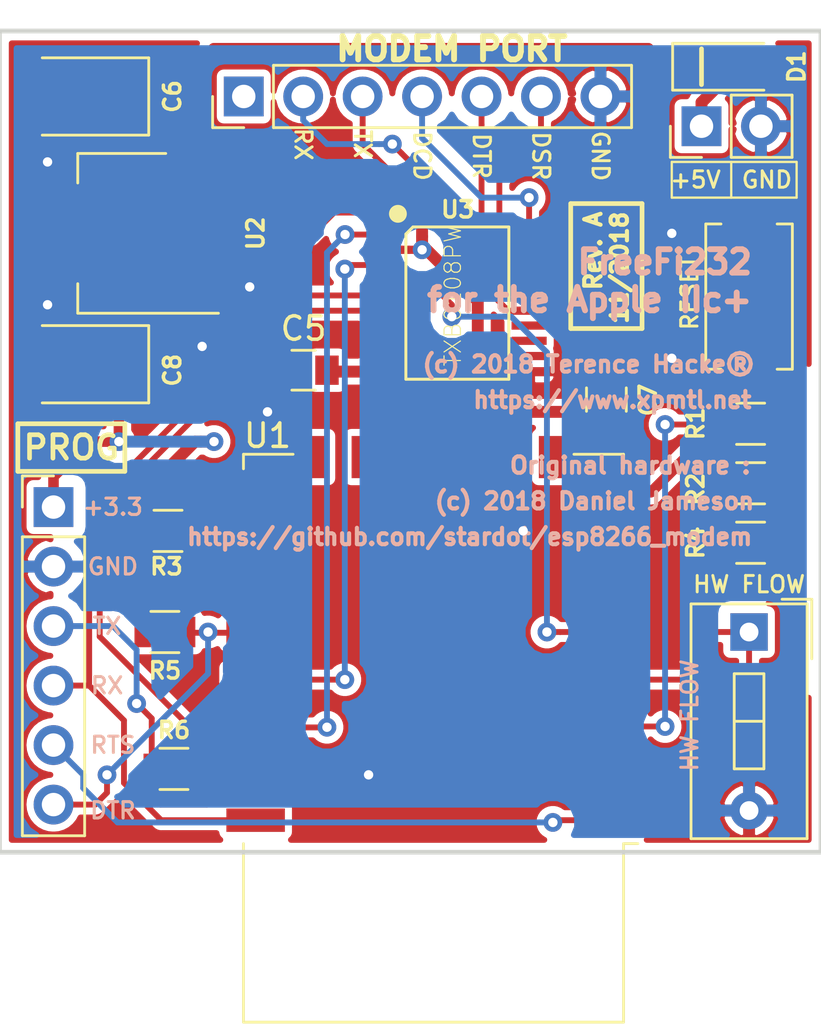
<source format=kicad_pcb>
(kicad_pcb (version 20171130) (host pcbnew "(5.0.0-3-g5ebb6b6)")

  (general
    (thickness 1.6)
    (drawings 50)
    (tracks 227)
    (zones 0)
    (modules 19)
    (nets 38)
  )

  (page A4)
  (layers
    (0 F.Cu signal)
    (31 B.Cu signal)
    (32 B.Adhes user hide)
    (33 F.Adhes user hide)
    (34 B.Paste user hide)
    (35 F.Paste user hide)
    (36 B.SilkS user hide)
    (37 F.SilkS user)
    (38 B.Mask user hide)
    (39 F.Mask user hide)
    (40 Dwgs.User user hide)
    (41 Cmts.User user hide)
    (42 Eco1.User user hide)
    (43 Eco2.User user hide)
    (44 Edge.Cuts user hide)
    (45 Margin user hide)
    (46 B.CrtYd user hide)
    (47 F.CrtYd user hide)
    (48 B.Fab user hide)
    (49 F.Fab user hide)
  )

  (setup
    (last_trace_width 0.25)
    (trace_clearance 0.2)
    (zone_clearance 0.3)
    (zone_45_only no)
    (trace_min 0.2)
    (segment_width 0.2)
    (edge_width 0.15)
    (via_size 0.8)
    (via_drill 0.4)
    (via_min_size 0.4)
    (via_min_drill 0.3)
    (uvia_size 0.3)
    (uvia_drill 0.1)
    (uvias_allowed no)
    (uvia_min_size 0.2)
    (uvia_min_drill 0.1)
    (pcb_text_width 0.3)
    (pcb_text_size 1.5 1.5)
    (mod_edge_width 0.15)
    (mod_text_size 1 1)
    (mod_text_width 0.15)
    (pad_size 1.7 1.7)
    (pad_drill 1)
    (pad_to_mask_clearance 0.2)
    (aux_axis_origin 0 0)
    (visible_elements FFFDEF7F)
    (pcbplotparams
      (layerselection 0x010fc_ffffffff)
      (usegerberextensions true)
      (usegerberattributes false)
      (usegerberadvancedattributes false)
      (creategerberjobfile false)
      (excludeedgelayer true)
      (linewidth 0.100000)
      (plotframeref false)
      (viasonmask false)
      (mode 1)
      (useauxorigin false)
      (hpglpennumber 1)
      (hpglpenspeed 20)
      (hpglpendiameter 15.000000)
      (psnegative false)
      (psa4output false)
      (plotreference true)
      (plotvalue true)
      (plotinvisibletext false)
      (padsonsilk false)
      (subtractmaskfromsilk false)
      (outputformat 1)
      (mirror false)
      (drillshape 0)
      (scaleselection 1)
      (outputdirectory "Gerbers/"))
  )

  (net 0 "")
  (net 1 +3V3)
  (net 2 GND)
  (net 3 +5V)
  (net 4 "Net-(D1-Pad2)")
  (net 5 DSR)
  (net 6 iDTR)
  (net 7 DCD)
  (net 8 Tx)
  (net 9 Rx)
  (net 10 GPIO16)
  (net 11 "Net-(R1-Pad2)")
  (net 12 GPIO15)
  (net 13 RESET)
  (net 14 RXD0A)
  (net 15 RXD0)
  (net 16 GPIO5)
  (net 17 GPIO4)
  (net 18 GPIO14)
  (net 19 TXD0)
  (net 20 DTR)
  (net 21 "Net-(J3-Pad1)")
  (net 22 "Net-(U3-Pad14)")
  (net 23 "Net-(U3-Pad13)")
  (net 24 "Net-(U3-Pad12)")
  (net 25 "Net-(U3-Pad9)")
  (net 26 "Net-(U3-Pad8)")
  (net 27 "Net-(U1-Pad17)")
  (net 28 "Net-(U1-Pad14)")
  (net 29 "Net-(U1-Pad13)")
  (net 30 "Net-(U1-Pad12)")
  (net 31 "Net-(U1-Pad11)")
  (net 32 "Net-(U1-Pad10)")
  (net 33 "Net-(U1-Pad9)")
  (net 34 GPIO13)
  (net 35 GPIO12)
  (net 36 "Net-(U1-Pad2)")
  (net 37 "Net-(U3-Pad7)")

  (net_class Default "This is the default net class."
    (clearance 0.2)
    (trace_width 0.25)
    (via_dia 0.8)
    (via_drill 0.4)
    (uvia_dia 0.3)
    (uvia_drill 0.1)
    (add_net +3V3)
    (add_net +5V)
    (add_net DCD)
    (add_net DSR)
    (add_net DTR)
    (add_net GND)
    (add_net GPIO12)
    (add_net GPIO13)
    (add_net GPIO14)
    (add_net GPIO15)
    (add_net GPIO16)
    (add_net GPIO4)
    (add_net GPIO5)
    (add_net "Net-(D1-Pad2)")
    (add_net "Net-(J3-Pad1)")
    (add_net "Net-(R1-Pad2)")
    (add_net "Net-(U1-Pad10)")
    (add_net "Net-(U1-Pad11)")
    (add_net "Net-(U1-Pad12)")
    (add_net "Net-(U1-Pad13)")
    (add_net "Net-(U1-Pad14)")
    (add_net "Net-(U1-Pad17)")
    (add_net "Net-(U1-Pad2)")
    (add_net "Net-(U1-Pad9)")
    (add_net "Net-(U3-Pad12)")
    (add_net "Net-(U3-Pad13)")
    (add_net "Net-(U3-Pad14)")
    (add_net "Net-(U3-Pad7)")
    (add_net "Net-(U3-Pad8)")
    (add_net "Net-(U3-Pad9)")
    (add_net RESET)
    (add_net RXD0)
    (add_net RXD0A)
    (add_net Rx)
    (add_net TXD0)
    (add_net Tx)
    (add_net iDTR)
  )

  (module RF_Modules:ESP-12E (layer F.Cu) (tedit 59E32322) (tstamp 5BE216C4)
    (at 128.504 78.7 180)
    (descr "Wi-Fi Module, http://wiki.ai-thinker.com/_media/esp8266/docs/aithinker_esp_12f_datasheet_en.pdf")
    (tags "Wi-Fi Module")
    (path /5AF70EE7)
    (attr smd)
    (fp_text reference U1 (at 7.092 12.914 180) (layer F.SilkS)
      (effects (font (size 1 1) (thickness 0.15)))
    )
    (fp_text value ESP-12E (at -0.06 -12.78 180) (layer F.Fab)
      (effects (font (size 1 1) (thickness 0.15)))
    )
    (fp_line (start 5.56 -4.8) (end 8.12 -7.36) (layer Dwgs.User) (width 0.12))
    (fp_line (start 2.56 -4.8) (end 8.12 -10.36) (layer Dwgs.User) (width 0.12))
    (fp_line (start -0.44 -4.8) (end 6.88 -12.12) (layer Dwgs.User) (width 0.12))
    (fp_line (start -3.44 -4.8) (end 3.88 -12.12) (layer Dwgs.User) (width 0.12))
    (fp_line (start -6.44 -4.8) (end 0.88 -12.12) (layer Dwgs.User) (width 0.12))
    (fp_line (start -8.12 -6.12) (end -2.12 -12.12) (layer Dwgs.User) (width 0.12))
    (fp_line (start -8.12 -9.12) (end -5.12 -12.12) (layer Dwgs.User) (width 0.12))
    (fp_line (start -8.12 -4.8) (end -8.12 -12.12) (layer Dwgs.User) (width 0.12))
    (fp_line (start 8.12 -4.8) (end -8.12 -4.8) (layer Dwgs.User) (width 0.12))
    (fp_line (start 8.12 -12.12) (end 8.12 -4.8) (layer Dwgs.User) (width 0.12))
    (fp_line (start -8.12 -12.12) (end 8.12 -12.12) (layer Dwgs.User) (width 0.12))
    (fp_line (start -8.12 -4.5) (end -8.73 -4.5) (layer F.SilkS) (width 0.12))
    (fp_line (start -8.12 -4.5) (end -8.12 -12.12) (layer F.SilkS) (width 0.12))
    (fp_line (start -8.12 12.12) (end -8.12 11.5) (layer F.SilkS) (width 0.12))
    (fp_line (start -6 12.12) (end -8.12 12.12) (layer F.SilkS) (width 0.12))
    (fp_line (start 8.12 12.12) (end 6 12.12) (layer F.SilkS) (width 0.12))
    (fp_line (start 8.12 11.5) (end 8.12 12.12) (layer F.SilkS) (width 0.12))
    (fp_line (start 8.12 -12.12) (end 8.12 -4.5) (layer F.SilkS) (width 0.12))
    (fp_line (start -8.12 -12.12) (end 8.12 -12.12) (layer F.SilkS) (width 0.12))
    (fp_line (start -9.05 13.1) (end -9.05 -12.2) (layer F.CrtYd) (width 0.05))
    (fp_line (start 9.05 13.1) (end -9.05 13.1) (layer F.CrtYd) (width 0.05))
    (fp_line (start 9.05 -12.2) (end 9.05 13.1) (layer F.CrtYd) (width 0.05))
    (fp_line (start -9.05 -12.2) (end 9.05 -12.2) (layer F.CrtYd) (width 0.05))
    (fp_line (start -8 -4) (end -8 -12) (layer F.Fab) (width 0.12))
    (fp_line (start -7.5 -3.5) (end -8 -4) (layer F.Fab) (width 0.12))
    (fp_line (start -8 -3) (end -7.5 -3.5) (layer F.Fab) (width 0.12))
    (fp_line (start -8 12) (end -8 -3) (layer F.Fab) (width 0.12))
    (fp_line (start 8 12) (end -8 12) (layer F.Fab) (width 0.12))
    (fp_line (start 8 -12) (end 8 12) (layer F.Fab) (width 0.12))
    (fp_line (start -8 -12) (end 8 -12) (layer F.Fab) (width 0.12))
    (fp_text user %R (at 0.49 -0.8 180) (layer F.Fab)
      (effects (font (size 1 1) (thickness 0.15)))
    )
    (fp_text user "KEEP-OUT ZONE" (at 0.03 -9.55) (layer Cmts.User)
      (effects (font (size 1 1) (thickness 0.15)))
    )
    (fp_text user Antenna (at -0.06 -7) (layer Cmts.User)
      (effects (font (size 1 1) (thickness 0.15)))
    )
    (pad 22 smd rect (at 7.6 -3.5 180) (size 2.5 1) (layers F.Cu F.Paste F.Mask)
      (net 19 TXD0))
    (pad 21 smd rect (at 7.6 -1.5 180) (size 2.5 1) (layers F.Cu F.Paste F.Mask)
      (net 15 RXD0))
    (pad 20 smd rect (at 7.6 0.5 180) (size 2.5 1) (layers F.Cu F.Paste F.Mask)
      (net 16 GPIO5))
    (pad 19 smd rect (at 7.6 2.5 180) (size 2.5 1) (layers F.Cu F.Paste F.Mask)
      (net 17 GPIO4))
    (pad 18 smd rect (at 7.6 4.5 180) (size 2.5 1) (layers F.Cu F.Paste F.Mask)
      (net 6 iDTR))
    (pad 17 smd rect (at 7.6 6.5 180) (size 2.5 1) (layers F.Cu F.Paste F.Mask)
      (net 27 "Net-(U1-Pad17)"))
    (pad 16 smd rect (at 7.6 8.5 180) (size 2.5 1) (layers F.Cu F.Paste F.Mask)
      (net 12 GPIO15))
    (pad 15 smd rect (at 7.6 10.5 180) (size 2.5 1) (layers F.Cu F.Paste F.Mask)
      (net 2 GND))
    (pad 14 smd rect (at 5 12 180) (size 1 1.8) (layers F.Cu F.Paste F.Mask)
      (net 28 "Net-(U1-Pad14)"))
    (pad 13 smd rect (at 3 12 180) (size 1 1.8) (layers F.Cu F.Paste F.Mask)
      (net 29 "Net-(U1-Pad13)"))
    (pad 12 smd rect (at 1 12 180) (size 1 1.8) (layers F.Cu F.Paste F.Mask)
      (net 30 "Net-(U1-Pad12)"))
    (pad 11 smd rect (at -1 12 180) (size 1 1.8) (layers F.Cu F.Paste F.Mask)
      (net 31 "Net-(U1-Pad11)"))
    (pad 10 smd rect (at -3 12 180) (size 1 1.8) (layers F.Cu F.Paste F.Mask)
      (net 32 "Net-(U1-Pad10)"))
    (pad 9 smd rect (at -5 12 180) (size 1 1.8) (layers F.Cu F.Paste F.Mask)
      (net 33 "Net-(U1-Pad9)"))
    (pad 8 smd rect (at -7.6 10.5 180) (size 2.5 1) (layers F.Cu F.Paste F.Mask)
      (net 1 +3V3))
    (pad 7 smd rect (at -7.6 8.5 180) (size 2.5 1) (layers F.Cu F.Paste F.Mask)
      (net 34 GPIO13))
    (pad 6 smd rect (at -7.6 6.5 180) (size 2.5 1) (layers F.Cu F.Paste F.Mask)
      (net 35 GPIO12))
    (pad 5 smd rect (at -7.6 4.5 180) (size 2.5 1) (layers F.Cu F.Paste F.Mask)
      (net 18 GPIO14))
    (pad 4 smd rect (at -7.6 2.5 180) (size 2.5 1) (layers F.Cu F.Paste F.Mask)
      (net 10 GPIO16))
    (pad 3 smd rect (at -7.6 0.5 180) (size 2.5 1) (layers F.Cu F.Paste F.Mask)
      (net 11 "Net-(R1-Pad2)"))
    (pad 2 smd rect (at -7.6 -1.5 180) (size 2.5 1) (layers F.Cu F.Paste F.Mask)
      (net 36 "Net-(U1-Pad2)"))
    (pad 1 smd rect (at -7.6 -3.5 180) (size 2.5 1) (layers F.Cu F.Paste F.Mask)
      (net 13 RESET))
    (model ${KISYS3DMOD}/RF_Modules.3dshapes/ESP-12E.wrl
      (at (xyz 0 0 0))
      (scale (xyz 1 1 1))
      (rotate (xyz 0 0 0))
    )
  )

  (module Pin_Headers:Pin_Header_Straight_1x06_Pitch2.54mm (layer F.Cu) (tedit 5BE485A8) (tstamp 5BE4A4CF)
    (at 112.268 68.834)
    (descr "Through hole straight pin header, 1x06, 2.54mm pitch, single row")
    (tags "Through hole pin header THT 1x06 2.54mm single row")
    (path /5AF72B21)
    (fp_text reference J2 (at 0 -2.33) (layer F.SilkS) hide
      (effects (font (size 1 1) (thickness 0.15)))
    )
    (fp_text value "Serial Prog." (at 0 15.03) (layer F.Fab)
      (effects (font (size 1 1) (thickness 0.15)))
    )
    (fp_text user %R (at 0 6.35 90) (layer F.Fab)
      (effects (font (size 1 1) (thickness 0.15)))
    )
    (fp_line (start 1.8 -1.8) (end -1.8 -1.8) (layer F.CrtYd) (width 0.05))
    (fp_line (start 1.8 14.5) (end 1.8 -1.8) (layer F.CrtYd) (width 0.05))
    (fp_line (start -1.8 14.5) (end 1.8 14.5) (layer F.CrtYd) (width 0.05))
    (fp_line (start -1.8 -1.8) (end -1.8 14.5) (layer F.CrtYd) (width 0.05))
    (fp_line (start -1.33 -1.33) (end 0 -1.33) (layer F.SilkS) (width 0.12))
    (fp_line (start -1.33 0) (end -1.33 -1.33) (layer F.SilkS) (width 0.12))
    (fp_line (start -1.33 1.27) (end 1.33 1.27) (layer F.SilkS) (width 0.12))
    (fp_line (start 1.33 1.27) (end 1.33 14.03) (layer F.SilkS) (width 0.12))
    (fp_line (start -1.33 1.27) (end -1.33 14.03) (layer F.SilkS) (width 0.12))
    (fp_line (start -1.33 14.03) (end 1.33 14.03) (layer F.SilkS) (width 0.12))
    (fp_line (start -1.27 -0.635) (end -0.635 -1.27) (layer F.Fab) (width 0.1))
    (fp_line (start -1.27 13.97) (end -1.27 -0.635) (layer F.Fab) (width 0.1))
    (fp_line (start 1.27 13.97) (end -1.27 13.97) (layer F.Fab) (width 0.1))
    (fp_line (start 1.27 -1.27) (end 1.27 13.97) (layer F.Fab) (width 0.1))
    (fp_line (start -0.635 -1.27) (end 1.27 -1.27) (layer F.Fab) (width 0.1))
    (pad 6 thru_hole oval (at 0 12.7) (size 1.7 1.7) (drill 1) (layers *.Cu *.Mask)
      (net 6 iDTR))
    (pad 5 thru_hole oval (at 0 10.16) (size 1.7 1.7) (drill 1) (layers *.Cu *.Mask)
      (net 13 RESET))
    (pad 4 thru_hole oval (at 0 7.62) (size 1.7 1.7) (drill 1) (layers *.Cu *.Mask)
      (net 19 TXD0))
    (pad 3 thru_hole oval (at 0 5.08) (size 1.7 1.7) (drill 1) (layers *.Cu *.Mask)
      (net 15 RXD0))
    (pad 2 thru_hole oval (at 0 2.54) (size 1.7 1.7) (drill 1) (layers *.Cu *.Mask)
      (net 2 GND))
    (pad 1 thru_hole rect (at 0 0) (size 1.7 1.7) (drill 1) (layers *.Cu *.Mask)
      (net 1 +3V3))
    (model ${KISYS3DMOD}/Pin_Headers.3dshapes/Pin_Header_Straight_1x06_Pitch2.54mm.wrl
      (at (xyz 0 0 0))
      (scale (xyz 1 1 1))
      (rotate (xyz 0 0 0))
    )
  )

  (module Diodes_SMD:D_SOD-123 (layer F.Cu) (tedit 5BE47477) (tstamp 5BE49663)
    (at 140.97 50.038)
    (descr SOD-123)
    (tags SOD-123)
    (path /5AF71AB1)
    (attr smd)
    (fp_text reference D1 (at 3.048 0 90) (layer F.SilkS)
      (effects (font (size 0.7 0.7) (thickness 0.15)))
    )
    (fp_text value 1N5819 (at 0 2.1) (layer F.Fab)
      (effects (font (size 1 1) (thickness 0.15)))
    )
    (fp_line (start -2.25 -1) (end 1.65 -1) (layer F.SilkS) (width 0.12))
    (fp_line (start -2.25 1) (end 1.65 1) (layer F.SilkS) (width 0.12))
    (fp_line (start -2.35 -1.15) (end -2.35 1.15) (layer F.CrtYd) (width 0.05))
    (fp_line (start 2.35 1.15) (end -2.35 1.15) (layer F.CrtYd) (width 0.05))
    (fp_line (start 2.35 -1.15) (end 2.35 1.15) (layer F.CrtYd) (width 0.05))
    (fp_line (start -2.35 -1.15) (end 2.35 -1.15) (layer F.CrtYd) (width 0.05))
    (fp_line (start -1.4 -0.9) (end 1.4 -0.9) (layer F.Fab) (width 0.1))
    (fp_line (start 1.4 -0.9) (end 1.4 0.9) (layer F.Fab) (width 0.1))
    (fp_line (start 1.4 0.9) (end -1.4 0.9) (layer F.Fab) (width 0.1))
    (fp_line (start -1.4 0.9) (end -1.4 -0.9) (layer F.Fab) (width 0.1))
    (fp_line (start -0.75 0) (end -0.35 0) (layer F.Fab) (width 0.1))
    (fp_line (start -0.35 0) (end -0.35 -0.55) (layer F.Fab) (width 0.1))
    (fp_line (start -0.35 0) (end -0.35 0.55) (layer F.Fab) (width 0.1))
    (fp_line (start -0.35 0) (end 0.25 -0.4) (layer F.Fab) (width 0.1))
    (fp_line (start 0.25 -0.4) (end 0.25 0.4) (layer F.Fab) (width 0.1))
    (fp_line (start 0.25 0.4) (end -0.35 0) (layer F.Fab) (width 0.1))
    (fp_line (start 0.25 0) (end 0.75 0) (layer F.Fab) (width 0.1))
    (fp_line (start -2.25 -1) (end -2.25 1) (layer F.SilkS) (width 0.12))
    (fp_text user %R (at 0 -2) (layer F.Fab)
      (effects (font (size 1 1) (thickness 0.15)))
    )
    (pad 2 smd rect (at 1.65 0) (size 0.9 1.2) (layers F.Cu F.Paste F.Mask)
      (net 4 "Net-(D1-Pad2)"))
    (pad 1 smd rect (at -1.65 0) (size 0.9 1.2) (layers F.Cu F.Paste F.Mask)
      (net 3 +5V))
    (model ${KISYS3DMOD}/Diodes_SMD.3dshapes/D_SOD-123.wrl
      (at (xyz 0 0 0))
      (scale (xyz 1 1 1))
      (rotate (xyz 0 0 0))
    )
  )

  (module Buttons_Switches_THT:SW_DIP_x1_W7.62mm_Slide (layer F.Cu) (tedit 5BE46E4C) (tstamp 5BE48617)
    (at 141.986 74.168 270)
    (descr "1x-dip-switch, Slide, row spacing 7.62 mm (300 mils)")
    (tags "DIP Switch Slide 7.62mm 300mil")
    (path /5BE33538)
    (fp_text reference SW2 (at 3.81 -3.48 270) (layer F.SilkS) hide
      (effects (font (size 1 1) (thickness 0.15)))
    )
    (fp_text value SW_DIP_x01 (at 3.81 3.48 270) (layer F.Fab)
      (effects (font (size 1 1) (thickness 0.15)))
    )
    (fp_line (start 9 -2.7) (end -1.4 -2.7) (layer F.CrtYd) (width 0.05))
    (fp_line (start 9 2.7) (end 9 -2.7) (layer F.CrtYd) (width 0.05))
    (fp_line (start -1.4 2.7) (end 9 2.7) (layer F.CrtYd) (width 0.05))
    (fp_line (start -1.4 -2.7) (end -1.4 2.7) (layer F.CrtYd) (width 0.05))
    (fp_line (start 3.81 -0.635) (end 3.81 0.635) (layer F.SilkS) (width 0.12))
    (fp_line (start 5.84 -0.635) (end 1.78 -0.635) (layer F.SilkS) (width 0.12))
    (fp_line (start 5.84 0.635) (end 5.84 -0.635) (layer F.SilkS) (width 0.12))
    (fp_line (start 1.78 0.635) (end 5.84 0.635) (layer F.SilkS) (width 0.12))
    (fp_line (start 1.78 -0.635) (end 1.78 0.635) (layer F.SilkS) (width 0.12))
    (fp_line (start -1.2 2.48) (end -1.2 -2.48) (layer F.SilkS) (width 0.12))
    (fp_line (start 8.82 2.48) (end -1.2 2.48) (layer F.SilkS) (width 0.12))
    (fp_line (start 8.82 -2.48) (end 8.82 2.48) (layer F.SilkS) (width 0.12))
    (fp_line (start -1.2 -2.48) (end 8.82 -2.48) (layer F.SilkS) (width 0.12))
    (fp_line (start 3.81 -0.635) (end 3.81 0.635) (layer F.Fab) (width 0.1))
    (fp_line (start 5.84 -0.635) (end 1.78 -0.635) (layer F.Fab) (width 0.1))
    (fp_line (start 5.84 0.635) (end 5.84 -0.635) (layer F.Fab) (width 0.1))
    (fp_line (start 1.78 0.635) (end 5.84 0.635) (layer F.Fab) (width 0.1))
    (fp_line (start 1.78 -0.635) (end 1.78 0.635) (layer F.Fab) (width 0.1))
    (fp_line (start -1.08 -1.36) (end -0.08 -2.36) (layer F.Fab) (width 0.1))
    (fp_line (start -1.08 2.36) (end -1.08 -1.36) (layer F.Fab) (width 0.1))
    (fp_line (start 8.7 2.36) (end -1.08 2.36) (layer F.Fab) (width 0.1))
    (fp_line (start 8.7 -2.36) (end 8.7 2.36) (layer F.Fab) (width 0.1))
    (fp_line (start -0.08 -2.36) (end 8.7 -2.36) (layer F.Fab) (width 0.1))
    (fp_line (start -1.4 -2.68) (end 1.14 -2.68) (layer F.SilkS) (width 0.12))
    (fp_line (start -1.4 -2.68) (end -1.4 -1.41) (layer F.SilkS) (width 0.12))
    (fp_text user %R (at 3.81 0 270) (layer F.Fab)
      (effects (font (size 1 1) (thickness 0.15)))
    )
    (pad 2 thru_hole oval (at 7.62 0 270) (size 1.6 1.6) (drill 0.8) (layers *.Cu *.Mask)
      (net 2 GND))
    (pad 1 thru_hole rect (at 0 0 270) (size 1.6 1.6) (drill 0.8) (layers *.Cu *.Mask)
      (net 10 GPIO16))
    (model ${KISYS3DMOD}/Buttons_Switches_THT.3dshapes/SW_DIP_x1_W7.62mm_Slide.wrl
      (at (xyz 0 0 0))
      (scale (xyz 1 1 1))
      (rotate (xyz 0 0 90))
    )
  )

  (module Buttons_Switches_SMD:SW_SPST_EVQPE1 (layer F.Cu) (tedit 5BE47126) (tstamp 5BE47F06)
    (at 141.986 59.85 90)
    (descr "Light Touch Switch, https://industrial.panasonic.com/cdbs/www-data/pdf/ATK0000/ATK0000CE7.pdf")
    (path /5BE389DF)
    (attr smd)
    (fp_text reference SW3 (at 0 -2.65 90) (layer F.SilkS) hide
      (effects (font (size 1 1) (thickness 0.15)))
    )
    (fp_text value SW_Push (at 0 3 90) (layer F.Fab)
      (effects (font (size 1 1) (thickness 0.15)))
    )
    (fp_line (start -3.1 1.85) (end 3.1 1.85) (layer F.SilkS) (width 0.12))
    (fp_line (start 3.1 -1.85) (end -3.1 -1.85) (layer F.SilkS) (width 0.12))
    (fp_line (start -3.1 -1.85) (end -3.1 -1.2) (layer F.SilkS) (width 0.12))
    (fp_line (start -3.1 1.2) (end -3.1 1.85) (layer F.SilkS) (width 0.12))
    (fp_line (start 3.1 1.85) (end 3.1 1.2) (layer F.SilkS) (width 0.12))
    (fp_line (start 3.1 -1.85) (end 3.1 -1.2) (layer F.SilkS) (width 0.12))
    (fp_line (start -3.95 2) (end -3.95 -2) (layer F.CrtYd) (width 0.05))
    (fp_line (start 3.95 2) (end -3.95 2) (layer F.CrtYd) (width 0.05))
    (fp_line (start 3.95 -2) (end 3.95 2) (layer F.CrtYd) (width 0.05))
    (fp_line (start -3.95 -2) (end 3.95 -2) (layer F.CrtYd) (width 0.05))
    (fp_line (start -1.4 0.7) (end -1.4 -0.7) (layer F.Fab) (width 0.1))
    (fp_line (start 1.4 0.7) (end -1.4 0.7) (layer F.Fab) (width 0.1))
    (fp_line (start 1.4 -0.7) (end 1.4 0.7) (layer F.Fab) (width 0.1))
    (fp_line (start -1.4 -0.7) (end 1.4 -0.7) (layer F.Fab) (width 0.1))
    (fp_line (start -3 -1.75) (end 3 -1.75) (layer F.Fab) (width 0.1))
    (fp_line (start -3 1.75) (end -3 -1.75) (layer F.Fab) (width 0.1))
    (fp_line (start 3 1.75) (end -3 1.75) (layer F.Fab) (width 0.1))
    (fp_line (start 3 -1.75) (end 3 1.75) (layer F.Fab) (width 0.1))
    (fp_text user %R (at 0 -2.65 90) (layer F.Fab)
      (effects (font (size 1 1) (thickness 0.15)))
    )
    (pad 1 smd rect (at -2.7 0 90) (size 2 1.6) (layers F.Cu F.Paste F.Mask)
      (net 13 RESET))
    (pad 2 smd rect (at 2.7 0 90) (size 2 1.6) (layers F.Cu F.Paste F.Mask)
      (net 2 GND))
    (model ${KISYS3DMOD}/Buttons_Switches_SMD.3dshapes/SW_SPST_EVQPE1.wrl
      (at (xyz 0 0 0))
      (scale (xyz 1 1 1))
      (rotate (xyz 0 0 0))
    )
  )

  (module Pin_Headers:Pin_Header_Straight_1x02_Pitch2.54mm (layer F.Cu) (tedit 5BE2C3A6) (tstamp 5BE2DD76)
    (at 139.954 52.578 90)
    (descr "Through hole straight pin header, 1x02, 2.54mm pitch, single row")
    (tags "Through hole pin header THT 1x02 2.54mm single row")
    (path /5AF7556E)
    (fp_text reference J5 (at -2.286 -0.254 180) (layer F.SilkS) hide
      (effects (font (size 1 1) (thickness 0.15)))
    )
    (fp_text value POWER (at 0 4.87 90) (layer F.Fab)
      (effects (font (size 1 1) (thickness 0.15)))
    )
    (fp_line (start -0.635 -1.27) (end 1.27 -1.27) (layer F.Fab) (width 0.1))
    (fp_line (start 1.27 -1.27) (end 1.27 3.81) (layer F.Fab) (width 0.1))
    (fp_line (start 1.27 3.81) (end -1.27 3.81) (layer F.Fab) (width 0.1))
    (fp_line (start -1.27 3.81) (end -1.27 -0.635) (layer F.Fab) (width 0.1))
    (fp_line (start -1.27 -0.635) (end -0.635 -1.27) (layer F.Fab) (width 0.1))
    (fp_line (start -1.33 3.87) (end 1.33 3.87) (layer F.SilkS) (width 0.12))
    (fp_line (start -1.33 1.27) (end -1.33 3.87) (layer F.SilkS) (width 0.12))
    (fp_line (start 1.33 1.27) (end 1.33 3.87) (layer F.SilkS) (width 0.12))
    (fp_line (start -1.33 1.27) (end 1.33 1.27) (layer F.SilkS) (width 0.12))
    (fp_line (start -1.33 0) (end -1.33 -1.33) (layer F.SilkS) (width 0.12))
    (fp_line (start -1.33 -1.33) (end 0 -1.33) (layer F.SilkS) (width 0.12))
    (fp_line (start -1.8 -1.8) (end -1.8 4.35) (layer F.CrtYd) (width 0.05))
    (fp_line (start -1.8 4.35) (end 1.8 4.35) (layer F.CrtYd) (width 0.05))
    (fp_line (start 1.8 4.35) (end 1.8 -1.8) (layer F.CrtYd) (width 0.05))
    (fp_line (start 1.8 -1.8) (end -1.8 -1.8) (layer F.CrtYd) (width 0.05))
    (fp_text user %R (at 0 1.27 180) (layer F.Fab)
      (effects (font (size 1 1) (thickness 0.15)))
    )
    (pad 1 thru_hole rect (at 0 0 90) (size 1.7 1.7) (drill 1) (layers *.Cu *.Mask)
      (net 4 "Net-(D1-Pad2)"))
    (pad 2 thru_hole oval (at 0 2.54 90) (size 1.7 1.7) (drill 1) (layers *.Cu *.Mask)
      (net 2 GND))
    (model ${KISYS3DMOD}/Pin_Headers.3dshapes/Pin_Header_Straight_1x02_Pitch2.54mm.wrl
      (at (xyz 0 0 0))
      (scale (xyz 1 1 1))
      (rotate (xyz 0 0 0))
    )
  )

  (module LOGIC-TXB0108PW_TSSOP20_:TSSOP20-0.65-6.5X4.4MM (layer F.Cu) (tedit 5BE2FEA4) (tstamp 5BE22549)
    (at 129.523 60.127 270)
    (path /5BEA617A)
    (attr smd)
    (fp_text reference U3 (at -3.993 -0.017 180) (layer F.SilkS)
      (effects (font (size 0.70018 0.70018) (thickness 0.15)))
    )
    (fp_text value TXB0108PW (at -0.317805 0.190684 270) (layer F.SilkS)
      (effects (font (size 0.700676 0.700676) (thickness 0.05)))
    )
    (fp_line (start -3.25 -2.2) (end 3.25 -2.2) (layer F.SilkS) (width 0.127))
    (fp_line (start 3.25 -2.2) (end 3.25 2.2) (layer F.SilkS) (width 0.127))
    (fp_line (start 3.25 2.2) (end -2.94562 2.2) (layer F.SilkS) (width 0.127))
    (fp_line (start -2.94562 2.2) (end -3.25 1.89562) (layer F.SilkS) (width 0.127))
    (fp_line (start -3.25 1.89562) (end -3.25 -2.2) (layer F.SilkS) (width 0.127))
    (fp_circle (center -3.81 2.54) (end -3.429 2.54) (layer F.SilkS) (width 0))
    (fp_poly (pts (xy -3.25381 -2.275) (xy 3.25 -2.275) (xy 3.25 2.27767) (xy -3.25381 2.27767)) (layer Eco1.User) (width 0))
    (pad 1 smd rect (at -2.925 3.065) (size 1.5 0.35) (layers F.Cu F.Paste F.Mask)
      (net 16 GPIO5))
    (pad 2 smd rect (at -2.275 3.065) (size 1.5 0.35) (layers F.Cu F.Paste F.Mask)
      (net 1 +3V3))
    (pad 3 smd rect (at -1.625 3.065) (size 1.5 0.35) (layers F.Cu F.Paste F.Mask)
      (net 17 GPIO4))
    (pad 4 smd rect (at -0.975 3.065) (size 1.5 0.35) (layers F.Cu F.Paste F.Mask)
      (net 18 GPIO14))
    (pad 5 smd rect (at -0.325 3.065) (size 1.5 0.35) (layers F.Cu F.Paste F.Mask)
      (net 19 TXD0))
    (pad 6 smd rect (at 0.325 3.065) (size 1.5 0.35) (layers F.Cu F.Paste F.Mask)
      (net 14 RXD0A))
    (pad 7 smd rect (at 0.975 3.065) (size 1.5 0.35) (layers F.Cu F.Paste F.Mask)
      (net 37 "Net-(U3-Pad7)"))
    (pad 8 smd rect (at 1.625 3.065) (size 1.5 0.35) (layers F.Cu F.Paste F.Mask)
      (net 26 "Net-(U3-Pad8)"))
    (pad 9 smd rect (at 2.275 3.065) (size 1.5 0.35) (layers F.Cu F.Paste F.Mask)
      (net 25 "Net-(U3-Pad9)"))
    (pad 10 smd rect (at 2.925 3.065) (size 1.5 0.35) (layers F.Cu F.Paste F.Mask)
      (net 1 +3V3))
    (pad 11 smd rect (at 2.91 -3.065) (size 1.5 0.35) (layers F.Cu F.Paste F.Mask)
      (net 2 GND))
    (pad 12 smd rect (at 2.26 -3.065) (size 1.5 0.35) (layers F.Cu F.Paste F.Mask)
      (net 24 "Net-(U3-Pad12)"))
    (pad 13 smd rect (at 1.61 -3.065) (size 1.5 0.35) (layers F.Cu F.Paste F.Mask)
      (net 23 "Net-(U3-Pad13)"))
    (pad 14 smd rect (at 0.96 -3.065) (size 1.5 0.35) (layers F.Cu F.Paste F.Mask)
      (net 22 "Net-(U3-Pad14)"))
    (pad 15 smd rect (at 0.325 -3.065) (size 1.5 0.35) (layers F.Cu F.Paste F.Mask)
      (net 8 Tx))
    (pad 16 smd rect (at -0.325 -3.065) (size 1.5 0.35) (layers F.Cu F.Paste F.Mask)
      (net 9 Rx))
    (pad 17 smd rect (at -0.975 -3.065) (size 1.5 0.35) (layers F.Cu F.Paste F.Mask)
      (net 20 DTR))
    (pad 18 smd rect (at -1.625 -3.065) (size 1.5 0.35) (layers F.Cu F.Paste F.Mask)
      (net 5 DSR))
    (pad 19 smd rect (at -2.275 -3.065) (size 1.5 0.35) (layers F.Cu F.Paste F.Mask)
      (net 3 +5V))
    (pad 20 smd rect (at -2.925 -3.065) (size 1.5 0.35) (layers F.Cu F.Paste F.Mask)
      (net 7 DCD))
  )

  (module Resistors_SMD:R_0805 (layer F.Cu) (tedit 5BE2DA61) (tstamp 5BE22DC2)
    (at 142.052 70.358)
    (descr "Resistor SMD 0805, reflow soldering, Vishay (see dcrcw.pdf)")
    (tags "resistor 0805")
    (path /5AF73E23)
    (attr smd)
    (fp_text reference R4 (at -2.352 0 90) (layer F.SilkS)
      (effects (font (size 0.7 0.7) (thickness 0.15)))
    )
    (fp_text value 10K (at 0 1.75) (layer F.Fab)
      (effects (font (size 1 1) (thickness 0.15)))
    )
    (fp_line (start 1.55 0.9) (end -1.55 0.9) (layer F.CrtYd) (width 0.05))
    (fp_line (start 1.55 0.9) (end 1.55 -0.9) (layer F.CrtYd) (width 0.05))
    (fp_line (start -1.55 -0.9) (end -1.55 0.9) (layer F.CrtYd) (width 0.05))
    (fp_line (start -1.55 -0.9) (end 1.55 -0.9) (layer F.CrtYd) (width 0.05))
    (fp_line (start -0.6 -0.88) (end 0.6 -0.88) (layer F.SilkS) (width 0.12))
    (fp_line (start 0.6 0.88) (end -0.6 0.88) (layer F.SilkS) (width 0.12))
    (fp_line (start -1 -0.62) (end 1 -0.62) (layer F.Fab) (width 0.1))
    (fp_line (start 1 -0.62) (end 1 0.62) (layer F.Fab) (width 0.1))
    (fp_line (start 1 0.62) (end -1 0.62) (layer F.Fab) (width 0.1))
    (fp_line (start -1 0.62) (end -1 -0.62) (layer F.Fab) (width 0.1))
    (fp_text user %R (at 0 0) (layer F.Fab)
      (effects (font (size 0.5 0.5) (thickness 0.075)))
    )
    (pad 2 smd rect (at 0.95 0) (size 0.7 1.3) (layers F.Cu F.Paste F.Mask)
      (net 1 +3V3))
    (pad 1 smd rect (at -0.95 0) (size 0.7 1.3) (layers F.Cu F.Paste F.Mask)
      (net 13 RESET))
    (model ${KISYS3DMOD}/Resistors_SMD.3dshapes/R_0805.wrl
      (at (xyz 0 0 0))
      (scale (xyz 1 1 1))
      (rotate (xyz 0 0 0))
    )
  )

  (module Pin_Headers:Pin_Header_Straight_1x07_Pitch2.54mm (layer F.Cu) (tedit 5BE2DB48) (tstamp 5BE2B648)
    (at 120.396 51.308 90)
    (descr "Through hole straight pin header, 1x07, 2.54mm pitch, single row")
    (tags "Through hole pin header THT 1x07 2.54mm single row")
    (path /5BE67494)
    (fp_text reference J3 (at 1.778 0 180) (layer F.SilkS) hide
      (effects (font (size 1 1) (thickness 0.15)))
    )
    (fp_text value "To IIc+" (at 0 17.57 90) (layer F.Fab)
      (effects (font (size 1 1) (thickness 0.15)))
    )
    (fp_text user %R (at 0 7.62 180) (layer F.Fab)
      (effects (font (size 1 1) (thickness 0.15)))
    )
    (fp_line (start 1.8 -1.8) (end -1.8 -1.8) (layer F.CrtYd) (width 0.05))
    (fp_line (start 1.8 17.05) (end 1.8 -1.8) (layer F.CrtYd) (width 0.05))
    (fp_line (start -1.8 17.05) (end 1.8 17.05) (layer F.CrtYd) (width 0.05))
    (fp_line (start -1.8 -1.8) (end -1.8 17.05) (layer F.CrtYd) (width 0.05))
    (fp_line (start -1.33 -1.33) (end 0 -1.33) (layer F.SilkS) (width 0.12))
    (fp_line (start -1.33 0) (end -1.33 -1.33) (layer F.SilkS) (width 0.12))
    (fp_line (start -1.33 1.27) (end 1.33 1.27) (layer F.SilkS) (width 0.12))
    (fp_line (start 1.33 1.27) (end 1.33 16.57) (layer F.SilkS) (width 0.12))
    (fp_line (start -1.33 1.27) (end -1.33 16.57) (layer F.SilkS) (width 0.12))
    (fp_line (start -1.33 16.57) (end 1.33 16.57) (layer F.SilkS) (width 0.12))
    (fp_line (start -1.27 -0.635) (end -0.635 -1.27) (layer F.Fab) (width 0.1))
    (fp_line (start -1.27 16.51) (end -1.27 -0.635) (layer F.Fab) (width 0.1))
    (fp_line (start 1.27 16.51) (end -1.27 16.51) (layer F.Fab) (width 0.1))
    (fp_line (start 1.27 -1.27) (end 1.27 16.51) (layer F.Fab) (width 0.1))
    (fp_line (start -0.635 -1.27) (end 1.27 -1.27) (layer F.Fab) (width 0.1))
    (pad 7 thru_hole oval (at 0 15.24 90) (size 1.7 1.7) (drill 1) (layers *.Cu *.Mask)
      (net 2 GND))
    (pad 6 thru_hole oval (at 0 12.7 90) (size 1.7 1.7) (drill 1) (layers *.Cu *.Mask)
      (net 5 DSR))
    (pad 5 thru_hole oval (at 0 10.16 90) (size 1.7 1.7) (drill 1) (layers *.Cu *.Mask)
      (net 20 DTR))
    (pad 4 thru_hole oval (at 0 7.62 90) (size 1.7 1.7) (drill 1) (layers *.Cu *.Mask)
      (net 7 DCD))
    (pad 3 thru_hole oval (at 0 5.08 90) (size 1.7 1.7) (drill 1) (layers *.Cu *.Mask)
      (net 8 Tx))
    (pad 2 thru_hole oval (at 0 2.54 90) (size 1.7 1.7) (drill 1) (layers *.Cu *.Mask)
      (net 9 Rx))
    (pad 1 thru_hole rect (at 0 0 90) (size 1.7 1.7) (drill 1) (layers *.Cu *.Mask)
      (net 21 "Net-(J3-Pad1)"))
    (model ${KISYS3DMOD}/Pin_Headers.3dshapes/Pin_Header_Straight_1x07_Pitch2.54mm.wrl
      (at (xyz 0 0 0))
      (scale (xyz 1 1 1))
      (rotate (xyz 0 0 0))
    )
  )

  (module TO_SOT_Packages_SMD:SOT-223 (layer F.Cu) (tedit 5BE2DA30) (tstamp 5BE22049)
    (at 115.214 57.15 180)
    (descr "module CMS SOT223 4 pins")
    (tags "CMS SOT")
    (path /5AF7116B)
    (attr smd)
    (fp_text reference U2 (at -5.69 0 270) (layer F.SilkS)
      (effects (font (size 0.7 0.7) (thickness 0.15)))
    )
    (fp_text value LM1117-3.3 (at 0 4.5 180) (layer F.Fab)
      (effects (font (size 1 1) (thickness 0.15)))
    )
    (fp_line (start 1.85 -3.35) (end 1.85 3.35) (layer F.Fab) (width 0.1))
    (fp_line (start -1.85 3.35) (end 1.85 3.35) (layer F.Fab) (width 0.1))
    (fp_line (start -4.1 -3.41) (end 1.91 -3.41) (layer F.SilkS) (width 0.12))
    (fp_line (start -0.8 -3.35) (end 1.85 -3.35) (layer F.Fab) (width 0.1))
    (fp_line (start -1.85 3.41) (end 1.91 3.41) (layer F.SilkS) (width 0.12))
    (fp_line (start -1.85 -2.3) (end -1.85 3.35) (layer F.Fab) (width 0.1))
    (fp_line (start -4.4 -3.6) (end -4.4 3.6) (layer F.CrtYd) (width 0.05))
    (fp_line (start -4.4 3.6) (end 4.4 3.6) (layer F.CrtYd) (width 0.05))
    (fp_line (start 4.4 3.6) (end 4.4 -3.6) (layer F.CrtYd) (width 0.05))
    (fp_line (start 4.4 -3.6) (end -4.4 -3.6) (layer F.CrtYd) (width 0.05))
    (fp_line (start 1.91 -3.41) (end 1.91 -2.15) (layer F.SilkS) (width 0.12))
    (fp_line (start 1.91 3.41) (end 1.91 2.15) (layer F.SilkS) (width 0.12))
    (fp_line (start -1.85 -2.3) (end -0.8 -3.35) (layer F.Fab) (width 0.1))
    (fp_text user %R (at 0.508 0 270) (layer F.Fab)
      (effects (font (size 0.8 0.8) (thickness 0.12)))
    )
    (pad 1 smd rect (at -3.15 -2.3 180) (size 2 1.5) (layers F.Cu F.Paste F.Mask)
      (net 2 GND))
    (pad 3 smd rect (at -3.15 2.3 180) (size 2 1.5) (layers F.Cu F.Paste F.Mask)
      (net 3 +5V))
    (pad 2 smd rect (at -3.15 0 180) (size 2 1.5) (layers F.Cu F.Paste F.Mask)
      (net 1 +3V3))
    (pad 4 smd rect (at 3.15 0 180) (size 2 3.8) (layers F.Cu F.Paste F.Mask))
    (model ${KISYS3DMOD}/TO_SOT_Packages_SMD.3dshapes/SOT-223.wrl
      (at (xyz 0 0 0))
      (scale (xyz 1 1 1))
      (rotate (xyz 0 0 0))
    )
  )

  (module Capacitors_SMD:C_0805 (layer F.Cu) (tedit 58AA8463) (tstamp 5BE2305C)
    (at 122.952 62.992 180)
    (descr "Capacitor SMD 0805, reflow soldering, AVX (see smccp.pdf)")
    (tags "capacitor 0805")
    (path /5AF7916B)
    (attr smd)
    (fp_text reference C5 (at 0 1.778 180) (layer F.SilkS)
      (effects (font (size 1 1) (thickness 0.15)))
    )
    (fp_text value 100nF (at 0 1.75 180) (layer F.Fab)
      (effects (font (size 1 1) (thickness 0.15)))
    )
    (fp_text user %R (at 0 -1.5 180) (layer F.Fab)
      (effects (font (size 1 1) (thickness 0.15)))
    )
    (fp_line (start -1 0.62) (end -1 -0.62) (layer F.Fab) (width 0.1))
    (fp_line (start 1 0.62) (end -1 0.62) (layer F.Fab) (width 0.1))
    (fp_line (start 1 -0.62) (end 1 0.62) (layer F.Fab) (width 0.1))
    (fp_line (start -1 -0.62) (end 1 -0.62) (layer F.Fab) (width 0.1))
    (fp_line (start 0.5 -0.85) (end -0.5 -0.85) (layer F.SilkS) (width 0.12))
    (fp_line (start -0.5 0.85) (end 0.5 0.85) (layer F.SilkS) (width 0.12))
    (fp_line (start -1.75 -0.88) (end 1.75 -0.88) (layer F.CrtYd) (width 0.05))
    (fp_line (start -1.75 -0.88) (end -1.75 0.87) (layer F.CrtYd) (width 0.05))
    (fp_line (start 1.75 0.87) (end 1.75 -0.88) (layer F.CrtYd) (width 0.05))
    (fp_line (start 1.75 0.87) (end -1.75 0.87) (layer F.CrtYd) (width 0.05))
    (pad 1 smd rect (at -1 0 180) (size 1 1.25) (layers F.Cu F.Paste F.Mask)
      (net 1 +3V3))
    (pad 2 smd rect (at 1 0 180) (size 1 1.25) (layers F.Cu F.Paste F.Mask)
      (net 2 GND))
    (model Capacitors_SMD.3dshapes/C_0805.wrl
      (at (xyz 0 0 0))
      (scale (xyz 1 1 1))
      (rotate (xyz 0 0 0))
    )
  )

  (module Capacitors_Tantalum_SMD:CP_Tantalum_Case-B_EIA-3528-21_Reflow (layer F.Cu) (tedit 5BE2DA28) (tstamp 5BE1D17C)
    (at 113.537 51.308 180)
    (descr "Tantalum capacitor, Case B, EIA 3528-21, 3.5x2.8x1.9mm, Reflow soldering footprint")
    (tags "capacitor tantalum smd")
    (path /5AF71576)
    (attr smd)
    (fp_text reference C6 (at -3.811 0 90) (layer F.SilkS)
      (effects (font (size 0.7 0.7) (thickness 0.15)))
    )
    (fp_text value 10uF (at 0 3.15 180) (layer F.Fab)
      (effects (font (size 1 1) (thickness 0.15)))
    )
    (fp_line (start -2.8 -1.65) (end -2.8 1.65) (layer F.SilkS) (width 0.12))
    (fp_line (start -2.8 1.65) (end 1.75 1.65) (layer F.SilkS) (width 0.12))
    (fp_line (start -2.8 -1.65) (end 1.75 -1.65) (layer F.SilkS) (width 0.12))
    (fp_line (start -1.225 -1.4) (end -1.225 1.4) (layer F.Fab) (width 0.1))
    (fp_line (start -1.4 -1.4) (end -1.4 1.4) (layer F.Fab) (width 0.1))
    (fp_line (start 1.75 -1.4) (end -1.75 -1.4) (layer F.Fab) (width 0.1))
    (fp_line (start 1.75 1.4) (end 1.75 -1.4) (layer F.Fab) (width 0.1))
    (fp_line (start -1.75 1.4) (end 1.75 1.4) (layer F.Fab) (width 0.1))
    (fp_line (start -1.75 -1.4) (end -1.75 1.4) (layer F.Fab) (width 0.1))
    (fp_line (start 2.85 -1.75) (end -2.85 -1.75) (layer F.CrtYd) (width 0.05))
    (fp_line (start 2.85 1.75) (end 2.85 -1.75) (layer F.CrtYd) (width 0.05))
    (fp_line (start -2.85 1.75) (end 2.85 1.75) (layer F.CrtYd) (width 0.05))
    (fp_line (start -2.85 -1.75) (end -2.85 1.75) (layer F.CrtYd) (width 0.05))
    (fp_text user %R (at 0 0 180) (layer F.Fab)
      (effects (font (size 0.8 0.8) (thickness 0.12)))
    )
    (pad 2 smd rect (at 1.525 0 180) (size 1.95 2.5) (layers F.Cu F.Paste F.Mask)
      (net 2 GND))
    (pad 1 smd rect (at -1.525 0 180) (size 1.95 2.5) (layers F.Cu F.Paste F.Mask)
      (net 3 +5V))
    (model Capacitors_Tantalum_SMD.3dshapes/CP_Tantalum_Case-B_EIA-3528-21.wrl
      (at (xyz 0 0 0))
      (scale (xyz 1 1 1))
      (rotate (xyz 0 0 0))
    )
  )

  (module Capacitors_SMD:C_0805 (layer F.Cu) (tedit 5BE2DA42) (tstamp 5BE22ED7)
    (at 135.89 64.246 90)
    (descr "Capacitor SMD 0805, reflow soldering, AVX (see smccp.pdf)")
    (tags "capacitor 0805")
    (path /5AF790DE)
    (attr smd)
    (fp_text reference C7 (at -0.016 1.778 90) (layer F.SilkS)
      (effects (font (size 0.7 0.7) (thickness 0.15)))
    )
    (fp_text value 100nF (at 0 1.75 90) (layer F.Fab)
      (effects (font (size 1 1) (thickness 0.15)))
    )
    (fp_line (start 1.75 0.87) (end -1.75 0.87) (layer F.CrtYd) (width 0.05))
    (fp_line (start 1.75 0.87) (end 1.75 -0.88) (layer F.CrtYd) (width 0.05))
    (fp_line (start -1.75 -0.88) (end -1.75 0.87) (layer F.CrtYd) (width 0.05))
    (fp_line (start -1.75 -0.88) (end 1.75 -0.88) (layer F.CrtYd) (width 0.05))
    (fp_line (start -0.5 0.85) (end 0.5 0.85) (layer F.SilkS) (width 0.12))
    (fp_line (start 0.5 -0.85) (end -0.5 -0.85) (layer F.SilkS) (width 0.12))
    (fp_line (start -1 -0.62) (end 1 -0.62) (layer F.Fab) (width 0.1))
    (fp_line (start 1 -0.62) (end 1 0.62) (layer F.Fab) (width 0.1))
    (fp_line (start 1 0.62) (end -1 0.62) (layer F.Fab) (width 0.1))
    (fp_line (start -1 0.62) (end -1 -0.62) (layer F.Fab) (width 0.1))
    (fp_text user %R (at 0 -1.5 90) (layer F.Fab)
      (effects (font (size 1 1) (thickness 0.15)))
    )
    (pad 2 smd rect (at 1 0 90) (size 1 1.25) (layers F.Cu F.Paste F.Mask)
      (net 2 GND))
    (pad 1 smd rect (at -1 0 90) (size 1 1.25) (layers F.Cu F.Paste F.Mask)
      (net 1 +3V3))
    (model Capacitors_SMD.3dshapes/C_0805.wrl
      (at (xyz 0 0 0))
      (scale (xyz 1 1 1))
      (rotate (xyz 0 0 0))
    )
  )

  (module Capacitors_Tantalum_SMD:CP_Tantalum_Case-B_EIA-3528-21_Reflow (layer F.Cu) (tedit 5BE2DA4A) (tstamp 5BE1D1A1)
    (at 113.537 62.738 180)
    (descr "Tantalum capacitor, Case B, EIA 3528-21, 3.5x2.8x1.9mm, Reflow soldering footprint")
    (tags "capacitor tantalum smd")
    (path /5AF715F1)
    (attr smd)
    (fp_text reference C8 (at -3.811 -0.254 270) (layer F.SilkS)
      (effects (font (size 0.7 0.7) (thickness 0.15)))
    )
    (fp_text value 10uF (at 0 3.15 180) (layer F.Fab)
      (effects (font (size 1 1) (thickness 0.15)))
    )
    (fp_text user %R (at 0 0 180) (layer F.Fab)
      (effects (font (size 0.8 0.8) (thickness 0.12)))
    )
    (fp_line (start -2.85 -1.75) (end -2.85 1.75) (layer F.CrtYd) (width 0.05))
    (fp_line (start -2.85 1.75) (end 2.85 1.75) (layer F.CrtYd) (width 0.05))
    (fp_line (start 2.85 1.75) (end 2.85 -1.75) (layer F.CrtYd) (width 0.05))
    (fp_line (start 2.85 -1.75) (end -2.85 -1.75) (layer F.CrtYd) (width 0.05))
    (fp_line (start -1.75 -1.4) (end -1.75 1.4) (layer F.Fab) (width 0.1))
    (fp_line (start -1.75 1.4) (end 1.75 1.4) (layer F.Fab) (width 0.1))
    (fp_line (start 1.75 1.4) (end 1.75 -1.4) (layer F.Fab) (width 0.1))
    (fp_line (start 1.75 -1.4) (end -1.75 -1.4) (layer F.Fab) (width 0.1))
    (fp_line (start -1.4 -1.4) (end -1.4 1.4) (layer F.Fab) (width 0.1))
    (fp_line (start -1.225 -1.4) (end -1.225 1.4) (layer F.Fab) (width 0.1))
    (fp_line (start -2.8 -1.65) (end 1.75 -1.65) (layer F.SilkS) (width 0.12))
    (fp_line (start -2.8 1.65) (end 1.75 1.65) (layer F.SilkS) (width 0.12))
    (fp_line (start -2.8 -1.65) (end -2.8 1.65) (layer F.SilkS) (width 0.12))
    (pad 1 smd rect (at -1.525 0 180) (size 1.95 2.5) (layers F.Cu F.Paste F.Mask)
      (net 1 +3V3))
    (pad 2 smd rect (at 1.525 0 180) (size 1.95 2.5) (layers F.Cu F.Paste F.Mask)
      (net 2 GND))
    (model Capacitors_Tantalum_SMD.3dshapes/CP_Tantalum_Case-B_EIA-3528-21.wrl
      (at (xyz 0 0 0))
      (scale (xyz 1 1 1))
      (rotate (xyz 0 0 0))
    )
  )

  (module Resistors_SMD:R_0805 (layer F.Cu) (tedit 5BE2DA5B) (tstamp 5BE1D211)
    (at 142.052 65.278 180)
    (descr "Resistor SMD 0805, reflow soldering, Vishay (see dcrcw.pdf)")
    (tags "resistor 0805")
    (path /5AF7382B)
    (attr smd)
    (fp_text reference R1 (at 2.352 0 270) (layer F.SilkS)
      (effects (font (size 0.7 0.7) (thickness 0.15)))
    )
    (fp_text value 10K (at 0 1.75 180) (layer F.Fab)
      (effects (font (size 1 1) (thickness 0.15)))
    )
    (fp_text user %R (at 0 0 180) (layer F.Fab)
      (effects (font (size 0.5 0.5) (thickness 0.075)))
    )
    (fp_line (start -1 0.62) (end -1 -0.62) (layer F.Fab) (width 0.1))
    (fp_line (start 1 0.62) (end -1 0.62) (layer F.Fab) (width 0.1))
    (fp_line (start 1 -0.62) (end 1 0.62) (layer F.Fab) (width 0.1))
    (fp_line (start -1 -0.62) (end 1 -0.62) (layer F.Fab) (width 0.1))
    (fp_line (start 0.6 0.88) (end -0.6 0.88) (layer F.SilkS) (width 0.12))
    (fp_line (start -0.6 -0.88) (end 0.6 -0.88) (layer F.SilkS) (width 0.12))
    (fp_line (start -1.55 -0.9) (end 1.55 -0.9) (layer F.CrtYd) (width 0.05))
    (fp_line (start -1.55 -0.9) (end -1.55 0.9) (layer F.CrtYd) (width 0.05))
    (fp_line (start 1.55 0.9) (end 1.55 -0.9) (layer F.CrtYd) (width 0.05))
    (fp_line (start 1.55 0.9) (end -1.55 0.9) (layer F.CrtYd) (width 0.05))
    (pad 1 smd rect (at -0.95 0 180) (size 0.7 1.3) (layers F.Cu F.Paste F.Mask)
      (net 1 +3V3))
    (pad 2 smd rect (at 0.95 0 180) (size 0.7 1.3) (layers F.Cu F.Paste F.Mask)
      (net 11 "Net-(R1-Pad2)"))
    (model ${KISYS3DMOD}/Resistors_SMD.3dshapes/R_0805.wrl
      (at (xyz 0 0 0))
      (scale (xyz 1 1 1))
      (rotate (xyz 0 0 0))
    )
  )

  (module Resistors_SMD:R_0805 (layer F.Cu) (tedit 5BE2DA54) (tstamp 5BE1D222)
    (at 142.052 67.818 180)
    (descr "Resistor SMD 0805, reflow soldering, Vishay (see dcrcw.pdf)")
    (tags "resistor 0805")
    (path /5B1C07D6)
    (attr smd)
    (fp_text reference R2 (at 2.352 -0.254 270) (layer F.SilkS)
      (effects (font (size 0.7 0.7) (thickness 0.15)))
    )
    (fp_text value 10K (at 0 1.75 180) (layer F.Fab)
      (effects (font (size 1 1) (thickness 0.15)))
    )
    (fp_text user %R (at 0 0 180) (layer F.Fab)
      (effects (font (size 0.5 0.5) (thickness 0.075)))
    )
    (fp_line (start -1 0.62) (end -1 -0.62) (layer F.Fab) (width 0.1))
    (fp_line (start 1 0.62) (end -1 0.62) (layer F.Fab) (width 0.1))
    (fp_line (start 1 -0.62) (end 1 0.62) (layer F.Fab) (width 0.1))
    (fp_line (start -1 -0.62) (end 1 -0.62) (layer F.Fab) (width 0.1))
    (fp_line (start 0.6 0.88) (end -0.6 0.88) (layer F.SilkS) (width 0.12))
    (fp_line (start -0.6 -0.88) (end 0.6 -0.88) (layer F.SilkS) (width 0.12))
    (fp_line (start -1.55 -0.9) (end 1.55 -0.9) (layer F.CrtYd) (width 0.05))
    (fp_line (start -1.55 -0.9) (end -1.55 0.9) (layer F.CrtYd) (width 0.05))
    (fp_line (start 1.55 0.9) (end 1.55 -0.9) (layer F.CrtYd) (width 0.05))
    (fp_line (start 1.55 0.9) (end -1.55 0.9) (layer F.CrtYd) (width 0.05))
    (pad 1 smd rect (at -0.95 0 180) (size 0.7 1.3) (layers F.Cu F.Paste F.Mask)
      (net 1 +3V3))
    (pad 2 smd rect (at 0.95 0 180) (size 0.7 1.3) (layers F.Cu F.Paste F.Mask)
      (net 10 GPIO16))
    (model ${KISYS3DMOD}/Resistors_SMD.3dshapes/R_0805.wrl
      (at (xyz 0 0 0))
      (scale (xyz 1 1 1))
      (rotate (xyz 0 0 0))
    )
  )

  (module Resistors_SMD:R_0805 (layer F.Cu) (tedit 5BE2DA10) (tstamp 5BE1D233)
    (at 117.16 69.85)
    (descr "Resistor SMD 0805, reflow soldering, Vishay (see dcrcw.pdf)")
    (tags "resistor 0805")
    (path /5AF739A4)
    (attr smd)
    (fp_text reference R3 (at -0.066 1.524) (layer F.SilkS)
      (effects (font (size 0.7 0.7) (thickness 0.15)))
    )
    (fp_text value 10K (at 0 1.75) (layer F.Fab)
      (effects (font (size 1 1) (thickness 0.15)))
    )
    (fp_line (start 1.55 0.9) (end -1.55 0.9) (layer F.CrtYd) (width 0.05))
    (fp_line (start 1.55 0.9) (end 1.55 -0.9) (layer F.CrtYd) (width 0.05))
    (fp_line (start -1.55 -0.9) (end -1.55 0.9) (layer F.CrtYd) (width 0.05))
    (fp_line (start -1.55 -0.9) (end 1.55 -0.9) (layer F.CrtYd) (width 0.05))
    (fp_line (start -0.6 -0.88) (end 0.6 -0.88) (layer F.SilkS) (width 0.12))
    (fp_line (start 0.6 0.88) (end -0.6 0.88) (layer F.SilkS) (width 0.12))
    (fp_line (start -1 -0.62) (end 1 -0.62) (layer F.Fab) (width 0.1))
    (fp_line (start 1 -0.62) (end 1 0.62) (layer F.Fab) (width 0.1))
    (fp_line (start 1 0.62) (end -1 0.62) (layer F.Fab) (width 0.1))
    (fp_line (start -1 0.62) (end -1 -0.62) (layer F.Fab) (width 0.1))
    (fp_text user %R (at 0 0) (layer F.Fab)
      (effects (font (size 0.5 0.5) (thickness 0.075)))
    )
    (pad 2 smd rect (at 0.95 0) (size 0.7 1.3) (layers F.Cu F.Paste F.Mask)
      (net 12 GPIO15))
    (pad 1 smd rect (at -0.95 0) (size 0.7 1.3) (layers F.Cu F.Paste F.Mask)
      (net 2 GND))
    (model ${KISYS3DMOD}/Resistors_SMD.3dshapes/R_0805.wrl
      (at (xyz 0 0 0))
      (scale (xyz 1 1 1))
      (rotate (xyz 0 0 0))
    )
  )

  (module Resistors_SMD:R_0805 (layer F.Cu) (tedit 5BE2DA19) (tstamp 5BE22D1F)
    (at 117.028 74.168 180)
    (descr "Resistor SMD 0805, reflow soldering, Vishay (see dcrcw.pdf)")
    (tags "resistor 0805")
    (path /5AF73D17)
    (attr smd)
    (fp_text reference R5 (at 0 -1.65 180) (layer F.SilkS)
      (effects (font (size 0.7 0.7) (thickness 0.15)))
    )
    (fp_text value 10K (at 0 1.75 180) (layer F.Fab)
      (effects (font (size 1 1) (thickness 0.15)))
    )
    (fp_text user %R (at 0 0 180) (layer F.Fab)
      (effects (font (size 0.5 0.5) (thickness 0.075)))
    )
    (fp_line (start -1 0.62) (end -1 -0.62) (layer F.Fab) (width 0.1))
    (fp_line (start 1 0.62) (end -1 0.62) (layer F.Fab) (width 0.1))
    (fp_line (start 1 -0.62) (end 1 0.62) (layer F.Fab) (width 0.1))
    (fp_line (start -1 -0.62) (end 1 -0.62) (layer F.Fab) (width 0.1))
    (fp_line (start 0.6 0.88) (end -0.6 0.88) (layer F.SilkS) (width 0.12))
    (fp_line (start -0.6 -0.88) (end 0.6 -0.88) (layer F.SilkS) (width 0.12))
    (fp_line (start -1.55 -0.9) (end 1.55 -0.9) (layer F.CrtYd) (width 0.05))
    (fp_line (start -1.55 -0.9) (end -1.55 0.9) (layer F.CrtYd) (width 0.05))
    (fp_line (start 1.55 0.9) (end 1.55 -0.9) (layer F.CrtYd) (width 0.05))
    (fp_line (start 1.55 0.9) (end -1.55 0.9) (layer F.CrtYd) (width 0.05))
    (pad 1 smd rect (at -0.95 0 180) (size 0.7 1.3) (layers F.Cu F.Paste F.Mask)
      (net 6 iDTR))
    (pad 2 smd rect (at 0.95 0 180) (size 0.7 1.3) (layers F.Cu F.Paste F.Mask)
      (net 1 +3V3))
    (model ${KISYS3DMOD}/Resistors_SMD.3dshapes/R_0805.wrl
      (at (xyz 0 0 0))
      (scale (xyz 1 1 1))
      (rotate (xyz 0 0 0))
    )
  )

  (module Resistors_SMD:R_0805 (layer F.Cu) (tedit 5BE2DA1F) (tstamp 5BE1D266)
    (at 117.414 80.01)
    (descr "Resistor SMD 0805, reflow soldering, Vishay (see dcrcw.pdf)")
    (tags "resistor 0805")
    (path /5B3FC61E)
    (attr smd)
    (fp_text reference R6 (at 0 -1.65) (layer F.SilkS)
      (effects (font (size 0.7 0.7) (thickness 0.15)))
    )
    (fp_text value 470R (at 0 1.75) (layer F.Fab)
      (effects (font (size 1 1) (thickness 0.15)))
    )
    (fp_line (start 1.55 0.9) (end -1.55 0.9) (layer F.CrtYd) (width 0.05))
    (fp_line (start 1.55 0.9) (end 1.55 -0.9) (layer F.CrtYd) (width 0.05))
    (fp_line (start -1.55 -0.9) (end -1.55 0.9) (layer F.CrtYd) (width 0.05))
    (fp_line (start -1.55 -0.9) (end 1.55 -0.9) (layer F.CrtYd) (width 0.05))
    (fp_line (start -0.6 -0.88) (end 0.6 -0.88) (layer F.SilkS) (width 0.12))
    (fp_line (start 0.6 0.88) (end -0.6 0.88) (layer F.SilkS) (width 0.12))
    (fp_line (start -1 -0.62) (end 1 -0.62) (layer F.Fab) (width 0.1))
    (fp_line (start 1 -0.62) (end 1 0.62) (layer F.Fab) (width 0.1))
    (fp_line (start 1 0.62) (end -1 0.62) (layer F.Fab) (width 0.1))
    (fp_line (start -1 0.62) (end -1 -0.62) (layer F.Fab) (width 0.1))
    (fp_text user %R (at 0 0) (layer F.Fab)
      (effects (font (size 0.5 0.5) (thickness 0.075)))
    )
    (pad 2 smd rect (at 0.95 0) (size 0.7 1.3) (layers F.Cu F.Paste F.Mask)
      (net 14 RXD0A))
    (pad 1 smd rect (at -0.95 0) (size 0.7 1.3) (layers F.Cu F.Paste F.Mask)
      (net 15 RXD0))
    (model ${KISYS3DMOD}/Resistors_SMD.3dshapes/R_0805.wrl
      (at (xyz 0 0 0))
      (scale (xyz 1 1 1))
      (rotate (xyz 0 0 0))
    )
  )

  (gr_text +3.3 (at 114.808 68.834) (layer B.SilkS) (tstamp 5BE4AE2B)
    (effects (font (size 0.7 0.7) (thickness 0.125)))
  )
  (gr_text "+3.3\n" (at 114.808 68.834) (layer F.SilkS) (tstamp 5BE4ACA2)
    (effects (font (size 0.7 0.7) (thickness 0.125)))
  )
  (gr_text TX (at 114.554 73.914) (layer B.SilkS) (tstamp 5BE49888)
    (effects (font (size 0.7 0.7) (thickness 0.125)))
  )
  (gr_text RX (at 114.554 76.454) (layer B.SilkS) (tstamp 5BE49887)
    (effects (font (size 0.7 0.7) (thickness 0.125)))
  )
  (gr_text "DTR\n" (at 114.808 81.788) (layer B.SilkS) (tstamp 5BE49886)
    (effects (font (size 0.7 0.7) (thickness 0.125)))
  )
  (gr_text "RTS\n" (at 114.808 78.994) (layer B.SilkS) (tstamp 5BE49885)
    (effects (font (size 0.7 0.7) (thickness 0.125)))
  )
  (gr_text "GND\n" (at 114.808 71.374) (layer B.SilkS) (tstamp 5BE49884)
    (effects (font (size 0.7 0.7) (thickness 0.125)))
  )
  (gr_text "HW FLOW" (at 139.446 77.724 90) (layer B.SilkS) (tstamp 5BE490CA)
    (effects (font (size 0.7 0.7) (thickness 0.125)))
  )
  (gr_line (start 110.744 67.31) (end 110.744 65.278) (layer F.SilkS) (width 0.2))
  (gr_line (start 115.316 67.31) (end 110.744 67.31) (layer F.SilkS) (width 0.2))
  (gr_line (start 115.316 65.278) (end 115.316 67.31) (layer F.SilkS) (width 0.2))
  (gr_line (start 110.744 65.278) (end 115.316 65.278) (layer F.SilkS) (width 0.2))
  (gr_line (start 141.224 55.626) (end 141.224 54.102) (layer F.SilkS) (width 0.1) (tstamp 5BE2F694))
  (gr_line (start 138.684 55.626) (end 138.684 54.102) (layer F.SilkS) (width 0.1))
  (gr_line (start 144.018 55.626) (end 138.684 55.626) (layer F.SilkS) (width 0.1))
  (gr_line (start 144.018 54.102) (end 144.018 55.626) (layer F.SilkS) (width 0.1))
  (gr_line (start 138.684 54.102) (end 144.018 54.102) (layer F.SilkS) (width 0.1))
  (gr_text GND (at 142.748 54.864) (layer F.SilkS) (tstamp 5BE2F5D1)
    (effects (font (size 0.7 0.7) (thickness 0.125)))
  )
  (gr_line (start 134.366 61.214) (end 134.366 55.88) (layer F.SilkS) (width 0.2))
  (gr_line (start 137.414 61.214) (end 134.366 61.214) (layer F.SilkS) (width 0.2))
  (gr_line (start 137.414 55.88) (end 137.414 61.214) (layer F.SilkS) (width 0.2))
  (gr_line (start 134.366 55.88) (end 137.414 55.88) (layer F.SilkS) (width 0.2))
  (gr_text "Rev. A\n11/2018" (at 135.89 56.134 90) (layer F.SilkS)
    (effects (font (size 0.7 0.7) (thickness 0.175)) (justify right))
  )
  (gr_text "Original hardware :" (at 136.906 67.056) (layer B.SilkS) (tstamp 5BE2F4D6)
    (effects (font (size 0.7 0.7) (thickness 0.175)))
  )
  (gr_text "(c) 2018 Daniel Jameson" (at 135.382 68.58) (layer B.SilkS) (tstamp 5BE2F4CE)
    (effects (font (size 0.7 0.7) (thickness 0.175)))
  )
  (gr_text "FreeFi232\nfor the Apple IIc+" (at 142.24 59.182) (layer B.SilkS) (tstamp 5BE2F4AA)
    (effects (font (size 1 1) (thickness 0.25)) (justify right))
  )
  (gr_text https://www.xpmtl.net (at 136.144 64.262) (layer B.SilkS) (tstamp 5BE2F47E)
    (effects (font (size 0.7 0.7) (thickness 0.175)))
  )
  (gr_text "(c) 2018 Terence Hacke®" (at 135.128 62.738) (layer B.SilkS) (tstamp 5BE2F4BF)
    (effects (font (size 0.7 0.7) (thickness 0.175)))
  )
  (gr_text https://github.com/stardot/esp8266_modem (at 130.048 70.104) (layer B.SilkS) (tstamp 5BE2F462)
    (effects (font (size 0.7 0.7) (thickness 0.175)))
  )
  (gr_line (start 139.954 49.276) (end 139.954 50.8) (layer F.SilkS) (width 0.2))
  (gr_text "HW FLOW" (at 141.986 72.136) (layer F.SilkS) (tstamp 5BE2E915)
    (effects (font (size 0.7 0.7) (thickness 0.125)))
  )
  (gr_text RESET (at 139.446 59.69 90) (layer F.SilkS) (tstamp 5BE2E8CB)
    (effects (font (size 0.7 0.7) (thickness 0.125)))
  )
  (gr_text "+5V\n" (at 139.7 54.864) (layer F.SilkS) (tstamp 5BE2E895)
    (effects (font (size 0.7 0.7) (thickness 0.125)))
  )
  (gr_text "MODEM PORT" (at 129.286 49.276) (layer F.SilkS) (tstamp 5BE2E87A)
    (effects (font (size 1 1) (thickness 0.25)))
  )
  (gr_text PROG (at 113.03 66.294) (layer F.SilkS)
    (effects (font (size 1 1) (thickness 0.2)))
  )
  (gr_text "GND\n" (at 135.636 53.848 270) (layer F.SilkS) (tstamp 5BE2D07E)
    (effects (font (size 0.7 0.7) (thickness 0.125)))
  )
  (gr_text DSR (at 133.096 53.848 270) (layer F.SilkS) (tstamp 5BE2D07C)
    (effects (font (size 0.7 0.7) (thickness 0.125)))
  )
  (gr_text "DTR\n" (at 130.556 53.848 270) (layer F.SilkS) (tstamp 5BE2D07A)
    (effects (font (size 0.7 0.7) (thickness 0.125)))
  )
  (gr_text "DCD\n" (at 128.016 53.848 270) (layer F.SilkS) (tstamp 5BE2D078)
    (effects (font (size 0.7 0.7) (thickness 0.125)))
  )
  (gr_text "RX\n" (at 122.936 53.34 270) (layer F.SilkS) (tstamp 5BE2D076)
    (effects (font (size 0.7 0.7) (thickness 0.125)))
  )
  (gr_text TX (at 125.476 53.34 270) (layer F.SilkS) (tstamp 5BE2D056)
    (effects (font (size 0.7 0.7) (thickness 0.125)))
  )
  (gr_text "GND\n" (at 114.808 71.374) (layer F.SilkS) (tstamp 5BE2CCC9)
    (effects (font (size 0.7 0.7) (thickness 0.125)))
  )
  (gr_text "RTS\n" (at 114.808 78.994) (layer F.SilkS) (tstamp 5BE2CCC7)
    (effects (font (size 0.7 0.7) (thickness 0.125)))
  )
  (gr_text "DTR\n" (at 114.808 81.788) (layer F.SilkS) (tstamp 5BE4A785)
    (effects (font (size 0.7 0.7) (thickness 0.125)))
  )
  (gr_text RX (at 114.554 76.454) (layer F.SilkS) (tstamp 5BE2CCC1)
    (effects (font (size 0.7 0.7) (thickness 0.125)))
  )
  (gr_text TX (at 114.554 73.914) (layer F.SilkS)
    (effects (font (size 0.7 0.7) (thickness 0.125)))
  )
  (gr_line (start 145.034 48.514) (end 145.034 83.566) (layer Edge.Cuts) (width 0.15))
  (gr_line (start 109.982 48.514) (end 109.982 83.566) (layer Edge.Cuts) (width 0.15) (tstamp 5BE21F02))
  (gr_line (start 145.034 83.566) (end 109.982 83.566) (layer Edge.Cuts) (width 0.2))
  (gr_line (start 109.982 48.514) (end 145.034 48.514) (layer Edge.Cuts) (width 0.2))

  (segment (start 126.458 57.852) (end 127.458 57.852) (width 0.35) (layer F.Cu) (net 1))
  (segment (start 136.104 65.46) (end 135.89 65.246) (width 0.25) (layer F.Cu) (net 1))
  (segment (start 136.104 68.2) (end 136.104 65.46) (width 0.508) (layer F.Cu) (net 1))
  (segment (start 126.398 62.992) (end 126.458 63.052) (width 0.25) (layer F.Cu) (net 1))
  (segment (start 137.14 68.24) (end 137.16 68.22) (width 0.25) (layer F.Cu) (net 1))
  (segment (start 136.166 68.138) (end 136.104 68.2) (width 0.25) (layer F.Cu) (net 1))
  (segment (start 128.972 63.052) (end 126.458 63.052) (width 0.5) (layer F.Cu) (net 1))
  (segment (start 124.012 63.052) (end 123.952 62.992) (width 0.25) (layer F.Cu) (net 1))
  (segment (start 126.458 63.052) (end 124.012 63.052) (width 0.508) (layer F.Cu) (net 1))
  (via (at 128.016 57.852) (size 0.8) (drill 0.4) (layers F.Cu B.Cu) (net 1))
  (segment (start 127.762 57.852) (end 128.016 57.852) (width 0.35) (layer F.Cu) (net 1))
  (segment (start 128.21 57.852) (end 127.762 57.852) (width 0.35) (layer F.Cu) (net 1))
  (segment (start 127.762 57.852) (end 127.458 57.852) (width 0.35) (layer F.Cu) (net 1))
  (segment (start 115.316 62.992) (end 115.062 62.738) (width 0.25) (layer F.Cu) (net 1))
  (segment (start 118.364 57.15) (end 118.114 57.15) (width 0.25) (layer F.Cu) (net 1))
  (segment (start 115.062 58.674) (end 115.062 62.738) (width 0.508) (layer F.Cu) (net 1))
  (segment (start 116.586 57.15) (end 115.062 58.674) (width 0.508) (layer F.Cu) (net 1))
  (segment (start 118.114 57.15) (end 116.586 57.15) (width 0.508) (layer F.Cu) (net 1))
  (segment (start 143.002 69.458) (end 143.002 67.818) (width 0.45) (layer F.Cu) (net 1))
  (segment (start 143.002 70.358) (end 143.002 69.458) (width 0.45) (layer F.Cu) (net 1))
  (segment (start 143.002 67.818) (end 143.002 66.918) (width 0.45) (layer F.Cu) (net 1))
  (segment (start 136.104 68.2) (end 137.343002 68.2) (width 0.25) (layer F.Cu) (net 1))
  (segment (start 143.002 66.548) (end 143.002 65.278) (width 0.45) (layer F.Cu) (net 1))
  (segment (start 143.002 66.918) (end 143.002 66.548) (width 0.45) (layer F.Cu) (net 1))
  (segment (start 139.446 66.548) (end 143.002 66.548) (width 0.45) (layer F.Cu) (net 1))
  (segment (start 137.794 68.2) (end 139.446 66.548) (width 0.45) (layer F.Cu) (net 1))
  (segment (start 137.343002 68.2) (end 137.794 68.2) (width 0.45) (layer F.Cu) (net 1))
  (segment (start 130.39401 60.03601) (end 128.21 57.852) (width 0.508) (layer F.Cu) (net 1))
  (segment (start 130.39401 62.992) (end 130.39401 60.03601) (width 0.508) (layer F.Cu) (net 1))
  (segment (start 112.268 67.534) (end 113.762 66.04) (width 0.45) (layer F.Cu) (net 1))
  (segment (start 112.268 68.834) (end 112.268 67.534) (width 0.45) (layer F.Cu) (net 1))
  (segment (start 115.062 62.738) (end 115.062 66.04) (width 0.45) (layer F.Cu) (net 1))
  (segment (start 113.762 66.04) (end 115.062 66.04) (width 0.45) (layer F.Cu) (net 1))
  (segment (start 130.33401 63.052) (end 130.39401 62.992) (width 0.25) (layer F.Cu) (net 1))
  (segment (start 128.972 63.052) (end 130.33401 63.052) (width 0.5) (layer F.Cu) (net 1))
  (segment (start 132.08 64.77) (end 130.302 62.992) (width 0.508) (layer F.Cu) (net 1))
  (segment (start 135.414 64.77) (end 132.08 64.77) (width 0.508) (layer F.Cu) (net 1))
  (segment (start 135.89 65.246) (end 135.414 64.77) (width 0.508) (layer F.Cu) (net 1))
  (segment (start 123.19 57.15) (end 124.206 56.134) (width 0.508) (layer F.Cu) (net 1))
  (segment (start 127.451156 56.134) (end 128.016 56.698844) (width 0.508) (layer F.Cu) (net 1))
  (segment (start 128.016 56.698844) (end 128.016 57.286315) (width 0.508) (layer F.Cu) (net 1))
  (segment (start 118.364 57.15) (end 123.19 57.15) (width 0.508) (layer F.Cu) (net 1))
  (segment (start 124.206 56.134) (end 127.451156 56.134) (width 0.508) (layer F.Cu) (net 1))
  (segment (start 128.016 57.286315) (end 128.016 57.852) (width 0.508) (layer F.Cu) (net 1))
  (via (at 115.061988 66.04) (size 0.8) (drill 0.4) (layers F.Cu B.Cu) (net 1))
  (segment (start 115.062 66.04) (end 115.061988 66.04) (width 0.508) (layer F.Cu) (net 1))
  (via (at 119.125984 66.04) (size 0.8) (drill 0.4) (layers F.Cu B.Cu) (net 1))
  (segment (start 115.062 66.04) (end 119.125984 66.04) (width 0.508) (layer B.Cu) (net 1))
  (segment (start 114.821022 69.525279) (end 118.306301 66.04) (width 0.508) (layer F.Cu) (net 1))
  (segment (start 116.078 73.782) (end 114.821022 72.525022) (width 0.508) (layer F.Cu) (net 1))
  (segment (start 114.821022 72.525022) (end 114.821022 69.525279) (width 0.508) (layer F.Cu) (net 1))
  (segment (start 118.306301 66.04) (end 118.560299 66.04) (width 0.508) (layer F.Cu) (net 1))
  (segment (start 118.560299 66.04) (end 119.125984 66.04) (width 0.508) (layer F.Cu) (net 1))
  (segment (start 135.681 63.037) (end 135.89 63.246) (width 0.25) (layer F.Cu) (net 2))
  (segment (start 132.588 63.037) (end 135.681 63.037) (width 0.35) (layer F.Cu) (net 2))
  (segment (start 121.952 62.992) (end 121.952 64.23) (width 0.25) (layer F.Cu) (net 2))
  (via (at 121.412 64.77) (size 0.8) (drill 0.4) (layers F.Cu B.Cu) (net 2))
  (segment (start 121.952 64.23) (end 121.412 64.77) (width 0.25) (layer F.Cu) (net 2))
  (segment (start 119.614 59.45) (end 119.628 59.436) (width 0.25) (layer F.Cu) (net 2))
  (segment (start 118.364 59.45) (end 119.614 59.45) (width 0.25) (layer F.Cu) (net 2))
  (via (at 120.65 59.436) (size 0.8) (drill 0.4) (layers F.Cu B.Cu) (net 2))
  (segment (start 119.628 59.436) (end 120.65 59.436) (width 0.25) (layer F.Cu) (net 2))
  (via (at 112.014 54.102) (size 0.8) (drill 0.4) (layers F.Cu B.Cu) (net 2))
  (via (at 112.014 60.198) (size 0.8) (drill 0.4) (layers F.Cu B.Cu) (net 2))
  (via (at 132.334 69.85) (size 0.8) (drill 0.4) (layers F.Cu B.Cu) (net 2))
  (via (at 118.618 61.976) (size 0.8) (drill 0.4) (layers F.Cu B.Cu) (net 2))
  (via (at 138.684 57.15) (size 0.8) (drill 0.4) (layers F.Cu B.Cu) (net 2))
  (via (at 138.684 62.484) (size 0.8) (drill 0.4) (layers F.Cu B.Cu) (net 2) (status 40000))
  (via (at 125.73 80.264) (size 0.8) (drill 0.4) (layers F.Cu B.Cu) (net 2))
  (segment (start 119.126 49.276) (end 118.364 50.038) (width 0.508) (layer F.Cu) (net 3))
  (segment (start 116.287 51.308) (end 118.364 51.308) (width 0.508) (layer F.Cu) (net 3))
  (segment (start 115.062 51.308) (end 116.287 51.308) (width 0.5) (layer F.Cu) (net 3))
  (segment (start 118.364 51.308) (end 118.364 54.85) (width 0.508) (layer F.Cu) (net 3))
  (segment (start 118.364 50.038) (end 118.364 51.308) (width 0.508) (layer F.Cu) (net 3))
  (segment (start 132.588 57.852) (end 133.588 57.852) (width 0.35) (layer F.Cu) (net 3))
  (segment (start 137.668 49.276) (end 119.126 49.276) (width 0.508) (layer F.Cu) (net 3))
  (segment (start 137.668 50.038) (end 137.668 49.276) (width 0.508) (layer F.Cu) (net 3))
  (segment (start 139.412 50.038) (end 137.668 50.038) (width 0.508) (layer F.Cu) (net 3))
  (segment (start 137.668 55.626) (end 137.668 49.276) (width 0.508) (layer F.Cu) (net 3))
  (segment (start 135.442 57.852) (end 137.668 55.626) (width 0.508) (layer F.Cu) (net 3))
  (segment (start 133.588 57.852) (end 135.442 57.852) (width 0.508) (layer F.Cu) (net 3))
  (segment (start 141.732 50.038) (end 142.62 50.038) (width 0.5) (layer F.Cu) (net 4))
  (segment (start 141.478 50.038) (end 141.732 50.038) (width 0.508) (layer F.Cu) (net 4))
  (segment (start 139.954 51.562) (end 141.478 50.038) (width 0.508) (layer F.Cu) (net 4))
  (segment (start 139.954 52.578) (end 139.954 51.562) (width 0.508) (layer F.Cu) (net 4))
  (segment (start 133.096 53.086) (end 133.096 51.054) (width 0.25) (layer F.Cu) (net 5))
  (segment (start 131.318 54.864) (end 133.096 53.086) (width 0.25) (layer F.Cu) (net 5))
  (segment (start 131.318 58.166) (end 131.318 54.864) (width 0.25) (layer F.Cu) (net 5))
  (segment (start 131.654 58.502) (end 131.318 58.166) (width 0.25) (layer F.Cu) (net 5))
  (segment (start 132.588 58.502) (end 131.654 58.502) (width 0.25) (layer F.Cu) (net 5))
  (segment (start 118.01 74.2) (end 117.978 74.168) (width 0.25) (layer F.Cu) (net 6))
  (segment (start 118.872 74.2) (end 118.01 74.2) (width 0.25) (layer F.Cu) (net 6))
  (segment (start 120.904 74.2) (end 118.872 74.2) (width 0.25) (layer F.Cu) (net 6))
  (via (at 118.871998 74.168) (size 0.8) (drill 0.4) (layers F.Cu B.Cu) (net 6))
  (segment (start 118.872 74.2) (end 118.871998 74.199998) (width 0.25) (layer F.Cu) (net 6))
  (segment (start 118.871998 74.199998) (end 118.871998 74.168) (width 0.25) (layer F.Cu) (net 6))
  (via (at 114.554004 80.264) (size 0.8) (drill 0.4) (layers F.Cu B.Cu) (net 6))
  (segment (start 118.871998 75.946006) (end 114.954003 79.864001) (width 0.25) (layer B.Cu) (net 6))
  (segment (start 118.871998 74.168) (end 118.871998 75.946006) (width 0.25) (layer B.Cu) (net 6))
  (segment (start 114.954003 79.864001) (end 114.554004 80.264) (width 0.25) (layer B.Cu) (net 6))
  (segment (start 114.554004 81.025996) (end 114.554004 80.264) (width 0.25) (layer F.Cu) (net 6))
  (segment (start 114.046 81.534) (end 114.554004 81.025996) (width 0.25) (layer F.Cu) (net 6))
  (segment (start 112.268 81.534) (end 114.046 81.534) (width 0.25) (layer F.Cu) (net 6))
  (segment (start 128.016 51.054) (end 128.016 51.308) (width 0.25) (layer B.Cu) (net 7))
  (via (at 132.588014 55.626) (size 0.8) (drill 0.4) (layers F.Cu B.Cu) (net 7))
  (segment (start 132.588 55.626014) (end 132.588014 55.626) (width 0.25) (layer F.Cu) (net 7))
  (segment (start 132.588 57.202) (end 132.588 55.626014) (width 0.25) (layer F.Cu) (net 7))
  (segment (start 130.556 55.626) (end 132.588014 55.626) (width 0.25) (layer B.Cu) (net 7))
  (segment (start 128.016 53.086) (end 130.556 55.626) (width 0.25) (layer B.Cu) (net 7))
  (segment (start 128.016 51.308) (end 128.016 53.086) (width 0.25) (layer B.Cu) (net 7))
  (segment (start 125.476 52.510081) (end 125.476 51.308) (width 0.25) (layer F.Cu) (net 8))
  (segment (start 129.54 58.29723) (end 129.54 57.404) (width 0.25) (layer F.Cu) (net 8))
  (segment (start 129.54 57.404) (end 125.476 53.34) (width 0.25) (layer F.Cu) (net 8))
  (segment (start 132.588 60.452) (end 131.69477 60.452) (width 0.25) (layer F.Cu) (net 8))
  (segment (start 131.69477 60.452) (end 129.54 58.29723) (width 0.25) (layer F.Cu) (net 8))
  (segment (start 125.476 53.34) (end 125.476 52.510081) (width 0.25) (layer F.Cu) (net 8))
  (segment (start 122.936 51.308) (end 122.936 51.054) (width 0.25) (layer B.Cu) (net 9) (tstamp 5BE2B683))
  (via (at 126.745998 53.34) (size 0.8) (drill 0.4) (layers F.Cu B.Cu) (net 9))
  (segment (start 130.048 58.16882) (end 130.048 56.642002) (width 0.25) (layer F.Cu) (net 9))
  (segment (start 131.68118 59.802) (end 130.048 58.16882) (width 0.25) (layer F.Cu) (net 9))
  (segment (start 132.588 59.802) (end 131.68118 59.802) (width 0.25) (layer F.Cu) (net 9))
  (segment (start 130.048 56.642002) (end 127.145997 53.739999) (width 0.25) (layer F.Cu) (net 9))
  (segment (start 127.145997 53.739999) (end 126.745998 53.34) (width 0.25) (layer F.Cu) (net 9))
  (segment (start 123.952 53.34) (end 126.180313 53.34) (width 0.25) (layer B.Cu) (net 9))
  (segment (start 126.180313 53.34) (end 126.745998 53.34) (width 0.25) (layer B.Cu) (net 9))
  (segment (start 122.936 52.324) (end 123.952 53.34) (width 0.25) (layer B.Cu) (net 9))
  (segment (start 122.936 51.308) (end 122.936 52.324) (width 0.25) (layer B.Cu) (net 9))
  (segment (start 136.104 76.2) (end 141.478 76.2) (width 0.25) (layer F.Cu) (net 10))
  (segment (start 141.986 75.692) (end 141.986 74.168) (width 0.25) (layer F.Cu) (net 10))
  (segment (start 141.478 76.2) (end 141.986 75.692) (width 0.25) (layer F.Cu) (net 10))
  (segment (start 140.208 67.818) (end 141.102 67.818) (width 0.25) (layer F.Cu) (net 10))
  (segment (start 139.7 73.406) (end 139.7 68.326) (width 0.25) (layer F.Cu) (net 10))
  (segment (start 139.7 68.326) (end 140.208 67.818) (width 0.25) (layer F.Cu) (net 10))
  (segment (start 140.462 74.168) (end 139.7 73.406) (width 0.25) (layer F.Cu) (net 10))
  (segment (start 141.986 74.168) (end 140.462 74.168) (width 0.25) (layer F.Cu) (net 10))
  (segment (start 137.148 78.232) (end 137.14 78.24) (width 0.25) (layer F.Cu) (net 11))
  (segment (start 136.104 78.2) (end 138.398 78.2) (width 0.25) (layer F.Cu) (net 11))
  (via (at 138.398 78.2) (size 0.8) (drill 0.4) (layers F.Cu B.Cu) (net 11))
  (segment (start 138.398 78.2) (end 138.398 65.31) (width 0.25) (layer B.Cu) (net 11) (tstamp 5BE48F01))
  (via (at 138.398 65.31) (size 0.8) (drill 0.4) (layers F.Cu B.Cu) (net 11))
  (segment (start 141.07 65.31) (end 141.102 65.278) (width 0.25) (layer F.Cu) (net 11))
  (segment (start 138.398 65.31) (end 141.07 65.31) (width 0.25) (layer F.Cu) (net 11))
  (segment (start 121.94 70.24) (end 121.822 70.358) (width 0.25) (layer F.Cu) (net 12))
  (segment (start 119.06 70.2) (end 120.904 70.2) (width 0.25) (layer F.Cu) (net 12))
  (segment (start 118.71 69.85) (end 119.06 70.2) (width 0.25) (layer F.Cu) (net 12))
  (segment (start 118.11 69.85) (end 118.71 69.85) (width 0.25) (layer F.Cu) (net 12))
  (segment (start 137.196 82.296) (end 137.14 82.24) (width 0.25) (layer F.Cu) (net 13))
  (segment (start 141.51 63.238) (end 141.51 63.335691) (width 0.25) (layer F.Cu) (net 13))
  (segment (start 142.24 62.484) (end 141.478 62.55) (width 0.25) (layer F.Cu) (net 13))
  (segment (start 138.526 82.2) (end 136.104 82.2) (width 0.25) (layer F.Cu) (net 13))
  (segment (start 144.272 76.454) (end 138.526 82.2) (width 0.25) (layer F.Cu) (net 13))
  (segment (start 144.272 72.39) (end 144.272 76.454) (width 0.25) (layer F.Cu) (net 13))
  (segment (start 141.986 72.39) (end 144.272 72.39) (width 0.25) (layer F.Cu) (net 13))
  (segment (start 141.102 71.506) (end 141.986 72.39) (width 0.25) (layer F.Cu) (net 13))
  (segment (start 141.102 70.358) (end 141.102 71.506) (width 0.25) (layer F.Cu) (net 13))
  (segment (start 143.51 62.484) (end 141.986 62.484) (width 0.25) (layer F.Cu) (net 13))
  (segment (start 144.272 63.246) (end 143.51 62.484) (width 0.25) (layer F.Cu) (net 13))
  (segment (start 144.272 72.39) (end 144.272 63.246) (width 0.25) (layer F.Cu) (net 13))
  (via (at 133.603992 82.296) (size 0.8) (drill 0.4) (layers F.Cu B.Cu) (net 13))
  (segment (start 136.104 82.2) (end 133.699992 82.2) (width 0.25) (layer F.Cu) (net 13))
  (segment (start 133.699992 82.2) (end 133.603992 82.296) (width 0.25) (layer F.Cu) (net 13))
  (segment (start 133.038307 82.296) (end 133.603992 82.296) (width 0.25) (layer B.Cu) (net 13))
  (segment (start 113.538 80.829004) (end 115.004996 82.296) (width 0.25) (layer B.Cu) (net 13))
  (segment (start 115.004996 82.296) (end 133.038307 82.296) (width 0.25) (layer B.Cu) (net 13))
  (segment (start 113.538 80.264) (end 113.538 80.829004) (width 0.25) (layer B.Cu) (net 13))
  (segment (start 112.268 78.994) (end 113.538 80.264) (width 0.25) (layer B.Cu) (net 13))
  (segment (start 118.364 79.11) (end 118.364 80.01) (width 0.25) (layer F.Cu) (net 14))
  (segment (start 118.364 78.486) (end 118.364 79.11) (width 0.25) (layer F.Cu) (net 14))
  (segment (start 114.242011 74.364011) (end 118.364 78.486) (width 0.25) (layer F.Cu) (net 14))
  (segment (start 122.867413 60.452) (end 114.242011 69.077402) (width 0.25) (layer F.Cu) (net 14))
  (segment (start 126.458 60.452) (end 122.867413 60.452) (width 0.25) (layer F.Cu) (net 14))
  (segment (start 114.242011 69.077402) (end 114.242011 74.364011) (width 0.25) (layer F.Cu) (net 14))
  (segment (start 120.154 80.2) (end 118.82 81.534) (width 0.25) (layer F.Cu) (net 15))
  (segment (start 120.904 80.2) (end 120.154 80.2) (width 0.25) (layer F.Cu) (net 15))
  (segment (start 118.82 81.534) (end 116.84 81.534) (width 0.25) (layer F.Cu) (net 15))
  (segment (start 116.464 81.158) (end 116.464 80.01) (width 0.25) (layer F.Cu) (net 15))
  (segment (start 116.84 81.534) (end 116.464 81.158) (width 0.25) (layer F.Cu) (net 15))
  (segment (start 116.464 80.01) (end 116.464 78.11) (width 0.25) (layer F.Cu) (net 15))
  (segment (start 116.464 78.11) (end 116.464 77.856) (width 0.25) (layer F.Cu) (net 15))
  (segment (start 115.828653 77.220653) (end 115.819347 77.220653) (width 0.25) (layer F.Cu) (net 15))
  (via (at 115.819347 77.220653) (size 0.8) (drill 0.4) (layers F.Cu B.Cu) (net 15))
  (segment (start 116.464 77.856) (end 115.828653 77.220653) (width 0.25) (layer F.Cu) (net 15))
  (segment (start 115.819347 74.925347) (end 114.808 73.914) (width 0.25) (layer B.Cu) (net 15))
  (segment (start 114.808 73.914) (end 112.268 73.914) (width 0.25) (layer B.Cu) (net 15))
  (segment (start 115.819347 77.220653) (end 115.819347 74.925347) (width 0.25) (layer B.Cu) (net 15))
  (via (at 123.952 78.232) (size 0.8) (drill 0.4) (layers F.Cu B.Cu) (net 16))
  (segment (start 123.944 78.24) (end 123.952 78.232) (width 0.25) (layer F.Cu) (net 16))
  (segment (start 121.94 78.24) (end 123.944 78.24) (width 0.25) (layer F.Cu) (net 16))
  (segment (start 126.458 57.202) (end 124.725862 57.202) (width 0.25) (layer F.Cu) (net 16))
  (segment (start 124.725862 57.202) (end 124.724303 57.200441) (width 0.25) (layer F.Cu) (net 16))
  (segment (start 123.952 78.232) (end 123.952 57.972744) (width 0.25) (layer B.Cu) (net 16))
  (segment (start 123.952 57.972744) (end 124.324304 57.60044) (width 0.25) (layer B.Cu) (net 16))
  (via (at 124.724303 57.200441) (size 0.8) (drill 0.4) (layers F.Cu B.Cu) (net 16))
  (segment (start 124.324304 57.60044) (end 124.724303 57.200441) (width 0.25) (layer B.Cu) (net 16))
  (segment (start 126.458 58.502) (end 124.886 58.502) (width 0.25) (layer F.Cu) (net 17))
  (via (at 124.714 58.674) (size 0.8) (drill 0.4) (layers F.Cu B.Cu) (net 17))
  (segment (start 124.886 58.502) (end 124.714 58.674) (width 0.25) (layer F.Cu) (net 17))
  (via (at 124.714 76.2) (size 0.8) (drill 0.4) (layers F.Cu B.Cu) (net 17))
  (segment (start 124.714 58.674) (end 124.714 76.2) (width 0.25) (layer B.Cu) (net 17))
  (segment (start 121.98 76.2) (end 121.94 76.24) (width 0.25) (layer F.Cu) (net 17))
  (segment (start 124.714 76.2) (end 121.98 76.2) (width 0.25) (layer F.Cu) (net 17))
  (via (at 133.349994 74.168) (size 0.8) (drill 0.4) (layers F.Cu B.Cu) (net 18))
  (segment (start 137.14 74.24) (end 137.068 74.168) (width 0.25) (layer F.Cu) (net 18))
  (segment (start 137.068 74.168) (end 133.915679 74.168) (width 0.25) (layer F.Cu) (net 18))
  (segment (start 133.915679 74.168) (end 133.349994 74.168) (width 0.25) (layer F.Cu) (net 18))
  (via (at 129.285984 60.706) (size 0.8) (drill 0.4) (layers F.Cu B.Cu) (net 18))
  (segment (start 129.685983 60.706) (end 129.285984 60.706) (width 0.25) (layer B.Cu) (net 18))
  (segment (start 131.826 60.706) (end 129.685983 60.706) (width 0.25) (layer B.Cu) (net 18))
  (segment (start 133.349994 62.229994) (end 131.826 60.706) (width 0.25) (layer B.Cu) (net 18))
  (segment (start 133.349994 74.168) (end 133.349994 62.229994) (width 0.25) (layer B.Cu) (net 18))
  (segment (start 129.285984 60.197984) (end 129.285984 60.706) (width 0.25) (layer F.Cu) (net 18))
  (segment (start 128.24 59.152) (end 129.285984 60.197984) (width 0.25) (layer F.Cu) (net 18))
  (segment (start 126.458 59.152) (end 128.24 59.152) (width 0.25) (layer F.Cu) (net 18))
  (segment (start 116.86959 82.2) (end 115.279005 80.609415) (width 0.25) (layer F.Cu) (net 19))
  (segment (start 115.279005 80.609415) (end 115.279005 77.941005) (width 0.25) (layer F.Cu) (net 19))
  (segment (start 120.904 82.2) (end 116.86959 82.2) (width 0.25) (layer F.Cu) (net 19))
  (segment (start 113.792 76.454) (end 112.268 76.454) (width 0.25) (layer F.Cu) (net 19))
  (segment (start 115.279005 77.941005) (end 113.792 76.454) (width 0.25) (layer F.Cu) (net 19))
  (segment (start 122.881002 59.802) (end 113.792 68.891002) (width 0.25) (layer F.Cu) (net 19))
  (segment (start 113.792 68.891002) (end 113.792 76.454) (width 0.25) (layer F.Cu) (net 19))
  (segment (start 126.458 59.802) (end 122.881002 59.802) (width 0.25) (layer F.Cu) (net 19))
  (segment (start 130.556 52.510081) (end 130.556 51.308) (width 0.25) (layer F.Cu) (net 20))
  (segment (start 130.556 58.04041) (end 130.556 52.510081) (width 0.25) (layer F.Cu) (net 20))
  (segment (start 131.69759 59.182) (end 130.556 58.04041) (width 0.25) (layer F.Cu) (net 20))
  (segment (start 131.826 59.182) (end 131.69759 59.182) (width 0.25) (layer F.Cu) (net 20))
  (segment (start 131.856 59.152) (end 131.826 59.182) (width 0.25) (layer F.Cu) (net 20))
  (segment (start 132.588 59.152) (end 131.856 59.152) (width 0.25) (layer F.Cu) (net 20))

  (zone (net 2) (net_name GND) (layer F.Cu) (tstamp 5BE30102) (hatch edge 0.508)
    (connect_pads (clearance 0.3))
    (min_thickness 0.254)
    (fill yes (arc_segments 32) (thermal_gap 0.3) (thermal_bridge_width 0.508))
    (polygon
      (pts
        (xy 109.982 48.514) (xy 145.034 48.514) (xy 145.034 83.566) (xy 109.982 83.566)
      )
    )
    (filled_polygon
      (pts
        (xy 144.532001 83.039) (xy 137.61401 83.039) (xy 137.657395 83.003395) (xy 137.710755 82.938376) (xy 137.750405 82.864196)
        (xy 137.774822 82.783707) (xy 137.777945 82.752) (xy 138.498894 82.752) (xy 138.526 82.75467) (xy 138.553106 82.752)
        (xy 138.553109 82.752) (xy 138.634211 82.744012) (xy 138.738263 82.712448) (xy 138.834158 82.661191) (xy 138.918211 82.592211)
        (xy 138.935501 82.571143) (xy 139.402292 82.104352) (xy 140.800477 82.104352) (xy 140.884974 82.329557) (xy 141.011782 82.533951)
        (xy 141.176029 82.709678) (xy 141.371403 82.849986) (xy 141.590395 82.949482) (xy 141.669649 82.973518) (xy 141.859 82.901028)
        (xy 141.859 81.915) (xy 142.113 81.915) (xy 142.113 82.901028) (xy 142.302351 82.973518) (xy 142.381605 82.949482)
        (xy 142.600597 82.849986) (xy 142.795971 82.709678) (xy 142.960218 82.533951) (xy 143.087026 82.329557) (xy 143.171523 82.104352)
        (xy 143.099666 81.915) (xy 142.113 81.915) (xy 141.859 81.915) (xy 140.872334 81.915) (xy 140.800477 82.104352)
        (xy 139.402292 82.104352) (xy 140.034996 81.471648) (xy 140.800477 81.471648) (xy 140.872334 81.661) (xy 141.859 81.661)
        (xy 141.859 80.674972) (xy 142.113 80.674972) (xy 142.113 81.661) (xy 143.099666 81.661) (xy 143.171523 81.471648)
        (xy 143.087026 81.246443) (xy 142.960218 81.042049) (xy 142.795971 80.866322) (xy 142.600597 80.726014) (xy 142.381605 80.626518)
        (xy 142.302351 80.602482) (xy 142.113 80.674972) (xy 141.859 80.674972) (xy 141.669649 80.602482) (xy 141.590395 80.626518)
        (xy 141.371403 80.726014) (xy 141.176029 80.866322) (xy 141.011782 81.042049) (xy 140.884974 81.246443) (xy 140.800477 81.471648)
        (xy 140.034996 81.471648) (xy 144.532001 76.974645)
      )
    )
    (filled_polygon
      (pts
        (xy 117.906122 49.5328) (xy 117.88013 49.554131) (xy 117.79503 49.657827) (xy 117.731794 49.776133) (xy 117.710913 49.84497)
        (xy 117.692854 49.904502) (xy 117.679705 50.038) (xy 117.683 50.071452) (xy 117.683 50.627) (xy 116.466066 50.627)
        (xy 116.466066 50.058) (xy 116.457822 49.974293) (xy 116.433405 49.893804) (xy 116.393755 49.819624) (xy 116.340395 49.754605)
        (xy 116.275376 49.701245) (xy 116.201196 49.661595) (xy 116.120707 49.637178) (xy 116.037 49.628934) (xy 114.087 49.628934)
        (xy 114.003293 49.637178) (xy 113.922804 49.661595) (xy 113.848624 49.701245) (xy 113.783605 49.754605) (xy 113.730245 49.819624)
        (xy 113.690595 49.893804) (xy 113.666178 49.974293) (xy 113.657934 50.058) (xy 113.657934 52.558) (xy 113.666178 52.641707)
        (xy 113.690595 52.722196) (xy 113.730245 52.796376) (xy 113.783605 52.861395) (xy 113.848624 52.914755) (xy 113.922804 52.954405)
        (xy 114.003293 52.978822) (xy 114.087 52.987066) (xy 116.037 52.987066) (xy 116.120707 52.978822) (xy 116.201196 52.954405)
        (xy 116.275376 52.914755) (xy 116.340395 52.861395) (xy 116.393755 52.796376) (xy 116.433405 52.722196) (xy 116.457822 52.641707)
        (xy 116.466066 52.558) (xy 116.466066 51.989) (xy 117.683 51.989) (xy 117.683001 53.670934) (xy 117.364 53.670934)
        (xy 117.280293 53.679178) (xy 117.199804 53.703595) (xy 117.125624 53.743245) (xy 117.060605 53.796605) (xy 117.007245 53.861624)
        (xy 116.967595 53.935804) (xy 116.943178 54.016293) (xy 116.934934 54.1) (xy 116.934934 55.6) (xy 116.943178 55.683707)
        (xy 116.967595 55.764196) (xy 117.007245 55.838376) (xy 117.060605 55.903395) (xy 117.125624 55.956755) (xy 117.199804 55.996405)
        (xy 117.211655 56) (xy 117.199804 56.003595) (xy 117.125624 56.043245) (xy 117.060605 56.096605) (xy 117.007245 56.161624)
        (xy 116.967595 56.235804) (xy 116.943178 56.316293) (xy 116.934934 56.4) (xy 116.934934 56.469) (xy 116.61945 56.469)
        (xy 116.585999 56.465705) (xy 116.552548 56.469) (xy 116.552547 56.469) (xy 116.452501 56.478854) (xy 116.324132 56.517794)
        (xy 116.205826 56.58103) (xy 116.10213 56.66613) (xy 116.080804 56.692116) (xy 114.604122 58.1688) (xy 114.57813 58.190131)
        (xy 114.49303 58.293827) (xy 114.429794 58.412133) (xy 114.396119 58.523146) (xy 114.390854 58.540502) (xy 114.377705 58.674)
        (xy 114.381 58.707453) (xy 114.381001 61.058934) (xy 114.087 61.058934) (xy 114.003293 61.067178) (xy 113.922804 61.091595)
        (xy 113.848624 61.131245) (xy 113.783605 61.184605) (xy 113.730245 61.249624) (xy 113.690595 61.323804) (xy 113.666178 61.404293)
        (xy 113.657934 61.488) (xy 113.657934 63.988) (xy 113.666178 64.071707) (xy 113.690595 64.152196) (xy 113.730245 64.226376)
        (xy 113.783605 64.291395) (xy 113.848624 64.344755) (xy 113.922804 64.384405) (xy 114.003293 64.408822) (xy 114.087 64.417066)
        (xy 114.410001 64.417066) (xy 114.410001 65.388) (xy 113.794021 65.388) (xy 113.761999 65.384846) (xy 113.634185 65.397435)
        (xy 113.565696 65.418211) (xy 113.511283 65.434717) (xy 113.398016 65.495259) (xy 113.298736 65.576736) (xy 113.27832 65.601613)
        (xy 111.829614 67.05032) (xy 111.804737 67.070736) (xy 111.72326 67.170016) (xy 111.705548 67.203154) (xy 111.662717 67.283284)
        (xy 111.625435 67.406186) (xy 111.612846 67.534) (xy 111.614908 67.554934) (xy 111.418 67.554934) (xy 111.334293 67.563178)
        (xy 111.253804 67.587595) (xy 111.179624 67.627245) (xy 111.114605 67.680605) (xy 111.061245 67.745624) (xy 111.021595 67.819804)
        (xy 110.997178 67.900293) (xy 110.988934 67.984) (xy 110.988934 69.684) (xy 110.997178 69.767707) (xy 111.021595 69.848196)
        (xy 111.061245 69.922376) (xy 111.114605 69.987395) (xy 111.179624 70.040755) (xy 111.253804 70.080405) (xy 111.334293 70.104822)
        (xy 111.418 70.113066) (xy 112.140998 70.113066) (xy 112.140998 70.210074) (xy 111.943786 70.138836) (xy 111.709047 70.22582)
        (xy 111.495788 70.356928) (xy 111.312205 70.527122) (xy 111.165353 70.729861) (xy 111.060875 70.957354) (xy 111.032842 71.049787)
        (xy 111.104662 71.247) (xy 112.141 71.247) (xy 112.141 71.227) (xy 112.395 71.227) (xy 112.395 71.247)
        (xy 112.415 71.247) (xy 112.415 71.501) (xy 112.395 71.501) (xy 112.395 71.521) (xy 112.141 71.521)
        (xy 112.141 71.501) (xy 111.104662 71.501) (xy 111.032842 71.698213) (xy 111.060875 71.790646) (xy 111.165353 72.018139)
        (xy 111.312205 72.220878) (xy 111.495788 72.391072) (xy 111.709047 72.52218) (xy 111.943786 72.609164) (xy 112.140998 72.537926)
        (xy 112.140998 72.643331) (xy 112.017664 72.655478) (xy 111.776949 72.728498) (xy 111.555104 72.847076) (xy 111.360656 73.006656)
        (xy 111.201076 73.201104) (xy 111.082498 73.422949) (xy 111.009478 73.663664) (xy 110.984822 73.914) (xy 111.009478 74.164336)
        (xy 111.082498 74.405051) (xy 111.201076 74.626896) (xy 111.360656 74.821344) (xy 111.555104 74.980924) (xy 111.776949 75.099502)
        (xy 112.017664 75.172522) (xy 112.134202 75.184) (xy 112.017664 75.195478) (xy 111.776949 75.268498) (xy 111.555104 75.387076)
        (xy 111.360656 75.546656) (xy 111.201076 75.741104) (xy 111.082498 75.962949) (xy 111.009478 76.203664) (xy 110.984822 76.454)
        (xy 111.009478 76.704336) (xy 111.082498 76.945051) (xy 111.201076 77.166896) (xy 111.360656 77.361344) (xy 111.555104 77.520924)
        (xy 111.776949 77.639502) (xy 112.017664 77.712522) (xy 112.134202 77.724) (xy 112.017664 77.735478) (xy 111.776949 77.808498)
        (xy 111.555104 77.927076) (xy 111.360656 78.086656) (xy 111.201076 78.281104) (xy 111.082498 78.502949) (xy 111.009478 78.743664)
        (xy 110.984822 78.994) (xy 111.009478 79.244336) (xy 111.082498 79.485051) (xy 111.201076 79.706896) (xy 111.360656 79.901344)
        (xy 111.555104 80.060924) (xy 111.776949 80.179502) (xy 112.017664 80.252522) (xy 112.134202 80.264) (xy 112.017664 80.275478)
        (xy 111.776949 80.348498) (xy 111.555104 80.467076) (xy 111.360656 80.626656) (xy 111.201076 80.821104) (xy 111.082498 81.042949)
        (xy 111.009478 81.283664) (xy 110.984822 81.534) (xy 111.009478 81.784336) (xy 111.082498 82.025051) (xy 111.201076 82.246896)
        (xy 111.360656 82.441344) (xy 111.555104 82.600924) (xy 111.776949 82.719502) (xy 112.017664 82.792522) (xy 112.205274 82.811)
        (xy 112.330726 82.811) (xy 112.518336 82.792522) (xy 112.759051 82.719502) (xy 112.980896 82.600924) (xy 113.175344 82.441344)
        (xy 113.334924 82.246896) (xy 113.420924 82.086) (xy 114.018894 82.086) (xy 114.046 82.08867) (xy 114.073106 82.086)
        (xy 114.073109 82.086) (xy 114.154211 82.078012) (xy 114.258263 82.046448) (xy 114.354158 81.995191) (xy 114.438211 81.926211)
        (xy 114.4555 81.905144) (xy 114.925158 81.435488) (xy 114.946215 81.418207) (xy 115.015195 81.334154) (xy 115.066452 81.238259)
        (xy 115.080592 81.191646) (xy 116.460094 82.571149) (xy 116.477379 82.592211) (xy 116.561432 82.661191) (xy 116.657327 82.712448)
        (xy 116.761379 82.744012) (xy 116.842481 82.752) (xy 116.842484 82.752) (xy 116.86959 82.75467) (xy 116.896696 82.752)
        (xy 119.230055 82.752) (xy 119.233178 82.783707) (xy 119.257595 82.864196) (xy 119.297245 82.938376) (xy 119.350605 83.003395)
        (xy 119.39399 83.039) (xy 110.484 83.039) (xy 110.484 62.97175) (xy 110.61 62.97175) (xy 110.61 64.030056)
        (xy 110.626409 64.112551) (xy 110.658597 64.19026) (xy 110.705327 64.260197) (xy 110.764803 64.319672) (xy 110.834739 64.366402)
        (xy 110.912449 64.398591) (xy 110.994944 64.415) (xy 111.77825 64.415) (xy 111.885 64.30825) (xy 111.885 62.865)
        (xy 112.139 62.865) (xy 112.139 64.30825) (xy 112.24575 64.415) (xy 113.029056 64.415) (xy 113.111551 64.398591)
        (xy 113.189261 64.366402) (xy 113.259197 64.319672) (xy 113.318673 64.260197) (xy 113.365403 64.19026) (xy 113.397591 64.112551)
        (xy 113.414 64.030056) (xy 113.414 62.97175) (xy 113.30725 62.865) (xy 112.139 62.865) (xy 111.885 62.865)
        (xy 110.71675 62.865) (xy 110.61 62.97175) (xy 110.484 62.97175) (xy 110.484 61.445944) (xy 110.61 61.445944)
        (xy 110.61 62.50425) (xy 110.71675 62.611) (xy 111.885 62.611) (xy 111.885 61.16775) (xy 112.139 61.16775)
        (xy 112.139 62.611) (xy 113.30725 62.611) (xy 113.414 62.50425) (xy 113.414 61.445944) (xy 113.397591 61.363449)
        (xy 113.365403 61.28574) (xy 113.318673 61.215803) (xy 113.259197 61.156328) (xy 113.189261 61.109598) (xy 113.111551 61.077409)
        (xy 113.029056 61.061) (xy 112.24575 61.061) (xy 112.139 61.16775) (xy 111.885 61.16775) (xy 111.77825 61.061)
        (xy 110.994944 61.061) (xy 110.912449 61.077409) (xy 110.834739 61.109598) (xy 110.764803 61.156328) (xy 110.705327 61.215803)
        (xy 110.658597 61.28574) (xy 110.626409 61.363449) (xy 110.61 61.445944) (xy 110.484 61.445944) (xy 110.484 55.25)
        (xy 110.634934 55.25) (xy 110.634934 59.05) (xy 110.643178 59.133707) (xy 110.667595 59.214196) (xy 110.707245 59.288376)
        (xy 110.760605 59.353395) (xy 110.825624 59.406755) (xy 110.899804 59.446405) (xy 110.980293 59.470822) (xy 111.064 59.479066)
        (xy 113.064 59.479066) (xy 113.147707 59.470822) (xy 113.228196 59.446405) (xy 113.302376 59.406755) (xy 113.367395 59.353395)
        (xy 113.420755 59.288376) (xy 113.460405 59.214196) (xy 113.484822 59.133707) (xy 113.493066 59.05) (xy 113.493066 55.25)
        (xy 113.484822 55.166293) (xy 113.460405 55.085804) (xy 113.420755 55.011624) (xy 113.367395 54.946605) (xy 113.302376 54.893245)
        (xy 113.228196 54.853595) (xy 113.147707 54.829178) (xy 113.064 54.820934) (xy 111.064 54.820934) (xy 110.980293 54.829178)
        (xy 110.899804 54.853595) (xy 110.825624 54.893245) (xy 110.760605 54.946605) (xy 110.707245 55.011624) (xy 110.667595 55.085804)
        (xy 110.643178 55.166293) (xy 110.634934 55.25) (xy 110.484 55.25) (xy 110.484 51.54175) (xy 110.61 51.54175)
        (xy 110.61 52.600056) (xy 110.626409 52.682551) (xy 110.658597 52.76026) (xy 110.705327 52.830197) (xy 110.764803 52.889672)
        (xy 110.834739 52.936402) (xy 110.912449 52.968591) (xy 110.994944 52.985) (xy 111.77825 52.985) (xy 111.885 52.87825)
        (xy 111.885 51.435) (xy 112.139 51.435) (xy 112.139 52.87825) (xy 112.24575 52.985) (xy 113.029056 52.985)
        (xy 113.111551 52.968591) (xy 113.189261 52.936402) (xy 113.259197 52.889672) (xy 113.318673 52.830197) (xy 113.365403 52.76026)
        (xy 113.397591 52.682551) (xy 113.414 52.600056) (xy 113.414 51.54175) (xy 113.30725 51.435) (xy 112.139 51.435)
        (xy 111.885 51.435) (xy 110.71675 51.435) (xy 110.61 51.54175) (xy 110.484 51.54175) (xy 110.484 50.015944)
        (xy 110.61 50.015944) (xy 110.61 51.07425) (xy 110.71675 51.181) (xy 111.885 51.181) (xy 111.885 49.73775)
        (xy 112.139 49.73775) (xy 112.139 51.181) (xy 113.30725 51.181) (xy 113.414 51.07425) (xy 113.414 50.015944)
        (xy 113.397591 49.933449) (xy 113.365403 49.85574) (xy 113.318673 49.785803) (xy 113.259197 49.726328) (xy 113.189261 49.679598)
        (xy 113.111551 49.647409) (xy 113.029056 49.631) (xy 112.24575 49.631) (xy 112.139 49.73775) (xy 111.885 49.73775)
        (xy 111.77825 49.631) (xy 110.994944 49.631) (xy 110.912449 49.647409) (xy 110.834739 49.679598) (xy 110.764803 49.726328)
        (xy 110.705327 49.785803) (xy 110.658597 49.85574) (xy 110.626409 49.933449) (xy 110.61 50.015944) (xy 110.484 50.015944)
        (xy 110.484 49.041) (xy 118.397921 49.041)
      )
    )
    (filled_polygon
      (pts
        (xy 125.278934 61.277) (xy 125.287178 61.360707) (xy 125.307289 61.427) (xy 125.287178 61.493293) (xy 125.278934 61.577)
        (xy 125.278934 61.927) (xy 125.287178 62.010707) (xy 125.307289 62.077) (xy 125.287178 62.143293) (xy 125.278934 62.227)
        (xy 125.278934 62.371) (xy 124.881066 62.371) (xy 124.881066 62.367) (xy 124.872822 62.283293) (xy 124.848405 62.202804)
        (xy 124.808755 62.128624) (xy 124.755395 62.063605) (xy 124.690376 62.010245) (xy 124.616196 61.970595) (xy 124.535707 61.946178)
        (xy 124.452 61.937934) (xy 123.452 61.937934) (xy 123.368293 61.946178) (xy 123.287804 61.970595) (xy 123.213624 62.010245)
        (xy 123.148605 62.063605) (xy 123.095245 62.128624) (xy 123.055595 62.202804) (xy 123.031178 62.283293) (xy 123.022934 62.367)
        (xy 123.022934 63.617) (xy 123.031178 63.700707) (xy 123.055595 63.781196) (xy 123.095245 63.855376) (xy 123.148605 63.920395)
        (xy 123.213624 63.973755) (xy 123.287804 64.013405) (xy 123.368293 64.037822) (xy 123.452 64.046066) (xy 124.452 64.046066)
        (xy 124.535707 64.037822) (xy 124.616196 64.013405) (xy 124.690376 63.973755) (xy 124.755395 63.920395) (xy 124.808755 63.855376)
        (xy 124.848405 63.781196) (xy 124.863026 63.733) (xy 126.491453 63.733) (xy 126.532064 63.729) (xy 130.075922 63.729)
        (xy 131.5748 65.227879) (xy 131.59613 65.25387) (xy 131.699826 65.33897) (xy 131.759626 65.370934) (xy 131.004 65.370934)
        (xy 130.920293 65.379178) (xy 130.839804 65.403595) (xy 130.765624 65.443245) (xy 130.700605 65.496605) (xy 130.647245 65.561624)
        (xy 130.607595 65.635804) (xy 130.583178 65.716293) (xy 130.574934 65.8) (xy 130.574934 67.6) (xy 130.583178 67.683707)
        (xy 130.607595 67.764196) (xy 130.647245 67.838376) (xy 130.700605 67.903395) (xy 130.765624 67.956755) (xy 130.839804 67.996405)
        (xy 130.920293 68.020822) (xy 131.004 68.029066) (xy 132.004 68.029066) (xy 132.087707 68.020822) (xy 132.168196 67.996405)
        (xy 132.242376 67.956755) (xy 132.307395 67.903395) (xy 132.360755 67.838376) (xy 132.400405 67.764196) (xy 132.424822 67.683707)
        (xy 132.433066 67.6) (xy 132.433066 65.8) (xy 132.424822 65.716293) (xy 132.400405 65.635804) (xy 132.360755 65.561624)
        (xy 132.307395 65.496605) (xy 132.251825 65.451) (xy 132.756175 65.451) (xy 132.700605 65.496605) (xy 132.647245 65.561624)
        (xy 132.607595 65.635804) (xy 132.583178 65.716293) (xy 132.574934 65.8) (xy 132.574934 67.6) (xy 132.583178 67.683707)
        (xy 132.607595 67.764196) (xy 132.647245 67.838376) (xy 132.700605 67.903395) (xy 132.765624 67.956755) (xy 132.839804 67.996405)
        (xy 132.920293 68.020822) (xy 133.004 68.029066) (xy 134.004 68.029066) (xy 134.087707 68.020822) (xy 134.168196 67.996405)
        (xy 134.242376 67.956755) (xy 134.307395 67.903395) (xy 134.360755 67.838376) (xy 134.400405 67.764196) (xy 134.424822 67.683707)
        (xy 134.433066 67.6) (xy 134.433066 65.8) (xy 134.424822 65.716293) (xy 134.400405 65.635804) (xy 134.360755 65.561624)
        (xy 134.307395 65.496605) (xy 134.251825 65.451) (xy 134.835934 65.451) (xy 134.835934 65.746) (xy 134.844178 65.829707)
        (xy 134.868595 65.910196) (xy 134.908245 65.984376) (xy 134.961605 66.049395) (xy 135.026624 66.102755) (xy 135.100804 66.142405)
        (xy 135.181293 66.166822) (xy 135.265 66.175066) (xy 135.423001 66.175066) (xy 135.423 67.270934) (xy 134.854 67.270934)
        (xy 134.770293 67.279178) (xy 134.689804 67.303595) (xy 134.615624 67.343245) (xy 134.550605 67.396605) (xy 134.497245 67.461624)
        (xy 134.457595 67.535804) (xy 134.433178 67.616293) (xy 134.424934 67.7) (xy 134.424934 68.7) (xy 134.433178 68.783707)
        (xy 134.457595 68.864196) (xy 134.497245 68.938376) (xy 134.550605 69.003395) (xy 134.615624 69.056755) (xy 134.689804 69.096405)
        (xy 134.770293 69.120822) (xy 134.854 69.129066) (xy 137.354 69.129066) (xy 137.437707 69.120822) (xy 137.518196 69.096405)
        (xy 137.592376 69.056755) (xy 137.657395 69.003395) (xy 137.710755 68.938376) (xy 137.750405 68.864196) (xy 137.754105 68.852)
        (xy 137.761978 68.852) (xy 137.794 68.855154) (xy 137.826022 68.852) (xy 137.921814 68.842565) (xy 138.044717 68.805283)
        (xy 138.157984 68.744741) (xy 138.257264 68.663264) (xy 138.277685 68.638381) (xy 139.716067 67.2) (xy 140.322934 67.2)
        (xy 140.322934 67.266) (xy 140.235097 67.266) (xy 140.207999 67.263331) (xy 140.180901 67.266) (xy 140.180891 67.266)
        (xy 140.099789 67.273988) (xy 139.995737 67.305552) (xy 139.899842 67.356809) (xy 139.815789 67.425789) (xy 139.798508 67.446846)
        (xy 139.328851 67.916505) (xy 139.30779 67.933789) (xy 139.263516 67.987738) (xy 139.238809 68.017843) (xy 139.187552 68.113738)
        (xy 139.155989 68.21779) (xy 139.14533 68.326) (xy 139.148001 68.353116) (xy 139.148 73.378894) (xy 139.14533 73.406)
        (xy 139.148 73.433106) (xy 139.148 73.433108) (xy 139.155988 73.51421) (xy 139.187552 73.618262) (xy 139.238809 73.714158)
        (xy 139.307789 73.798211) (xy 139.328856 73.8155) (xy 140.052507 74.539153) (xy 140.069789 74.560211) (xy 140.090845 74.577491)
        (xy 140.090846 74.577492) (xy 140.153842 74.629191) (xy 140.249737 74.680448) (xy 140.353789 74.712012) (xy 140.462 74.72267)
        (xy 140.489108 74.72) (xy 140.756934 74.72) (xy 140.756934 74.968) (xy 140.765178 75.051707) (xy 140.789595 75.132196)
        (xy 140.829245 75.206376) (xy 140.882605 75.271395) (xy 140.947624 75.324755) (xy 141.021804 75.364405) (xy 141.102293 75.388822)
        (xy 141.186 75.397066) (xy 141.434 75.397066) (xy 141.434 75.463354) (xy 141.249355 75.648) (xy 137.777945 75.648)
        (xy 137.774822 75.616293) (xy 137.750405 75.535804) (xy 137.710755 75.461624) (xy 137.657395 75.396605) (xy 137.592376 75.343245)
        (xy 137.518196 75.303595) (xy 137.437707 75.279178) (xy 137.354 75.270934) (xy 134.854 75.270934) (xy 134.770293 75.279178)
        (xy 134.689804 75.303595) (xy 134.615624 75.343245) (xy 134.550605 75.396605) (xy 134.497245 75.461624) (xy 134.457595 75.535804)
        (xy 134.433178 75.616293) (xy 134.424934 75.7) (xy 134.424934 76.7) (xy 134.433178 76.783707) (xy 134.457595 76.864196)
        (xy 134.497245 76.938376) (xy 134.550605 77.003395) (xy 134.615624 77.056755) (xy 134.689804 77.096405) (xy 134.770293 77.120822)
        (xy 134.854 77.129066) (xy 137.354 77.129066) (xy 137.437707 77.120822) (xy 137.518196 77.096405) (xy 137.592376 77.056755)
        (xy 137.657395 77.003395) (xy 137.710755 76.938376) (xy 137.750405 76.864196) (xy 137.774822 76.783707) (xy 137.777945 76.752)
        (xy 141.450894 76.752) (xy 141.478 76.75467) (xy 141.505106 76.752) (xy 141.505109 76.752) (xy 141.586211 76.744012)
        (xy 141.690263 76.712448) (xy 141.786158 76.661191) (xy 141.870211 76.592211) (xy 141.8875 76.571144) (xy 142.357154 76.101492)
        (xy 142.378211 76.084211) (xy 142.447191 76.000158) (xy 142.498448 75.904263) (xy 142.530012 75.800211) (xy 142.538 75.719109)
        (xy 142.538 75.719099) (xy 142.540669 75.692001) (xy 142.538 75.664903) (xy 142.538 75.397066) (xy 142.786 75.397066)
        (xy 142.869707 75.388822) (xy 142.950196 75.364405) (xy 143.024376 75.324755) (xy 143.089395 75.271395) (xy 143.142755 75.206376)
        (xy 143.182405 75.132196) (xy 143.206822 75.051707) (xy 143.215066 74.968) (xy 143.215066 73.368) (xy 143.206822 73.284293)
        (xy 143.182405 73.203804) (xy 143.142755 73.129624) (xy 143.089395 73.064605) (xy 143.024376 73.011245) (xy 142.950196 72.971595)
        (xy 142.869707 72.947178) (xy 142.817131 72.942) (xy 143.72 72.942) (xy 143.720001 76.225353) (xy 138.297356 81.648)
        (xy 137.777945 81.648) (xy 137.774822 81.616293) (xy 137.750405 81.535804) (xy 137.710755 81.461624) (xy 137.657395 81.396605)
        (xy 137.592376 81.343245) (xy 137.518196 81.303595) (xy 137.437707 81.279178) (xy 137.354 81.270934) (xy 134.854 81.270934)
        (xy 134.770293 81.279178) (xy 134.689804 81.303595) (xy 134.615624 81.343245) (xy 134.550605 81.396605) (xy 134.497245 81.461624)
        (xy 134.457595 81.535804) (xy 134.433178 81.616293) (xy 134.430055 81.648) (xy 134.12275 81.648) (xy 133.995723 81.563123)
        (xy 133.845219 81.500782) (xy 133.685444 81.469) (xy 133.52254 81.469) (xy 133.362765 81.500782) (xy 133.212261 81.563123)
        (xy 133.076811 81.653628) (xy 132.96162 81.768819) (xy 132.871115 81.904269) (xy 132.808774 82.054773) (xy 132.776992 82.214548)
        (xy 132.776992 82.377452) (xy 132.808774 82.537227) (xy 132.871115 82.687731) (xy 132.96162 82.823181) (xy 133.076811 82.938372)
        (xy 133.212261 83.028877) (xy 133.2367 83.039) (xy 122.41401 83.039) (xy 122.457395 83.003395) (xy 122.510755 82.938376)
        (xy 122.550405 82.864196) (xy 122.574822 82.783707) (xy 122.583066 82.7) (xy 122.583066 81.7) (xy 122.574822 81.616293)
        (xy 122.550405 81.535804) (xy 122.510755 81.461624) (xy 122.457395 81.396605) (xy 122.392376 81.343245) (xy 122.318196 81.303595)
        (xy 122.237707 81.279178) (xy 122.154 81.270934) (xy 119.86371 81.270934) (xy 120.005579 81.129066) (xy 122.154 81.129066)
        (xy 122.237707 81.120822) (xy 122.318196 81.096405) (xy 122.392376 81.056755) (xy 122.457395 81.003395) (xy 122.510755 80.938376)
        (xy 122.550405 80.864196) (xy 122.574822 80.783707) (xy 122.583066 80.7) (xy 122.583066 79.7) (xy 134.424934 79.7)
        (xy 134.424934 80.7) (xy 134.433178 80.783707) (xy 134.457595 80.864196) (xy 134.497245 80.938376) (xy 134.550605 81.003395)
        (xy 134.615624 81.056755) (xy 134.689804 81.096405) (xy 134.770293 81.120822) (xy 134.854 81.129066) (xy 137.354 81.129066)
        (xy 137.437707 81.120822) (xy 137.518196 81.096405) (xy 137.592376 81.056755) (xy 137.657395 81.003395) (xy 137.710755 80.938376)
        (xy 137.750405 80.864196) (xy 137.774822 80.783707) (xy 137.783066 80.7) (xy 137.783066 79.7) (xy 137.774822 79.616293)
        (xy 137.750405 79.535804) (xy 137.710755 79.461624) (xy 137.657395 79.396605) (xy 137.592376 79.343245) (xy 137.518196 79.303595)
        (xy 137.437707 79.279178) (xy 137.354 79.270934) (xy 134.854 79.270934) (xy 134.770293 79.279178) (xy 134.689804 79.303595)
        (xy 134.615624 79.343245) (xy 134.550605 79.396605) (xy 134.497245 79.461624) (xy 134.457595 79.535804) (xy 134.433178 79.616293)
        (xy 134.424934 79.7) (xy 122.583066 79.7) (xy 122.574822 79.616293) (xy 122.550405 79.535804) (xy 122.510755 79.461624)
        (xy 122.457395 79.396605) (xy 122.392376 79.343245) (xy 122.318196 79.303595) (xy 122.237707 79.279178) (xy 122.154 79.270934)
        (xy 119.654 79.270934) (xy 119.570293 79.279178) (xy 119.489804 79.303595) (xy 119.415624 79.343245) (xy 119.350605 79.396605)
        (xy 119.297245 79.461624) (xy 119.257595 79.535804) (xy 119.233178 79.616293) (xy 119.224934 79.7) (xy 119.224934 80.348421)
        (xy 119.143066 80.430289) (xy 119.143066 79.36) (xy 119.134822 79.276293) (xy 119.110405 79.195804) (xy 119.070755 79.121624)
        (xy 119.017395 79.056605) (xy 118.952376 79.003245) (xy 118.916 78.983802) (xy 118.916 78.513108) (xy 118.91867 78.486)
        (xy 118.908012 78.377789) (xy 118.876448 78.273737) (xy 118.825191 78.177842) (xy 118.773492 78.114846) (xy 118.773491 78.114845)
        (xy 118.756211 78.093789) (xy 118.735154 78.076508) (xy 118.358646 77.7) (xy 119.224934 77.7) (xy 119.224934 78.7)
        (xy 119.233178 78.783707) (xy 119.257595 78.864196) (xy 119.297245 78.938376) (xy 119.350605 79.003395) (xy 119.415624 79.056755)
        (xy 119.489804 79.096405) (xy 119.570293 79.120822) (xy 119.654 79.129066) (xy 122.154 79.129066) (xy 122.237707 79.120822)
        (xy 122.318196 79.096405) (xy 122.392376 79.056755) (xy 122.457395 79.003395) (xy 122.510755 78.938376) (xy 122.550405 78.864196)
        (xy 122.572306 78.792) (xy 123.342447 78.792) (xy 123.424819 78.874372) (xy 123.560269 78.964877) (xy 123.710773 79.027218)
        (xy 123.870548 79.059) (xy 124.033452 79.059) (xy 124.193227 79.027218) (xy 124.343731 78.964877) (xy 124.479181 78.874372)
        (xy 124.594372 78.759181) (xy 124.684877 78.623731) (xy 124.747218 78.473227) (xy 124.779 78.313452) (xy 124.779 78.150548)
        (xy 124.747218 77.990773) (xy 124.684877 77.840269) (xy 124.594372 77.704819) (xy 124.589553 77.7) (xy 134.424934 77.7)
        (xy 134.424934 78.7) (xy 134.433178 78.783707) (xy 134.457595 78.864196) (xy 134.497245 78.938376) (xy 134.550605 79.003395)
        (xy 134.615624 79.056755) (xy 134.689804 79.096405) (xy 134.770293 79.120822) (xy 134.854 79.129066) (xy 137.354 79.129066)
        (xy 137.437707 79.120822) (xy 137.518196 79.096405) (xy 137.592376 79.056755) (xy 137.657395 79.003395) (xy 137.710755 78.938376)
        (xy 137.750405 78.864196) (xy 137.774822 78.783707) (xy 137.777945 78.752) (xy 137.780447 78.752) (xy 137.870819 78.842372)
        (xy 138.006269 78.932877) (xy 138.156773 78.995218) (xy 138.316548 79.027) (xy 138.479452 79.027) (xy 138.639227 78.995218)
        (xy 138.789731 78.932877) (xy 138.925181 78.842372) (xy 139.040372 78.727181) (xy 139.130877 78.591731) (xy 139.193218 78.441227)
        (xy 139.225 78.281452) (xy 139.225 78.118548) (xy 139.193218 77.958773) (xy 139.130877 77.808269) (xy 139.040372 77.672819)
        (xy 138.925181 77.557628) (xy 138.789731 77.467123) (xy 138.639227 77.404782) (xy 138.479452 77.373) (xy 138.316548 77.373)
        (xy 138.156773 77.404782) (xy 138.006269 77.467123) (xy 137.870819 77.557628) (xy 137.780447 77.648) (xy 137.777945 77.648)
        (xy 137.774822 77.616293) (xy 137.750405 77.535804) (xy 137.710755 77.461624) (xy 137.657395 77.396605) (xy 137.592376 77.343245)
        (xy 137.518196 77.303595) (xy 137.437707 77.279178) (xy 137.354 77.270934) (xy 134.854 77.270934) (xy 134.770293 77.279178)
        (xy 134.689804 77.303595) (xy 134.615624 77.343245) (xy 134.550605 77.396605) (xy 134.497245 77.461624) (xy 134.457595 77.535804)
        (xy 134.433178 77.616293) (xy 134.424934 77.7) (xy 124.589553 77.7) (xy 124.479181 77.589628) (xy 124.343731 77.499123)
        (xy 124.193227 77.436782) (xy 124.033452 77.405) (xy 123.870548 77.405) (xy 123.710773 77.436782) (xy 123.560269 77.499123)
        (xy 123.424819 77.589628) (xy 123.326447 77.688) (xy 122.581884 77.688) (xy 122.574822 77.616293) (xy 122.550405 77.535804)
        (xy 122.510755 77.461624) (xy 122.457395 77.396605) (xy 122.392376 77.343245) (xy 122.318196 77.303595) (xy 122.237707 77.279178)
        (xy 122.154 77.270934) (xy 119.654 77.270934) (xy 119.570293 77.279178) (xy 119.489804 77.303595) (xy 119.415624 77.343245)
        (xy 119.350605 77.396605) (xy 119.297245 77.461624) (xy 119.257595 77.535804) (xy 119.233178 77.616293) (xy 119.224934 77.7)
        (xy 118.358646 77.7) (xy 116.358646 75.7) (xy 119.224934 75.7) (xy 119.224934 76.7) (xy 119.233178 76.783707)
        (xy 119.257595 76.864196) (xy 119.297245 76.938376) (xy 119.350605 77.003395) (xy 119.415624 77.056755) (xy 119.489804 77.096405)
        (xy 119.570293 77.120822) (xy 119.654 77.129066) (xy 122.154 77.129066) (xy 122.237707 77.120822) (xy 122.318196 77.096405)
        (xy 122.392376 77.056755) (xy 122.457395 77.003395) (xy 122.510755 76.938376) (xy 122.550405 76.864196) (xy 122.574822 76.783707)
        (xy 122.577945 76.752) (xy 124.096447 76.752) (xy 124.186819 76.842372) (xy 124.322269 76.932877) (xy 124.472773 76.995218)
        (xy 124.632548 77.027) (xy 124.795452 77.027) (xy 124.955227 76.995218) (xy 125.105731 76.932877) (xy 125.241181 76.842372)
        (xy 125.356372 76.727181) (xy 125.446877 76.591731) (xy 125.509218 76.441227) (xy 125.541 76.281452) (xy 125.541 76.118548)
        (xy 125.509218 75.958773) (xy 125.446877 75.808269) (xy 125.356372 75.672819) (xy 125.241181 75.557628) (xy 125.105731 75.467123)
        (xy 124.955227 75.404782) (xy 124.795452 75.373) (xy 124.632548 75.373) (xy 124.472773 75.404782) (xy 124.322269 75.467123)
        (xy 124.186819 75.557628) (xy 124.096447 75.648) (xy 122.577945 75.648) (xy 122.574822 75.616293) (xy 122.550405 75.535804)
        (xy 122.510755 75.461624) (xy 122.457395 75.396605) (xy 122.392376 75.343245) (xy 122.318196 75.303595) (xy 122.237707 75.279178)
        (xy 122.154 75.270934) (xy 119.654 75.270934) (xy 119.570293 75.279178) (xy 119.489804 75.303595) (xy 119.415624 75.343245)
        (xy 119.350605 75.396605) (xy 119.297245 75.461624) (xy 119.257595 75.535804) (xy 119.233178 75.616293) (xy 119.224934 75.7)
        (xy 116.358646 75.7) (xy 115.905711 75.247066) (xy 116.428 75.247066) (xy 116.511707 75.238822) (xy 116.592196 75.214405)
        (xy 116.666376 75.174755) (xy 116.731395 75.121395) (xy 116.784755 75.056376) (xy 116.824405 74.982196) (xy 116.848822 74.901707)
        (xy 116.857066 74.818) (xy 116.857066 73.518) (xy 117.198934 73.518) (xy 117.198934 74.818) (xy 117.207178 74.901707)
        (xy 117.231595 74.982196) (xy 117.271245 75.056376) (xy 117.324605 75.121395) (xy 117.389624 75.174755) (xy 117.463804 75.214405)
        (xy 117.544293 75.238822) (xy 117.628 75.247066) (xy 118.328 75.247066) (xy 118.411707 75.238822) (xy 118.492196 75.214405)
        (xy 118.566376 75.174755) (xy 118.631395 75.121395) (xy 118.684755 75.056376) (xy 118.724405 74.982196) (xy 118.724506 74.981863)
        (xy 118.790546 74.995) (xy 118.95345 74.995) (xy 119.113225 74.963218) (xy 119.263729 74.900877) (xy 119.273656 74.894244)
        (xy 119.297245 74.938376) (xy 119.350605 75.003395) (xy 119.415624 75.056755) (xy 119.489804 75.096405) (xy 119.570293 75.120822)
        (xy 119.654 75.129066) (xy 122.154 75.129066) (xy 122.237707 75.120822) (xy 122.318196 75.096405) (xy 122.392376 75.056755)
        (xy 122.457395 75.003395) (xy 122.510755 74.938376) (xy 122.550405 74.864196) (xy 122.574822 74.783707) (xy 122.583066 74.7)
        (xy 122.583066 74.086548) (xy 132.522994 74.086548) (xy 132.522994 74.249452) (xy 132.554776 74.409227) (xy 132.617117 74.559731)
        (xy 132.707622 74.695181) (xy 132.822813 74.810372) (xy 132.958263 74.900877) (xy 133.108767 74.963218) (xy 133.268542 74.995)
        (xy 133.431446 74.995) (xy 133.591221 74.963218) (xy 133.741725 74.900877) (xy 133.877175 74.810372) (xy 133.967547 74.72)
        (xy 134.426904 74.72) (xy 134.433178 74.783707) (xy 134.457595 74.864196) (xy 134.497245 74.938376) (xy 134.550605 75.003395)
        (xy 134.615624 75.056755) (xy 134.689804 75.096405) (xy 134.770293 75.120822) (xy 134.854 75.129066) (xy 137.354 75.129066)
        (xy 137.437707 75.120822) (xy 137.518196 75.096405) (xy 137.592376 75.056755) (xy 137.657395 75.003395) (xy 137.710755 74.938376)
        (xy 137.750405 74.864196) (xy 137.774822 74.783707) (xy 137.783066 74.7) (xy 137.783066 73.7) (xy 137.774822 73.616293)
        (xy 137.750405 73.535804) (xy 137.710755 73.461624) (xy 137.657395 73.396605) (xy 137.592376 73.343245) (xy 137.518196 73.303595)
        (xy 137.437707 73.279178) (xy 137.354 73.270934) (xy 134.854 73.270934) (xy 134.770293 73.279178) (xy 134.689804 73.303595)
        (xy 134.615624 73.343245) (xy 134.550605 73.396605) (xy 134.497245 73.461624) (xy 134.457595 73.535804) (xy 134.433267 73.616)
        (xy 133.967547 73.616) (xy 133.877175 73.525628) (xy 133.741725 73.435123) (xy 133.591221 73.372782) (xy 133.431446 73.341)
        (xy 133.268542 73.341) (xy 133.108767 73.372782) (xy 132.958263 73.435123) (xy 132.822813 73.525628) (xy 132.707622 73.640819)
        (xy 132.617117 73.776269) (xy 132.554776 73.926773) (xy 132.522994 74.086548) (xy 122.583066 74.086548) (xy 122.583066 73.7)
        (xy 122.574822 73.616293) (xy 122.550405 73.535804) (xy 122.510755 73.461624) (xy 122.457395 73.396605) (xy 122.392376 73.343245)
        (xy 122.318196 73.303595) (xy 122.237707 73.279178) (xy 122.154 73.270934) (xy 119.654 73.270934) (xy 119.570293 73.279178)
        (xy 119.489804 73.303595) (xy 119.415624 73.343245) (xy 119.350605 73.396605) (xy 119.299421 73.458972) (xy 119.263729 73.435123)
        (xy 119.113225 73.372782) (xy 118.95345 73.341) (xy 118.790546 73.341) (xy 118.724506 73.354137) (xy 118.724405 73.353804)
        (xy 118.684755 73.279624) (xy 118.631395 73.214605) (xy 118.566376 73.161245) (xy 118.492196 73.121595) (xy 118.411707 73.097178)
        (xy 118.328 73.088934) (xy 117.628 73.088934) (xy 117.544293 73.097178) (xy 117.463804 73.121595) (xy 117.389624 73.161245)
        (xy 117.324605 73.214605) (xy 117.271245 73.279624) (xy 117.231595 73.353804) (xy 117.207178 73.434293) (xy 117.198934 73.518)
        (xy 116.857066 73.518) (xy 116.848822 73.434293) (xy 116.824405 73.353804) (xy 116.784755 73.279624) (xy 116.731395 73.214605)
        (xy 116.666376 73.161245) (xy 116.592196 73.121595) (xy 116.511707 73.097178) (xy 116.428 73.088934) (xy 116.348014 73.088934)
        (xy 115.502022 72.242944) (xy 115.502022 71.7) (xy 119.224934 71.7) (xy 119.224934 72.7) (xy 119.233178 72.783707)
        (xy 119.257595 72.864196) (xy 119.297245 72.938376) (xy 119.350605 73.003395) (xy 119.415624 73.056755) (xy 119.489804 73.096405)
        (xy 119.570293 73.120822) (xy 119.654 73.129066) (xy 122.154 73.129066) (xy 122.237707 73.120822) (xy 122.318196 73.096405)
        (xy 122.392376 73.056755) (xy 122.457395 73.003395) (xy 122.510755 72.938376) (xy 122.550405 72.864196) (xy 122.574822 72.783707)
        (xy 122.583066 72.7) (xy 122.583066 71.7) (xy 134.424934 71.7) (xy 134.424934 72.7) (xy 134.433178 72.783707)
        (xy 134.457595 72.864196) (xy 134.497245 72.938376) (xy 134.550605 73.003395) (xy 134.615624 73.056755) (xy 134.689804 73.096405)
        (xy 134.770293 73.120822) (xy 134.854 73.129066) (xy 137.354 73.129066) (xy 137.437707 73.120822) (xy 137.518196 73.096405)
        (xy 137.592376 73.056755) (xy 137.657395 73.003395) (xy 137.710755 72.938376) (xy 137.750405 72.864196) (xy 137.774822 72.783707)
        (xy 137.783066 72.7) (xy 137.783066 71.7) (xy 137.774822 71.616293) (xy 137.750405 71.535804) (xy 137.710755 71.461624)
        (xy 137.657395 71.396605) (xy 137.592376 71.343245) (xy 137.518196 71.303595) (xy 137.437707 71.279178) (xy 137.354 71.270934)
        (xy 134.854 71.270934) (xy 134.770293 71.279178) (xy 134.689804 71.303595) (xy 134.615624 71.343245) (xy 134.550605 71.396605)
        (xy 134.497245 71.461624) (xy 134.457595 71.535804) (xy 134.433178 71.616293) (xy 134.424934 71.7) (xy 122.583066 71.7)
        (xy 122.574822 71.616293) (xy 122.550405 71.535804) (xy 122.510755 71.461624) (xy 122.457395 71.396605) (xy 122.392376 71.343245)
        (xy 122.318196 71.303595) (xy 122.237707 71.279178) (xy 122.154 71.270934) (xy 119.654 71.270934) (xy 119.570293 71.279178)
        (xy 119.489804 71.303595) (xy 119.415624 71.343245) (xy 119.350605 71.396605) (xy 119.297245 71.461624) (xy 119.257595 71.535804)
        (xy 119.233178 71.616293) (xy 119.224934 71.7) (xy 115.502022 71.7) (xy 115.502022 70.732828) (xy 115.528327 70.772197)
        (xy 115.587803 70.831672) (xy 115.657739 70.878402) (xy 115.735449 70.910591) (xy 115.817944 70.927) (xy 115.97625 70.927)
        (xy 116.083 70.82025) (xy 116.083 69.977) (xy 116.337 69.977) (xy 116.337 70.82025) (xy 116.44375 70.927)
        (xy 116.602056 70.927) (xy 116.684551 70.910591) (xy 116.762261 70.878402) (xy 116.832197 70.831672) (xy 116.891673 70.772197)
        (xy 116.938403 70.70226) (xy 116.970591 70.624551) (xy 116.987 70.542056) (xy 116.987 70.08375) (xy 116.88025 69.977)
        (xy 116.337 69.977) (xy 116.083 69.977) (xy 116.063 69.977) (xy 116.063 69.723) (xy 116.083 69.723)
        (xy 116.083 69.703) (xy 116.337 69.703) (xy 116.337 69.723) (xy 116.88025 69.723) (xy 116.987 69.61625)
        (xy 116.987 69.2) (xy 117.330934 69.2) (xy 117.330934 70.5) (xy 117.339178 70.583707) (xy 117.363595 70.664196)
        (xy 117.403245 70.738376) (xy 117.456605 70.803395) (xy 117.521624 70.856755) (xy 117.595804 70.896405) (xy 117.676293 70.920822)
        (xy 117.76 70.929066) (xy 118.46 70.929066) (xy 118.543707 70.920822) (xy 118.624196 70.896405) (xy 118.698376 70.856755)
        (xy 118.763395 70.803395) (xy 118.816755 70.738376) (xy 118.834419 70.705329) (xy 118.847737 70.712448) (xy 118.951789 70.744012)
        (xy 119.06 70.75467) (xy 119.087108 70.752) (xy 119.230055 70.752) (xy 119.233178 70.783707) (xy 119.257595 70.864196)
        (xy 119.297245 70.938376) (xy 119.350605 71.003395) (xy 119.415624 71.056755) (xy 119.489804 71.096405) (xy 119.570293 71.120822)
        (xy 119.654 71.129066) (xy 122.154 71.129066) (xy 122.237707 71.120822) (xy 122.318196 71.096405) (xy 122.392376 71.056755)
        (xy 122.457395 71.003395) (xy 122.510755 70.938376) (xy 122.550405 70.864196) (xy 122.574822 70.783707) (xy 122.583066 70.7)
        (xy 122.583066 69.7) (xy 134.424934 69.7) (xy 134.424934 70.7) (xy 134.433178 70.783707) (xy 134.457595 70.864196)
        (xy 134.497245 70.938376) (xy 134.550605 71.003395) (xy 134.615624 71.056755) (xy 134.689804 71.096405) (xy 134.770293 71.120822)
        (xy 134.854 71.129066) (xy 137.354 71.129066) (xy 137.437707 71.120822) (xy 137.518196 71.096405) (xy 137.592376 71.056755)
        (xy 137.657395 71.003395) (xy 137.710755 70.938376) (xy 137.750405 70.864196) (xy 137.774822 70.783707) (xy 137.783066 70.7)
        (xy 137.783066 69.7) (xy 137.774822 69.616293) (xy 137.750405 69.535804) (xy 137.710755 69.461624) (xy 137.657395 69.396605)
        (xy 137.592376 69.343245) (xy 137.518196 69.303595) (xy 137.437707 69.279178) (xy 137.354 69.270934) (xy 134.854 69.270934)
        (xy 134.770293 69.279178) (xy 134.689804 69.303595) (xy 134.615624 69.343245) (xy 134.550605 69.396605) (xy 134.497245 69.461624)
        (xy 134.457595 69.535804) (xy 134.433178 69.616293) (xy 134.424934 69.7) (xy 122.583066 69.7) (xy 122.574822 69.616293)
        (xy 122.550405 69.535804) (xy 122.510755 69.461624) (xy 122.457395 69.396605) (xy 122.392376 69.343245) (xy 122.318196 69.303595)
        (xy 122.237707 69.279178) (xy 122.154 69.270934) (xy 119.654 69.270934) (xy 119.570293 69.279178) (xy 119.489804 69.303595)
        (xy 119.415624 69.343245) (xy 119.350605 69.396605) (xy 119.297245 69.461624) (xy 119.257595 69.535804) (xy 119.238708 69.598064)
        (xy 119.1195 69.478856) (xy 119.102211 69.457789) (xy 119.018158 69.388809) (xy 118.922263 69.337552) (xy 118.889066 69.327482)
        (xy 118.889066 69.2) (xy 118.880822 69.116293) (xy 118.856405 69.035804) (xy 118.816755 68.961624) (xy 118.763395 68.896605)
        (xy 118.698376 68.843245) (xy 118.624196 68.803595) (xy 118.543707 68.779178) (xy 118.46 68.770934) (xy 117.76 68.770934)
        (xy 117.676293 68.779178) (xy 117.595804 68.803595) (xy 117.521624 68.843245) (xy 117.456605 68.896605) (xy 117.403245 68.961624)
        (xy 117.363595 69.035804) (xy 117.339178 69.116293) (xy 117.330934 69.2) (xy 116.987 69.2) (xy 116.987 69.157944)
        (xy 116.970591 69.075449) (xy 116.938403 68.99774) (xy 116.891673 68.927803) (xy 116.832197 68.868328) (xy 116.762261 68.821598)
        (xy 116.684551 68.789409) (xy 116.602056 68.773) (xy 116.536379 68.773) (xy 116.875629 68.43375) (xy 119.227 68.43375)
        (xy 119.227 68.742056) (xy 119.243409 68.824551) (xy 119.275597 68.90226) (xy 119.322327 68.972197) (xy 119.381803 69.031672)
        (xy 119.451739 69.078402) (xy 119.529449 69.110591) (xy 119.611944 69.127) (xy 120.67025 69.127) (xy 120.777 69.02025)
        (xy 120.777 68.327) (xy 121.031 68.327) (xy 121.031 69.02025) (xy 121.13775 69.127) (xy 122.196056 69.127)
        (xy 122.278551 69.110591) (xy 122.356261 69.078402) (xy 122.426197 69.031672) (xy 122.485673 68.972197) (xy 122.532403 68.90226)
        (xy 122.564591 68.824551) (xy 122.581 68.742056) (xy 122.581 68.43375) (xy 122.47425 68.327) (xy 121.031 68.327)
        (xy 120.777 68.327) (xy 119.33375 68.327) (xy 119.227 68.43375) (xy 116.875629 68.43375) (xy 117.651435 67.657944)
        (xy 119.227 67.657944) (xy 119.227 67.96625) (xy 119.33375 68.073) (xy 120.777 68.073) (xy 120.777 67.37975)
        (xy 121.031 67.37975) (xy 121.031 68.073) (xy 122.47425 68.073) (xy 122.581 67.96625) (xy 122.581 67.661592)
        (xy 122.583178 67.683707) (xy 122.607595 67.764196) (xy 122.647245 67.838376) (xy 122.700605 67.903395) (xy 122.765624 67.956755)
        (xy 122.839804 67.996405) (xy 122.920293 68.020822) (xy 123.004 68.029066) (xy 124.004 68.029066) (xy 124.087707 68.020822)
        (xy 124.168196 67.996405) (xy 124.242376 67.956755) (xy 124.307395 67.903395) (xy 124.360755 67.838376) (xy 124.400405 67.764196)
        (xy 124.424822 67.683707) (xy 124.433066 67.6) (xy 124.433066 65.8) (xy 124.574934 65.8) (xy 124.574934 67.6)
        (xy 124.583178 67.683707) (xy 124.607595 67.764196) (xy 124.647245 67.838376) (xy 124.700605 67.903395) (xy 124.765624 67.956755)
        (xy 124.839804 67.996405) (xy 124.920293 68.020822) (xy 125.004 68.029066) (xy 126.004 68.029066) (xy 126.087707 68.020822)
        (xy 126.168196 67.996405) (xy 126.242376 67.956755) (xy 126.307395 67.903395) (xy 126.360755 67.838376) (xy 126.400405 67.764196)
        (xy 126.424822 67.683707) (xy 126.433066 67.6) (xy 126.433066 65.8) (xy 126.574934 65.8) (xy 126.574934 67.6)
        (xy 126.583178 67.683707) (xy 126.607595 67.764196) (xy 126.647245 67.838376) (xy 126.700605 67.903395) (xy 126.765624 67.956755)
        (xy 126.839804 67.996405) (xy 126.920293 68.020822) (xy 127.004 68.029066) (xy 128.004 68.029066) (xy 128.087707 68.020822)
        (xy 128.168196 67.996405) (xy 128.242376 67.956755) (xy 128.307395 67.903395) (xy 128.360755 67.838376) (xy 128.400405 67.764196)
        (xy 128.424822 67.683707) (xy 128.433066 67.6) (xy 128.433066 65.8) (xy 128.574934 65.8) (xy 128.574934 67.6)
        (xy 128.583178 67.683707) (xy 128.607595 67.764196) (xy 128.647245 67.838376) (xy 128.700605 67.903395) (xy 128.765624 67.956755)
        (xy 128.839804 67.996405) (xy 128.920293 68.020822) (xy 129.004 68.029066) (xy 130.004 68.029066) (xy 130.087707 68.020822)
        (xy 130.168196 67.996405) (xy 130.242376 67.956755) (xy 130.307395 67.903395) (xy 130.360755 67.838376) (xy 130.400405 67.764196)
        (xy 130.424822 67.683707) (xy 130.433066 67.6) (xy 130.433066 65.8) (xy 130.424822 65.716293) (xy 130.400405 65.635804)
        (xy 130.360755 65.561624) (xy 130.307395 65.496605) (xy 130.242376 65.443245) (xy 130.168196 65.403595) (xy 130.087707 65.379178)
        (xy 130.004 65.370934) (xy 129.004 65.370934) (xy 128.920293 65.379178) (xy 128.839804 65.403595) (xy 128.765624 65.443245)
        (xy 128.700605 65.496605) (xy 128.647245 65.561624) (xy 128.607595 65.635804) (xy 128.583178 65.716293) (xy 128.574934 65.8)
        (xy 128.433066 65.8) (xy 128.424822 65.716293) (xy 128.400405 65.635804) (xy 128.360755 65.561624) (xy 128.307395 65.496605)
        (xy 128.242376 65.443245) (xy 128.168196 65.403595) (xy 128.087707 65.379178) (xy 128.004 65.370934) (xy 127.004 65.370934)
        (xy 126.920293 65.379178) (xy 126.839804 65.403595) (xy 126.765624 65.443245) (xy 126.700605 65.496605) (xy 126.647245 65.561624)
        (xy 126.607595 65.635804) (xy 126.583178 65.716293) (xy 126.574934 65.8) (xy 126.433066 65.8) (xy 126.424822 65.716293)
        (xy 126.400405 65.635804) (xy 126.360755 65.561624) (xy 126.307395 65.496605) (xy 126.242376 65.443245) (xy 126.168196 65.403595)
        (xy 126.087707 65.379178) (xy 126.004 65.370934) (xy 125.004 65.370934) (xy 124.920293 65.379178) (xy 124.839804 65.403595)
        (xy 124.765624 65.443245) (xy 124.700605 65.496605) (xy 124.647245 65.561624) (xy 124.607595 65.635804) (xy 124.583178 65.716293)
        (xy 124.574934 65.8) (xy 124.433066 65.8) (xy 124.424822 65.716293) (xy 124.400405 65.635804) (xy 124.360755 65.561624)
        (xy 124.307395 65.496605) (xy 124.242376 65.443245) (xy 124.168196 65.403595) (xy 124.087707 65.379178) (xy 124.004 65.370934)
        (xy 123.004 65.370934) (xy 122.920293 65.379178) (xy 122.839804 65.403595) (xy 122.765624 65.443245) (xy 122.700605 65.496605)
        (xy 122.647245 65.561624) (xy 122.607595 65.635804) (xy 122.583178 65.716293) (xy 122.574934 65.8) (xy 122.574934 67.6)
        (xy 122.580288 67.654366) (xy 122.564591 67.575449) (xy 122.532403 67.49774) (xy 122.485673 67.427803) (xy 122.426197 67.368328)
        (xy 122.356261 67.321598) (xy 122.278551 67.289409) (xy 122.196056 67.273) (xy 121.13775 67.273) (xy 121.031 67.37975)
        (xy 120.777 67.37975) (xy 120.67025 67.273) (xy 119.611944 67.273) (xy 119.529449 67.289409) (xy 119.451739 67.321598)
        (xy 119.381803 67.368328) (xy 119.322327 67.427803) (xy 119.275597 67.49774) (xy 119.243409 67.575449) (xy 119.227 67.657944)
        (xy 117.651435 67.657944) (xy 118.58838 66.721) (xy 118.656614 66.721) (xy 118.734253 66.772877) (xy 118.884757 66.835218)
        (xy 119.044532 66.867) (xy 119.207436 66.867) (xy 119.367211 66.835218) (xy 119.517715 66.772877) (xy 119.653165 66.682372)
        (xy 119.768356 66.567181) (xy 119.858861 66.431731) (xy 119.921202 66.281227) (xy 119.952984 66.121452) (xy 119.952984 65.958548)
        (xy 119.921202 65.798773) (xy 119.858861 65.648269) (xy 119.768356 65.512819) (xy 119.653165 65.397628) (xy 119.517715 65.307123)
        (xy 119.367211 65.244782) (xy 119.207436 65.213) (xy 119.044532 65.213) (xy 118.884757 65.244782) (xy 118.83443 65.265628)
        (xy 121.025 63.075059) (xy 121.025 63.119002) (xy 121.131748 63.119002) (xy 121.025 63.22575) (xy 121.025 63.659056)
        (xy 121.041409 63.741551) (xy 121.073597 63.81926) (xy 121.120327 63.889197) (xy 121.179803 63.948672) (xy 121.249739 63.995402)
        (xy 121.327449 64.027591) (xy 121.409944 64.044) (xy 121.71825 64.044) (xy 121.825 63.93725) (xy 121.825 63.119)
        (xy 122.079 63.119) (xy 122.079 63.93725) (xy 122.18575 64.044) (xy 122.494056 64.044) (xy 122.576551 64.027591)
        (xy 122.654261 63.995402) (xy 122.724197 63.948672) (xy 122.783673 63.889197) (xy 122.830403 63.81926) (xy 122.862591 63.741551)
        (xy 122.879 63.659056) (xy 122.879 63.22575) (xy 122.77225 63.119) (xy 122.079 63.119) (xy 121.825 63.119)
        (xy 121.805 63.119) (xy 121.805 62.865) (xy 121.825 62.865) (xy 121.825 62.845) (xy 122.079 62.845)
        (xy 122.079 62.865) (xy 122.77225 62.865) (xy 122.879 62.75825) (xy 122.879 62.324944) (xy 122.862591 62.242449)
        (xy 122.830403 62.16474) (xy 122.783673 62.094803) (xy 122.724197 62.035328) (xy 122.654261 61.988598) (xy 122.576551 61.956409)
        (xy 122.494056 61.94) (xy 122.18575 61.94) (xy 122.079002 62.046748) (xy 122.079002 62.021057) (xy 123.096059 61.004)
        (xy 125.278934 61.004)
      )
    )
    (filled_polygon
      (pts
        (xy 144.532 62.725355) (xy 143.9195 62.112856) (xy 143.902211 62.091789) (xy 143.818158 62.022809) (xy 143.722263 61.971552)
        (xy 143.618211 61.939988) (xy 143.537109 61.932) (xy 143.537106 61.932) (xy 143.51 61.92933) (xy 143.482894 61.932)
        (xy 143.215066 61.932) (xy 143.215066 61.55) (xy 143.206822 61.466293) (xy 143.182405 61.385804) (xy 143.142755 61.311624)
        (xy 143.089395 61.246605) (xy 143.024376 61.193245) (xy 142.950196 61.153595) (xy 142.869707 61.129178) (xy 142.786 61.120934)
        (xy 141.186 61.120934) (xy 141.102293 61.129178) (xy 141.021804 61.153595) (xy 140.947624 61.193245) (xy 140.882605 61.246605)
        (xy 140.829245 61.311624) (xy 140.789595 61.385804) (xy 140.765178 61.466293) (xy 140.756934 61.55) (xy 140.756934 63.55)
        (xy 140.765178 63.633707) (xy 140.789595 63.714196) (xy 140.829245 63.788376) (xy 140.882605 63.853395) (xy 140.947624 63.906755)
        (xy 141.021804 63.946405) (xy 141.102293 63.970822) (xy 141.186 63.979066) (xy 142.786 63.979066) (xy 142.869707 63.970822)
        (xy 142.950196 63.946405) (xy 143.024376 63.906755) (xy 143.089395 63.853395) (xy 143.142755 63.788376) (xy 143.182405 63.714196)
        (xy 143.206822 63.633707) (xy 143.215066 63.55) (xy 143.215066 63.036) (xy 143.281356 63.036) (xy 143.720001 63.474647)
        (xy 143.720001 64.410664) (xy 143.708755 64.389624) (xy 143.655395 64.324605) (xy 143.590376 64.271245) (xy 143.516196 64.231595)
        (xy 143.435707 64.207178) (xy 143.352 64.198934) (xy 142.652 64.198934) (xy 142.568293 64.207178) (xy 142.487804 64.231595)
        (xy 142.413624 64.271245) (xy 142.348605 64.324605) (xy 142.295245 64.389624) (xy 142.255595 64.463804) (xy 142.231178 64.544293)
        (xy 142.222934 64.628) (xy 142.222934 65.896) (xy 141.881066 65.896) (xy 141.881066 64.628) (xy 141.872822 64.544293)
        (xy 141.848405 64.463804) (xy 141.808755 64.389624) (xy 141.755395 64.324605) (xy 141.690376 64.271245) (xy 141.616196 64.231595)
        (xy 141.535707 64.207178) (xy 141.452 64.198934) (xy 140.752 64.198934) (xy 140.668293 64.207178) (xy 140.587804 64.231595)
        (xy 140.513624 64.271245) (xy 140.448605 64.324605) (xy 140.395245 64.389624) (xy 140.355595 64.463804) (xy 140.331178 64.544293)
        (xy 140.322934 64.628) (xy 140.322934 64.758) (xy 139.015553 64.758) (xy 138.925181 64.667628) (xy 138.789731 64.577123)
        (xy 138.639227 64.514782) (xy 138.479452 64.483) (xy 138.316548 64.483) (xy 138.156773 64.514782) (xy 138.006269 64.577123)
        (xy 137.870819 64.667628) (xy 137.755628 64.782819) (xy 137.665123 64.918269) (xy 137.602782 65.068773) (xy 137.571 65.228548)
        (xy 137.571 65.391452) (xy 137.602782 65.551227) (xy 137.665123 65.701731) (xy 137.755628 65.837181) (xy 137.870819 65.952372)
        (xy 138.006269 66.042877) (xy 138.156773 66.105218) (xy 138.316548 66.137) (xy 138.479452 66.137) (xy 138.639227 66.105218)
        (xy 138.789731 66.042877) (xy 138.925181 65.952372) (xy 139.015553 65.862) (xy 140.322934 65.862) (xy 140.322934 65.896)
        (xy 139.478022 65.896) (xy 139.446 65.892846) (xy 139.318185 65.905435) (xy 139.266245 65.921191) (xy 139.195283 65.942717)
        (xy 139.082016 66.003259) (xy 138.982736 66.084736) (xy 138.96232 66.109613) (xy 137.665479 67.406455) (xy 137.657395 67.396605)
        (xy 137.592376 67.343245) (xy 137.518196 67.303595) (xy 137.437707 67.279178) (xy 137.354 67.270934) (xy 136.785 67.270934)
        (xy 136.785 66.076802) (xy 136.818395 66.049395) (xy 136.871755 65.984376) (xy 136.911405 65.910196) (xy 136.935822 65.829707)
        (xy 136.944066 65.746) (xy 136.944066 64.746) (xy 136.935822 64.662293) (xy 136.911405 64.581804) (xy 136.871755 64.507624)
        (xy 136.818395 64.442605) (xy 136.753376 64.389245) (xy 136.679196 64.349595) (xy 136.598707 64.325178) (xy 136.515 64.316934)
        (xy 135.924012 64.316934) (xy 135.919204 64.312126) (xy 135.89787 64.28613) (xy 135.794174 64.20103) (xy 135.686026 64.143224)
        (xy 135.763 64.06625) (xy 135.763 63.373) (xy 136.017 63.373) (xy 136.017 64.06625) (xy 136.12375 64.173)
        (xy 136.557056 64.173) (xy 136.639551 64.156591) (xy 136.71726 64.124403) (xy 136.787197 64.077673) (xy 136.846672 64.018197)
        (xy 136.893402 63.948261) (xy 136.925591 63.870551) (xy 136.942 63.788056) (xy 136.942 63.47975) (xy 136.83525 63.373)
        (xy 136.017 63.373) (xy 135.763 63.373) (xy 134.94475 63.373) (xy 134.838 63.47975) (xy 134.838 63.788056)
        (xy 134.854409 63.870551) (xy 134.886598 63.948261) (xy 134.933328 64.018197) (xy 134.992803 64.077673) (xy 135.009755 64.089)
        (xy 132.362079 64.089) (xy 131.912079 63.639) (xy 132.35425 63.639) (xy 132.461 63.53225) (xy 132.461 63.1245)
        (xy 132.715 63.1245) (xy 132.715 63.53225) (xy 132.82175 63.639) (xy 133.380056 63.639) (xy 133.462551 63.622591)
        (xy 133.540261 63.590402) (xy 133.610197 63.543672) (xy 133.669673 63.484197) (xy 133.716403 63.41426) (xy 133.748591 63.336551)
        (xy 133.765 63.254056) (xy 133.765 63.23125) (xy 133.65825 63.1245) (xy 132.715 63.1245) (xy 132.461 63.1245)
        (xy 131.51775 63.1245) (xy 131.457664 63.184586) (xy 131.07501 62.801932) (xy 131.07501 60.612885) (xy 131.285274 60.823149)
        (xy 131.302559 60.844211) (xy 131.386612 60.913191) (xy 131.408934 60.925122) (xy 131.408934 61.262) (xy 131.417178 61.345707)
        (xy 131.437289 61.412) (xy 131.417178 61.478293) (xy 131.408934 61.562) (xy 131.408934 61.912) (xy 131.417178 61.995707)
        (xy 131.437289 62.062) (xy 131.417178 62.128293) (xy 131.408934 62.212) (xy 131.408934 62.562) (xy 131.417178 62.645707)
        (xy 131.437568 62.712922) (xy 131.427409 62.737449) (xy 131.411 62.819944) (xy 131.411 62.84275) (xy 131.51775 62.9495)
        (xy 131.657144 62.9495) (xy 131.673804 62.958405) (xy 131.754293 62.982822) (xy 131.838 62.991066) (xy 133.338 62.991066)
        (xy 133.421707 62.982822) (xy 133.502196 62.958405) (xy 133.518856 62.9495) (xy 133.65825 62.9495) (xy 133.765 62.84275)
        (xy 133.765 62.819944) (xy 133.748591 62.737449) (xy 133.738432 62.712922) (xy 133.741155 62.703944) (xy 134.838 62.703944)
        (xy 134.838 63.01225) (xy 134.94475 63.119) (xy 135.763 63.119) (xy 135.763 62.42575) (xy 136.017 62.42575)
        (xy 136.017 63.119) (xy 136.83525 63.119) (xy 136.942 63.01225) (xy 136.942 62.703944) (xy 136.925591 62.621449)
        (xy 136.893402 62.543739) (xy 136.846672 62.473803) (xy 136.787197 62.414327) (xy 136.71726 62.367597) (xy 136.639551 62.335409)
        (xy 136.557056 62.319) (xy 136.12375 62.319) (xy 136.017 62.42575) (xy 135.763 62.42575) (xy 135.65625 62.319)
        (xy 135.222944 62.319) (xy 135.140449 62.335409) (xy 135.06274 62.367597) (xy 134.992803 62.414327) (xy 134.933328 62.473803)
        (xy 134.886598 62.543739) (xy 134.854409 62.621449) (xy 134.838 62.703944) (xy 133.741155 62.703944) (xy 133.758822 62.645707)
        (xy 133.767066 62.562) (xy 133.767066 62.212) (xy 133.758822 62.128293) (xy 133.738711 62.062) (xy 133.758822 61.995707)
        (xy 133.767066 61.912) (xy 133.767066 61.562) (xy 133.758822 61.478293) (xy 133.738711 61.412) (xy 133.758822 61.345707)
        (xy 133.767066 61.262) (xy 133.767066 60.912) (xy 133.758822 60.828293) (xy 133.740987 60.7695) (xy 133.758822 60.710707)
        (xy 133.767066 60.627) (xy 133.767066 60.277) (xy 133.758822 60.193293) (xy 133.738711 60.127) (xy 133.758822 60.060707)
        (xy 133.767066 59.977) (xy 133.767066 59.627) (xy 133.758822 59.543293) (xy 133.738711 59.477) (xy 133.758822 59.410707)
        (xy 133.767066 59.327) (xy 133.767066 58.977) (xy 133.758822 58.893293) (xy 133.738711 58.827) (xy 133.758822 58.760707)
        (xy 133.767066 58.677) (xy 133.767066 58.533) (xy 135.408547 58.533) (xy 135.442 58.536295) (xy 135.475453 58.533)
        (xy 135.575499 58.523146) (xy 135.703868 58.484206) (xy 135.822174 58.42097) (xy 135.92587 58.33587) (xy 135.947204 58.309874)
        (xy 136.873328 57.38375) (xy 140.759 57.38375) (xy 140.759 58.192056) (xy 140.775409 58.274551) (xy 140.807598 58.352261)
        (xy 140.854328 58.422197) (xy 140.913803 58.481673) (xy 140.98374 58.528403) (xy 141.061449 58.560591) (xy 141.143944 58.577)
        (xy 141.75225 58.577) (xy 141.859 58.47025) (xy 141.859 57.277) (xy 142.113 57.277) (xy 142.113 58.47025)
        (xy 142.21975 58.577) (xy 142.828056 58.577) (xy 142.910551 58.560591) (xy 142.98826 58.528403) (xy 143.058197 58.481673)
        (xy 143.117672 58.422197) (xy 143.164402 58.352261) (xy 143.196591 58.274551) (xy 143.213 58.192056) (xy 143.213 57.38375)
        (xy 143.10625 57.277) (xy 142.113 57.277) (xy 141.859 57.277) (xy 140.86575 57.277) (xy 140.759 57.38375)
        (xy 136.873328 57.38375) (xy 138.125889 56.131191) (xy 138.151869 56.10987) (xy 138.153449 56.107944) (xy 140.759 56.107944)
        (xy 140.759 56.91625) (xy 140.86575 57.023) (xy 141.859 57.023) (xy 141.859 55.82975) (xy 142.113 55.82975)
        (xy 142.113 57.023) (xy 143.10625 57.023) (xy 143.213 56.91625) (xy 143.213 56.107944) (xy 143.196591 56.025449)
        (xy 143.164402 55.947739) (xy 143.117672 55.877803) (xy 143.058197 55.818327) (xy 142.98826 55.771597) (xy 142.910551 55.739409)
        (xy 142.828056 55.723) (xy 142.21975 55.723) (xy 142.113 55.82975) (xy 141.859 55.82975) (xy 141.75225 55.723)
        (xy 141.143944 55.723) (xy 141.061449 55.739409) (xy 140.98374 55.771597) (xy 140.913803 55.818327) (xy 140.854328 55.877803)
        (xy 140.807598 55.947739) (xy 140.775409 56.025449) (xy 140.759 56.107944) (xy 138.153449 56.107944) (xy 138.173191 56.083889)
        (xy 138.173194 56.083886) (xy 138.236969 56.006175) (xy 138.23697 56.006174) (xy 138.300206 55.887868) (xy 138.339146 55.759499)
        (xy 138.349 55.659453) (xy 138.349 55.659452) (xy 138.352295 55.626001) (xy 138.349 55.59255) (xy 138.349 50.719)
        (xy 138.448911 50.719) (xy 138.449178 50.721707) (xy 138.473595 50.802196) (xy 138.513245 50.876376) (xy 138.566605 50.941395)
        (xy 138.631624 50.994755) (xy 138.705804 51.034405) (xy 138.786293 51.058822) (xy 138.87 51.067066) (xy 139.483613 51.067066)
        (xy 139.470131 51.07813) (xy 139.385031 51.181826) (xy 139.33547 51.274548) (xy 139.322435 51.298934) (xy 139.104 51.298934)
        (xy 139.020293 51.307178) (xy 138.939804 51.331595) (xy 138.865624 51.371245) (xy 138.800605 51.424605) (xy 138.747245 51.489624)
        (xy 138.707595 51.563804) (xy 138.683178 51.644293) (xy 138.674934 51.728) (xy 138.674934 53.428) (xy 138.683178 53.511707)
        (xy 138.707595 53.592196) (xy 138.747245 53.666376) (xy 138.800605 53.731395) (xy 138.865624 53.784755) (xy 138.939804 53.824405)
        (xy 139.020293 53.848822) (xy 139.104 53.857066) (xy 140.804 53.857066) (xy 140.887707 53.848822) (xy 140.968196 53.824405)
        (xy 141.042376 53.784755) (xy 141.107395 53.731395) (xy 141.160755 53.666376) (xy 141.200405 53.592196) (xy 141.224822 53.511707)
        (xy 141.233066 53.428) (xy 141.233066 52.705002) (xy 141.330074 52.705002) (xy 141.258836 52.902214) (xy 141.34582 53.136953)
        (xy 141.476928 53.350212) (xy 141.647122 53.533795) (xy 141.849861 53.680647) (xy 142.077354 53.785125) (xy 142.169787 53.813158)
        (xy 142.367 53.741338) (xy 142.367 52.705) (xy 142.621 52.705) (xy 142.621 53.741338) (xy 142.818213 53.813158)
        (xy 142.910646 53.785125) (xy 143.138139 53.680647) (xy 143.340878 53.533795) (xy 143.511072 53.350212) (xy 143.64218 53.136953)
        (xy 143.729164 52.902214) (xy 143.657925 52.705) (xy 142.621 52.705) (xy 142.367 52.705) (xy 142.347 52.705)
        (xy 142.347 52.451) (xy 142.367 52.451) (xy 142.367 51.414662) (xy 142.621 51.414662) (xy 142.621 52.451)
        (xy 143.657925 52.451) (xy 143.729164 52.253786) (xy 143.64218 52.019047) (xy 143.511072 51.805788) (xy 143.340878 51.622205)
        (xy 143.138139 51.475353) (xy 142.910646 51.370875) (xy 142.818213 51.342842) (xy 142.621 51.414662) (xy 142.367 51.414662)
        (xy 142.169787 51.342842) (xy 142.077354 51.370875) (xy 141.849861 51.475353) (xy 141.647122 51.622205) (xy 141.476928 51.805788)
        (xy 141.34582 52.019047) (xy 141.258836 52.253786) (xy 141.330074 52.450998) (xy 141.233066 52.450998) (xy 141.233066 51.728)
        (xy 141.224822 51.644293) (xy 141.200405 51.563804) (xy 141.160755 51.489624) (xy 141.107395 51.424605) (xy 141.078328 51.40075)
        (xy 141.751085 50.727994) (xy 141.773595 50.802196) (xy 141.813245 50.876376) (xy 141.866605 50.941395) (xy 141.931624 50.994755)
        (xy 142.005804 51.034405) (xy 142.086293 51.058822) (xy 142.17 51.067066) (xy 143.07 51.067066) (xy 143.153707 51.058822)
        (xy 143.234196 51.034405) (xy 143.308376 50.994755) (xy 143.373395 50.941395) (xy 143.426755 50.876376) (xy 143.466405 50.802196)
        (xy 143.490822 50.721707) (xy 143.499066 50.638) (xy 143.499066 49.438) (xy 143.490822 49.354293) (xy 143.466405 49.273804)
        (xy 143.426755 49.199624) (xy 143.373395 49.134605) (xy 143.308376 49.081245) (xy 143.234196 49.041595) (xy 143.232235 49.041)
        (xy 144.532 49.041)
      )
    )
    (filled_polygon
      (pts
        (xy 123.929085 57.441668) (xy 123.991426 57.592172) (xy 124.081931 57.727622) (xy 124.197122 57.842813) (xy 124.332572 57.933318)
        (xy 124.336842 57.935087) (xy 124.322269 57.941123) (xy 124.186819 58.031628) (xy 124.071628 58.146819) (xy 123.981123 58.282269)
        (xy 123.918782 58.432773) (xy 123.887 58.592548) (xy 123.887 58.755452) (xy 123.918782 58.915227) (xy 123.981123 59.065731)
        (xy 124.071628 59.201181) (xy 124.120447 59.25) (xy 122.908108 59.25) (xy 122.881002 59.24733) (xy 122.853896 59.25)
        (xy 122.853893 59.25) (xy 122.772791 59.257988) (xy 122.668739 59.289552) (xy 122.572844 59.340809) (xy 122.488791 59.409789)
        (xy 122.471506 59.430851) (xy 115.888988 66.01337) (xy 115.888988 65.958548) (xy 115.857206 65.798773) (xy 115.794865 65.648269)
        (xy 115.714 65.527246) (xy 115.714 64.417066) (xy 116.037 64.417066) (xy 116.120707 64.408822) (xy 116.201196 64.384405)
        (xy 116.275376 64.344755) (xy 116.340395 64.291395) (xy 116.393755 64.226376) (xy 116.433405 64.152196) (xy 116.457822 64.071707)
        (xy 116.466066 63.988) (xy 116.466066 61.488) (xy 116.457822 61.404293) (xy 116.433405 61.323804) (xy 116.393755 61.249624)
        (xy 116.340395 61.184605) (xy 116.275376 61.131245) (xy 116.201196 61.091595) (xy 116.120707 61.067178) (xy 116.037 61.058934)
        (xy 115.743 61.058934) (xy 115.743 59.68375) (xy 116.937 59.68375) (xy 116.937 60.242056) (xy 116.953409 60.324551)
        (xy 116.985597 60.40226) (xy 117.032327 60.472197) (xy 117.091803 60.531672) (xy 117.161739 60.578402) (xy 117.239449 60.610591)
        (xy 117.321944 60.627) (xy 118.13025 60.627) (xy 118.237 60.52025) (xy 118.237 59.577) (xy 118.491 59.577)
        (xy 118.491 60.52025) (xy 118.59775 60.627) (xy 119.406056 60.627) (xy 119.488551 60.610591) (xy 119.566261 60.578402)
        (xy 119.636197 60.531672) (xy 119.695673 60.472197) (xy 119.742403 60.40226) (xy 119.774591 60.324551) (xy 119.791 60.242056)
        (xy 119.791 59.68375) (xy 119.68425 59.577) (xy 118.491 59.577) (xy 118.237 59.577) (xy 117.04375 59.577)
        (xy 116.937 59.68375) (xy 115.743 59.68375) (xy 115.743 58.956078) (xy 116.86808 57.831) (xy 116.934934 57.831)
        (xy 116.934934 57.9) (xy 116.943178 57.983707) (xy 116.967595 58.064196) (xy 117.007245 58.138376) (xy 117.060605 58.203395)
        (xy 117.125624 58.256755) (xy 117.199804 58.296405) (xy 117.212939 58.30039) (xy 117.161739 58.321598) (xy 117.091803 58.368328)
        (xy 117.032327 58.427803) (xy 116.985597 58.49774) (xy 116.953409 58.575449) (xy 116.937 58.657944) (xy 116.937 59.21625)
        (xy 117.04375 59.323) (xy 118.237 59.323) (xy 118.237 59.303) (xy 118.491 59.303) (xy 118.491 59.323)
        (xy 119.68425 59.323) (xy 119.791 59.21625) (xy 119.791 58.657944) (xy 119.774591 58.575449) (xy 119.742403 58.49774)
        (xy 119.695673 58.427803) (xy 119.636197 58.368328) (xy 119.566261 58.321598) (xy 119.515061 58.30039) (xy 119.528196 58.296405)
        (xy 119.602376 58.256755) (xy 119.667395 58.203395) (xy 119.720755 58.138376) (xy 119.760405 58.064196) (xy 119.784822 57.983707)
        (xy 119.793066 57.9) (xy 119.793066 57.831) (xy 123.156547 57.831) (xy 123.19 57.834295) (xy 123.223453 57.831)
        (xy 123.323499 57.821146) (xy 123.451868 57.782206) (xy 123.570174 57.71897) (xy 123.67387 57.63387) (xy 123.695204 57.607874)
        (xy 123.917857 57.385221)
      )
    )
    (filled_polygon
      (pts
        (xy 136.987 50.004547) (xy 136.983705 50.038) (xy 136.987001 50.071462) (xy 136.987 55.34392) (xy 135.159922 57.171)
        (xy 133.767066 57.171) (xy 133.767066 57.027) (xy 133.758822 56.943293) (xy 133.734405 56.862804) (xy 133.694755 56.788624)
        (xy 133.641395 56.723605) (xy 133.576376 56.670245) (xy 133.502196 56.630595) (xy 133.421707 56.606178) (xy 133.338 56.597934)
        (xy 133.14 56.597934) (xy 133.14 56.243567) (xy 133.230386 56.153181) (xy 133.320891 56.017731) (xy 133.383232 55.867227)
        (xy 133.415014 55.707452) (xy 133.415014 55.544548) (xy 133.383232 55.384773) (xy 133.320891 55.234269) (xy 133.230386 55.098819)
        (xy 133.115195 54.983628) (xy 132.979745 54.893123) (xy 132.829241 54.830782) (xy 132.669466 54.799) (xy 132.506562 54.799)
        (xy 132.346787 54.830782) (xy 132.196283 54.893123) (xy 132.060833 54.983628) (xy 131.945642 55.098819) (xy 131.87 55.212025)
        (xy 131.87 55.092644) (xy 133.467154 53.495492) (xy 133.488211 53.478211) (xy 133.557191 53.394158) (xy 133.608448 53.298263)
        (xy 133.640012 53.194211) (xy 133.648 53.113109) (xy 133.648 53.113108) (xy 133.65067 53.086) (xy 133.648 53.058892)
        (xy 133.648 52.460924) (xy 133.808896 52.374924) (xy 134.003344 52.215344) (xy 134.162924 52.020896) (xy 134.281502 51.799051)
        (xy 134.354522 51.558336) (xy 134.366669 51.435002) (xy 134.472074 51.435002) (xy 134.400836 51.632214) (xy 134.48782 51.866953)
        (xy 134.618928 52.080212) (xy 134.789122 52.263795) (xy 134.991861 52.410647) (xy 135.219354 52.515125) (xy 135.311787 52.543158)
        (xy 135.509 52.471338) (xy 135.509 51.435) (xy 135.763 51.435) (xy 135.763 52.471338) (xy 135.960213 52.543158)
        (xy 136.052646 52.515125) (xy 136.280139 52.410647) (xy 136.482878 52.263795) (xy 136.653072 52.080212) (xy 136.78418 51.866953)
        (xy 136.871164 51.632214) (xy 136.799925 51.435) (xy 135.763 51.435) (xy 135.509 51.435) (xy 135.489 51.435)
        (xy 135.489 51.181) (xy 135.509 51.181) (xy 135.509 50.144662) (xy 135.763 50.144662) (xy 135.763 51.181)
        (xy 136.799925 51.181) (xy 136.871164 50.983786) (xy 136.78418 50.749047) (xy 136.653072 50.535788) (xy 136.482878 50.352205)
        (xy 136.280139 50.205353) (xy 136.052646 50.100875) (xy 135.960213 50.072842) (xy 135.763 50.144662) (xy 135.509 50.144662)
        (xy 135.311787 50.072842) (xy 135.219354 50.100875) (xy 134.991861 50.205353) (xy 134.789122 50.352205) (xy 134.618928 50.535788)
        (xy 134.48782 50.749047) (xy 134.400836 50.983786) (xy 134.472074 51.180998) (xy 134.366669 51.180998) (xy 134.354522 51.057664)
        (xy 134.281502 50.816949) (xy 134.162924 50.595104) (xy 134.003344 50.400656) (xy 133.808896 50.241076) (xy 133.587051 50.122498)
        (xy 133.346336 50.049478) (xy 133.158726 50.031) (xy 133.033274 50.031) (xy 132.845664 50.049478) (xy 132.604949 50.122498)
        (xy 132.383104 50.241076) (xy 132.188656 50.400656) (xy 132.029076 50.595104) (xy 131.910498 50.816949) (xy 131.837478 51.057664)
        (xy 131.826 51.174202) (xy 131.814522 51.057664) (xy 131.741502 50.816949) (xy 131.622924 50.595104) (xy 131.463344 50.400656)
        (xy 131.268896 50.241076) (xy 131.047051 50.122498) (xy 130.806336 50.049478) (xy 130.618726 50.031) (xy 130.493274 50.031)
        (xy 130.305664 50.049478) (xy 130.064949 50.122498) (xy 129.843104 50.241076) (xy 129.648656 50.400656) (xy 129.489076 50.595104)
        (xy 129.370498 50.816949) (xy 129.297478 51.057664) (xy 129.286 51.174202) (xy 129.274522 51.057664) (xy 129.201502 50.816949)
        (xy 129.082924 50.595104) (xy 128.923344 50.400656) (xy 128.728896 50.241076) (xy 128.507051 50.122498) (xy 128.266336 50.049478)
        (xy 128.078726 50.031) (xy 127.953274 50.031) (xy 127.765664 50.049478) (xy 127.524949 50.122498) (xy 127.303104 50.241076)
        (xy 127.108656 50.400656) (xy 126.949076 50.595104) (xy 126.830498 50.816949) (xy 126.757478 51.057664) (xy 126.746 51.174202)
        (xy 126.734522 51.057664) (xy 126.661502 50.816949) (xy 126.542924 50.595104) (xy 126.383344 50.400656) (xy 126.188896 50.241076)
        (xy 125.967051 50.122498) (xy 125.726336 50.049478) (xy 125.538726 50.031) (xy 125.413274 50.031) (xy 125.225664 50.049478)
        (xy 124.984949 50.122498) (xy 124.763104 50.241076) (xy 124.568656 50.400656) (xy 124.409076 50.595104) (xy 124.290498 50.816949)
        (xy 124.217478 51.057664) (xy 124.206 51.174202) (xy 124.194522 51.057664) (xy 124.121502 50.816949) (xy 124.002924 50.595104)
        (xy 123.843344 50.400656) (xy 123.648896 50.241076) (xy 123.427051 50.122498) (xy 123.186336 50.049478) (xy 122.998726 50.031)
        (xy 122.873274 50.031) (xy 122.685664 50.049478) (xy 122.444949 50.122498) (xy 122.223104 50.241076) (xy 122.028656 50.400656)
        (xy 121.869076 50.595104) (xy 121.750498 50.816949) (xy 121.677478 51.057664) (xy 121.675066 51.082153) (xy 121.675066 50.458)
        (xy 121.666822 50.374293) (xy 121.642405 50.293804) (xy 121.602755 50.219624) (xy 121.549395 50.154605) (xy 121.484376 50.101245)
        (xy 121.410196 50.061595) (xy 121.329707 50.037178) (xy 121.246 50.028934) (xy 119.546 50.028934) (xy 119.462293 50.037178)
        (xy 119.381804 50.061595) (xy 119.307624 50.101245) (xy 119.242605 50.154605) (xy 119.189245 50.219624) (xy 119.149595 50.293804)
        (xy 119.125178 50.374293) (xy 119.116934 50.458) (xy 119.116934 52.158) (xy 119.125178 52.241707) (xy 119.149595 52.322196)
        (xy 119.189245 52.396376) (xy 119.242605 52.461395) (xy 119.307624 52.514755) (xy 119.381804 52.554405) (xy 119.462293 52.578822)
        (xy 119.546 52.587066) (xy 121.246 52.587066) (xy 121.329707 52.578822) (xy 121.410196 52.554405) (xy 121.484376 52.514755)
        (xy 121.549395 52.461395) (xy 121.602755 52.396376) (xy 121.642405 52.322196) (xy 121.666822 52.241707) (xy 121.675066 52.158)
        (xy 121.675066 51.533847) (xy 121.677478 51.558336) (xy 121.750498 51.799051) (xy 121.869076 52.020896) (xy 122.028656 52.215344)
        (xy 122.223104 52.374924) (xy 122.444949 52.493502) (xy 122.685664 52.566522) (xy 122.873274 52.585) (xy 122.998726 52.585)
        (xy 123.186336 52.566522) (xy 123.427051 52.493502) (xy 123.648896 52.374924) (xy 123.843344 52.215344) (xy 124.002924 52.020896)
        (xy 124.121502 51.799051) (xy 124.194522 51.558336) (xy 124.206 51.441798) (xy 124.217478 51.558336) (xy 124.290498 51.799051)
        (xy 124.409076 52.020896) (xy 124.568656 52.215344) (xy 124.763104 52.374924) (xy 124.924 52.460924) (xy 124.924 53.312894)
        (xy 124.92133 53.34) (xy 124.924 53.367106) (xy 124.924 53.367108) (xy 124.931988 53.44821) (xy 124.963552 53.552262)
        (xy 125.014809 53.648158) (xy 125.083789 53.732211) (xy 125.104857 53.749501) (xy 126.808356 55.453) (xy 124.239453 55.453)
        (xy 124.206 55.449705) (xy 124.172547 55.453) (xy 124.072501 55.462854) (xy 123.944132 55.501794) (xy 123.825826 55.56503)
        (xy 123.72213 55.65013) (xy 123.7008 55.676121) (xy 122.907922 56.469) (xy 119.793066 56.469) (xy 119.793066 56.4)
        (xy 119.784822 56.316293) (xy 119.760405 56.235804) (xy 119.720755 56.161624) (xy 119.667395 56.096605) (xy 119.602376 56.043245)
        (xy 119.528196 56.003595) (xy 119.516345 56) (xy 119.528196 55.996405) (xy 119.602376 55.956755) (xy 119.667395 55.903395)
        (xy 119.720755 55.838376) (xy 119.760405 55.764196) (xy 119.784822 55.683707) (xy 119.793066 55.6) (xy 119.793066 54.1)
        (xy 119.784822 54.016293) (xy 119.760405 53.935804) (xy 119.720755 53.861624) (xy 119.667395 53.796605) (xy 119.602376 53.743245)
        (xy 119.528196 53.703595) (xy 119.447707 53.679178) (xy 119.364 53.670934) (xy 119.045 53.670934) (xy 119.045 51.341453)
        (xy 119.048295 51.308) (xy 119.045 51.274547) (xy 119.045 50.320078) (xy 119.408079 49.957) (xy 136.987 49.957)
      )
    )
  )
  (zone (net 2) (net_name GND) (layer B.Cu) (tstamp 5BE300FF) (hatch edge 0.508)
    (connect_pads (clearance 0.508))
    (min_thickness 0.254)
    (fill yes (arc_segments 16) (thermal_gap 0.508) (thermal_bridge_width 0.508))
    (polygon
      (pts
        (xy 110.01704 48.514) (xy 145.06904 48.514) (xy 145.06904 83.566) (xy 110.01704 83.566)
      )
    )
    (filled_polygon
      (pts
        (xy 144.324001 82.831) (xy 142.931003 82.831) (xy 143.138389 82.643134) (xy 143.377914 82.137041) (xy 143.256629 81.915)
        (xy 142.113 81.915) (xy 142.113 81.935) (xy 141.859 81.935) (xy 141.859 81.915) (xy 140.715371 81.915)
        (xy 140.594086 82.137041) (xy 140.833611 82.643134) (xy 141.040997 82.831) (xy 134.502664 82.831) (xy 134.638992 82.501874)
        (xy 134.638992 82.090126) (xy 134.481423 81.70972) (xy 134.210662 81.438959) (xy 140.594086 81.438959) (xy 140.715371 81.661)
        (xy 141.859 81.661) (xy 141.859 80.518085) (xy 142.113 80.518085) (xy 142.113 81.661) (xy 143.256629 81.661)
        (xy 143.377914 81.438959) (xy 143.138389 80.932866) (xy 142.723423 80.556959) (xy 142.335039 80.396096) (xy 142.113 80.518085)
        (xy 141.859 80.518085) (xy 141.636961 80.396096) (xy 141.248577 80.556959) (xy 140.833611 80.932866) (xy 140.594086 81.438959)
        (xy 134.210662 81.438959) (xy 134.190272 81.418569) (xy 133.809866 81.261) (xy 133.398118 81.261) (xy 133.017712 81.418569)
        (xy 132.900281 81.536) (xy 115.319798 81.536) (xy 114.988217 81.204419) (xy 115.140284 81.141431) (xy 115.431435 80.85028)
        (xy 115.589004 80.469874) (xy 115.589004 80.303801) (xy 117.866679 78.026126) (xy 122.917 78.026126) (xy 122.917 78.437874)
        (xy 123.074569 78.81828) (xy 123.36572 79.109431) (xy 123.746126 79.267) (xy 124.157874 79.267) (xy 124.53828 79.109431)
        (xy 124.829431 78.81828) (xy 124.987 78.437874) (xy 124.987 78.026126) (xy 124.829431 77.64572) (xy 124.712 77.528289)
        (xy 124.712 77.235) (xy 124.919874 77.235) (xy 125.30028 77.077431) (xy 125.591431 76.78628) (xy 125.749 76.405874)
        (xy 125.749 75.994126) (xy 125.591431 75.61372) (xy 125.474 75.496289) (xy 125.474 60.500126) (xy 128.250984 60.500126)
        (xy 128.250984 60.911874) (xy 128.408553 61.29228) (xy 128.699704 61.583431) (xy 129.08011 61.741) (xy 129.491858 61.741)
        (xy 129.872264 61.583431) (xy 129.989695 61.466) (xy 131.511199 61.466) (xy 132.589995 62.544797) (xy 132.589994 73.464289)
        (xy 132.472563 73.58172) (xy 132.314994 73.962126) (xy 132.314994 74.373874) (xy 132.472563 74.75428) (xy 132.763714 75.045431)
        (xy 133.14412 75.203) (xy 133.555868 75.203) (xy 133.936274 75.045431) (xy 134.227425 74.75428) (xy 134.384994 74.373874)
        (xy 134.384994 73.962126) (xy 134.227425 73.58172) (xy 134.109994 73.464289) (xy 134.109994 65.104126) (xy 137.363 65.104126)
        (xy 137.363 65.515874) (xy 137.520569 65.89628) (xy 137.638001 66.013712) (xy 137.638 77.496289) (xy 137.520569 77.61372)
        (xy 137.363 77.994126) (xy 137.363 78.405874) (xy 137.520569 78.78628) (xy 137.81172 79.077431) (xy 138.192126 79.235)
        (xy 138.603874 79.235) (xy 138.98428 79.077431) (xy 139.275431 78.78628) (xy 139.433 78.405874) (xy 139.433 77.994126)
        (xy 139.275431 77.61372) (xy 139.158 77.496289) (xy 139.158 73.368) (xy 140.53856 73.368) (xy 140.53856 74.968)
        (xy 140.587843 75.215765) (xy 140.728191 75.425809) (xy 140.938235 75.566157) (xy 141.186 75.61544) (xy 142.786 75.61544)
        (xy 143.033765 75.566157) (xy 143.243809 75.425809) (xy 143.384157 75.215765) (xy 143.43344 74.968) (xy 143.43344 73.368)
        (xy 143.384157 73.120235) (xy 143.243809 72.910191) (xy 143.033765 72.769843) (xy 142.786 72.72056) (xy 141.186 72.72056)
        (xy 140.938235 72.769843) (xy 140.728191 72.910191) (xy 140.587843 73.120235) (xy 140.53856 73.368) (xy 139.158 73.368)
        (xy 139.158 66.013711) (xy 139.275431 65.89628) (xy 139.433 65.515874) (xy 139.433 65.104126) (xy 139.275431 64.72372)
        (xy 138.98428 64.432569) (xy 138.603874 64.275) (xy 138.192126 64.275) (xy 137.81172 64.432569) (xy 137.520569 64.72372)
        (xy 137.363 65.104126) (xy 134.109994 65.104126) (xy 134.109994 62.304841) (xy 134.124882 62.229994) (xy 134.109994 62.155147)
        (xy 134.109994 62.155142) (xy 134.065898 61.933457) (xy 133.897923 61.682065) (xy 133.834467 61.639665) (xy 132.416331 60.22153)
        (xy 132.373929 60.158071) (xy 132.122537 59.990096) (xy 131.900852 59.946) (xy 131.900847 59.946) (xy 131.826 59.931112)
        (xy 131.751153 59.946) (xy 129.989695 59.946) (xy 129.872264 59.828569) (xy 129.491858 59.671) (xy 129.08011 59.671)
        (xy 128.699704 59.828569) (xy 128.408553 60.11972) (xy 128.250984 60.500126) (xy 125.474 60.500126) (xy 125.474 59.377711)
        (xy 125.591431 59.26028) (xy 125.749 58.879874) (xy 125.749 58.468126) (xy 125.591431 58.08772) (xy 125.446083 57.942372)
        (xy 125.601734 57.786721) (xy 125.65997 57.646126) (xy 126.981 57.646126) (xy 126.981 58.057874) (xy 127.138569 58.43828)
        (xy 127.42972 58.729431) (xy 127.810126 58.887) (xy 128.221874 58.887) (xy 128.60228 58.729431) (xy 128.893431 58.43828)
        (xy 129.051 58.057874) (xy 129.051 57.646126) (xy 128.893431 57.26572) (xy 128.60228 56.974569) (xy 128.221874 56.817)
        (xy 127.810126 56.817) (xy 127.42972 56.974569) (xy 127.138569 57.26572) (xy 126.981 57.646126) (xy 125.65997 57.646126)
        (xy 125.759303 57.406315) (xy 125.759303 56.994567) (xy 125.601734 56.614161) (xy 125.310583 56.32301) (xy 124.930177 56.165441)
        (xy 124.518429 56.165441) (xy 124.138023 56.32301) (xy 123.846872 56.614161) (xy 123.689303 56.994567) (xy 123.689303 57.160639)
        (xy 123.467527 57.382415) (xy 123.404072 57.424815) (xy 123.361672 57.488271) (xy 123.361671 57.488272) (xy 123.236097 57.676207)
        (xy 123.177112 57.972744) (xy 123.192001 58.047596) (xy 123.192 77.528289) (xy 123.074569 77.64572) (xy 122.917 78.026126)
        (xy 117.866679 78.026126) (xy 119.356471 76.536335) (xy 119.419927 76.493935) (xy 119.478768 76.405874) (xy 119.587902 76.242544)
        (xy 119.599218 76.185653) (xy 119.631998 76.020858) (xy 119.631998 76.020854) (xy 119.646886 75.946006) (xy 119.631998 75.871158)
        (xy 119.631998 74.871711) (xy 119.749429 74.75428) (xy 119.906998 74.373874) (xy 119.906998 73.962126) (xy 119.749429 73.58172)
        (xy 119.458278 73.290569) (xy 119.077872 73.133) (xy 118.666124 73.133) (xy 118.285718 73.290569) (xy 117.994567 73.58172)
        (xy 117.836998 73.962126) (xy 117.836998 74.373874) (xy 117.994567 74.75428) (xy 118.111998 74.871711) (xy 118.111999 75.631203)
        (xy 116.817465 76.925738) (xy 116.696778 76.634373) (xy 116.579347 76.516942) (xy 116.579347 75.000195) (xy 116.594235 74.925347)
        (xy 116.579347 74.850499) (xy 116.579347 74.850495) (xy 116.535251 74.62881) (xy 116.367276 74.377418) (xy 116.30382 74.335018)
        (xy 115.398331 73.42953) (xy 115.355929 73.366071) (xy 115.104537 73.198096) (xy 114.882852 73.154) (xy 114.882847 73.154)
        (xy 114.808 73.139112) (xy 114.733153 73.154) (xy 113.546178 73.154) (xy 113.338625 72.843375) (xy 113.019522 72.630157)
        (xy 113.149358 72.569183) (xy 113.539645 72.140924) (xy 113.709476 71.73089) (xy 113.588155 71.501) (xy 112.395 71.501)
        (xy 112.395 71.521) (xy 112.141 71.521) (xy 112.141 71.501) (xy 110.947845 71.501) (xy 110.826524 71.73089)
        (xy 110.996355 72.140924) (xy 111.386642 72.569183) (xy 111.516478 72.630157) (xy 111.197375 72.843375) (xy 110.869161 73.334582)
        (xy 110.753908 73.914) (xy 110.869161 74.493418) (xy 111.197375 74.984625) (xy 111.495761 75.184) (xy 111.197375 75.383375)
        (xy 110.869161 75.874582) (xy 110.753908 76.454) (xy 110.869161 77.033418) (xy 111.197375 77.524625) (xy 111.495761 77.724)
        (xy 111.197375 77.923375) (xy 110.869161 78.414582) (xy 110.753908 78.994) (xy 110.869161 79.573418) (xy 111.197375 80.064625)
        (xy 111.495761 80.264) (xy 111.197375 80.463375) (xy 110.869161 80.954582) (xy 110.753908 81.534) (xy 110.869161 82.113418)
        (xy 111.197375 82.604625) (xy 111.536169 82.831) (xy 110.692 82.831) (xy 110.692 67.984) (xy 110.77056 67.984)
        (xy 110.77056 69.684) (xy 110.819843 69.931765) (xy 110.960191 70.141809) (xy 111.170235 70.282157) (xy 111.273708 70.302739)
        (xy 110.996355 70.607076) (xy 110.826524 71.01711) (xy 110.947845 71.247) (xy 112.141 71.247) (xy 112.141 71.227)
        (xy 112.395 71.227) (xy 112.395 71.247) (xy 113.588155 71.247) (xy 113.709476 71.01711) (xy 113.539645 70.607076)
        (xy 113.262292 70.302739) (xy 113.365765 70.282157) (xy 113.575809 70.141809) (xy 113.716157 69.931765) (xy 113.76544 69.684)
        (xy 113.76544 67.984) (xy 113.716157 67.736235) (xy 113.575809 67.526191) (xy 113.365765 67.385843) (xy 113.118 67.33656)
        (xy 111.418 67.33656) (xy 111.170235 67.385843) (xy 110.960191 67.526191) (xy 110.819843 67.736235) (xy 110.77056 67.984)
        (xy 110.692 67.984) (xy 110.692 65.834126) (xy 114.026988 65.834126) (xy 114.026988 66.245874) (xy 114.184557 66.62628)
        (xy 114.475708 66.917431) (xy 114.856114 67.075) (xy 115.267862 67.075) (xy 115.620338 66.929) (xy 118.567634 66.929)
        (xy 118.92011 67.075) (xy 119.331858 67.075) (xy 119.712264 66.917431) (xy 120.003415 66.62628) (xy 120.160984 66.245874)
        (xy 120.160984 65.834126) (xy 120.003415 65.45372) (xy 119.712264 65.162569) (xy 119.331858 65.005) (xy 118.92011 65.005)
        (xy 118.567634 65.151) (xy 115.620338 65.151) (xy 115.267862 65.005) (xy 114.856114 65.005) (xy 114.475708 65.162569)
        (xy 114.184557 65.45372) (xy 114.026988 65.834126) (xy 110.692 65.834126) (xy 110.692 50.458) (xy 118.89856 50.458)
        (xy 118.89856 52.158) (xy 118.947843 52.405765) (xy 119.088191 52.615809) (xy 119.298235 52.756157) (xy 119.546 52.80544)
        (xy 121.246 52.80544) (xy 121.493765 52.756157) (xy 121.703809 52.615809) (xy 121.844157 52.405765) (xy 121.853184 52.360381)
        (xy 121.865375 52.378625) (xy 122.218974 52.614892) (xy 122.220097 52.620537) (xy 122.334713 52.792071) (xy 122.388072 52.871929)
        (xy 122.451528 52.914329) (xy 123.361671 53.824473) (xy 123.404071 53.887929) (xy 123.655463 54.055904) (xy 123.877148 54.1)
        (xy 123.877153 54.1) (xy 123.952 54.114888) (xy 124.026847 54.1) (xy 126.042287 54.1) (xy 126.159718 54.217431)
        (xy 126.540124 54.375) (xy 126.951872 54.375) (xy 127.332278 54.217431) (xy 127.623429 53.92628) (xy 127.669721 53.814522)
        (xy 129.965673 56.110476) (xy 130.008071 56.173929) (xy 130.071524 56.216327) (xy 130.071526 56.216329) (xy 130.196902 56.300102)
        (xy 130.259463 56.341904) (xy 130.481148 56.386) (xy 130.481152 56.386) (xy 130.555999 56.400888) (xy 130.630846 56.386)
        (xy 131.884303 56.386) (xy 132.001734 56.503431) (xy 132.38214 56.661) (xy 132.793888 56.661) (xy 133.174294 56.503431)
        (xy 133.465445 56.21228) (xy 133.623014 55.831874) (xy 133.623014 55.420126) (xy 133.465445 55.03972) (xy 133.174294 54.748569)
        (xy 132.793888 54.591) (xy 132.38214 54.591) (xy 132.001734 54.748569) (xy 131.884303 54.866) (xy 130.870803 54.866)
        (xy 128.776 52.771199) (xy 128.776 52.586178) (xy 129.086625 52.378625) (xy 129.286 52.080239) (xy 129.485375 52.378625)
        (xy 129.976582 52.706839) (xy 130.409744 52.793) (xy 130.702256 52.793) (xy 131.135418 52.706839) (xy 131.626625 52.378625)
        (xy 131.826 52.080239) (xy 132.025375 52.378625) (xy 132.516582 52.706839) (xy 132.949744 52.793) (xy 133.242256 52.793)
        (xy 133.675418 52.706839) (xy 134.166625 52.378625) (xy 134.379843 52.059522) (xy 134.440817 52.189358) (xy 134.869076 52.579645)
        (xy 135.27911 52.749476) (xy 135.509 52.628155) (xy 135.509 51.435) (xy 135.763 51.435) (xy 135.763 52.628155)
        (xy 135.99289 52.749476) (xy 136.402924 52.579645) (xy 136.831183 52.189358) (xy 137.047848 51.728) (xy 138.45656 51.728)
        (xy 138.45656 53.428) (xy 138.505843 53.675765) (xy 138.646191 53.885809) (xy 138.856235 54.026157) (xy 139.104 54.07544)
        (xy 140.804 54.07544) (xy 141.051765 54.026157) (xy 141.261809 53.885809) (xy 141.402157 53.675765) (xy 141.422739 53.572292)
        (xy 141.727076 53.849645) (xy 142.13711 54.019476) (xy 142.367 53.898155) (xy 142.367 52.705) (xy 142.621 52.705)
        (xy 142.621 53.898155) (xy 142.85089 54.019476) (xy 143.260924 53.849645) (xy 143.689183 53.459358) (xy 143.935486 52.934892)
        (xy 143.814819 52.705) (xy 142.621 52.705) (xy 142.367 52.705) (xy 142.347 52.705) (xy 142.347 52.451)
        (xy 142.367 52.451) (xy 142.367 51.257845) (xy 142.621 51.257845) (xy 142.621 52.451) (xy 143.814819 52.451)
        (xy 143.935486 52.221108) (xy 143.689183 51.696642) (xy 143.260924 51.306355) (xy 142.85089 51.136524) (xy 142.621 51.257845)
        (xy 142.367 51.257845) (xy 142.13711 51.136524) (xy 141.727076 51.306355) (xy 141.422739 51.583708) (xy 141.402157 51.480235)
        (xy 141.261809 51.270191) (xy 141.051765 51.129843) (xy 140.804 51.08056) (xy 139.104 51.08056) (xy 138.856235 51.129843)
        (xy 138.646191 51.270191) (xy 138.505843 51.480235) (xy 138.45656 51.728) (xy 137.047848 51.728) (xy 137.077486 51.664892)
        (xy 136.956819 51.435) (xy 135.763 51.435) (xy 135.509 51.435) (xy 135.489 51.435) (xy 135.489 51.181)
        (xy 135.509 51.181) (xy 135.509 49.987845) (xy 135.763 49.987845) (xy 135.763 51.181) (xy 136.956819 51.181)
        (xy 137.077486 50.951108) (xy 136.831183 50.426642) (xy 136.402924 50.036355) (xy 135.99289 49.866524) (xy 135.763 49.987845)
        (xy 135.509 49.987845) (xy 135.27911 49.866524) (xy 134.869076 50.036355) (xy 134.440817 50.426642) (xy 134.379843 50.556478)
        (xy 134.166625 50.237375) (xy 133.675418 49.909161) (xy 133.242256 49.823) (xy 132.949744 49.823) (xy 132.516582 49.909161)
        (xy 132.025375 50.237375) (xy 131.826 50.535761) (xy 131.626625 50.237375) (xy 131.135418 49.909161) (xy 130.702256 49.823)
        (xy 130.409744 49.823) (xy 129.976582 49.909161) (xy 129.485375 50.237375) (xy 129.286 50.535761) (xy 129.086625 50.237375)
        (xy 128.595418 49.909161) (xy 128.162256 49.823) (xy 127.869744 49.823) (xy 127.436582 49.909161) (xy 126.945375 50.237375)
        (xy 126.746 50.535761) (xy 126.546625 50.237375) (xy 126.055418 49.909161) (xy 125.622256 49.823) (xy 125.329744 49.823)
        (xy 124.896582 49.909161) (xy 124.405375 50.237375) (xy 124.206 50.535761) (xy 124.006625 50.237375) (xy 123.515418 49.909161)
        (xy 123.082256 49.823) (xy 122.789744 49.823) (xy 122.356582 49.909161) (xy 121.865375 50.237375) (xy 121.853184 50.255619)
        (xy 121.844157 50.210235) (xy 121.703809 50.000191) (xy 121.493765 49.859843) (xy 121.246 49.81056) (xy 119.546 49.81056)
        (xy 119.298235 49.859843) (xy 119.088191 50.000191) (xy 118.947843 50.210235) (xy 118.89856 50.458) (xy 110.692 50.458)
        (xy 110.692 49.249) (xy 144.324 49.249)
      )
    )
  )
)

</source>
